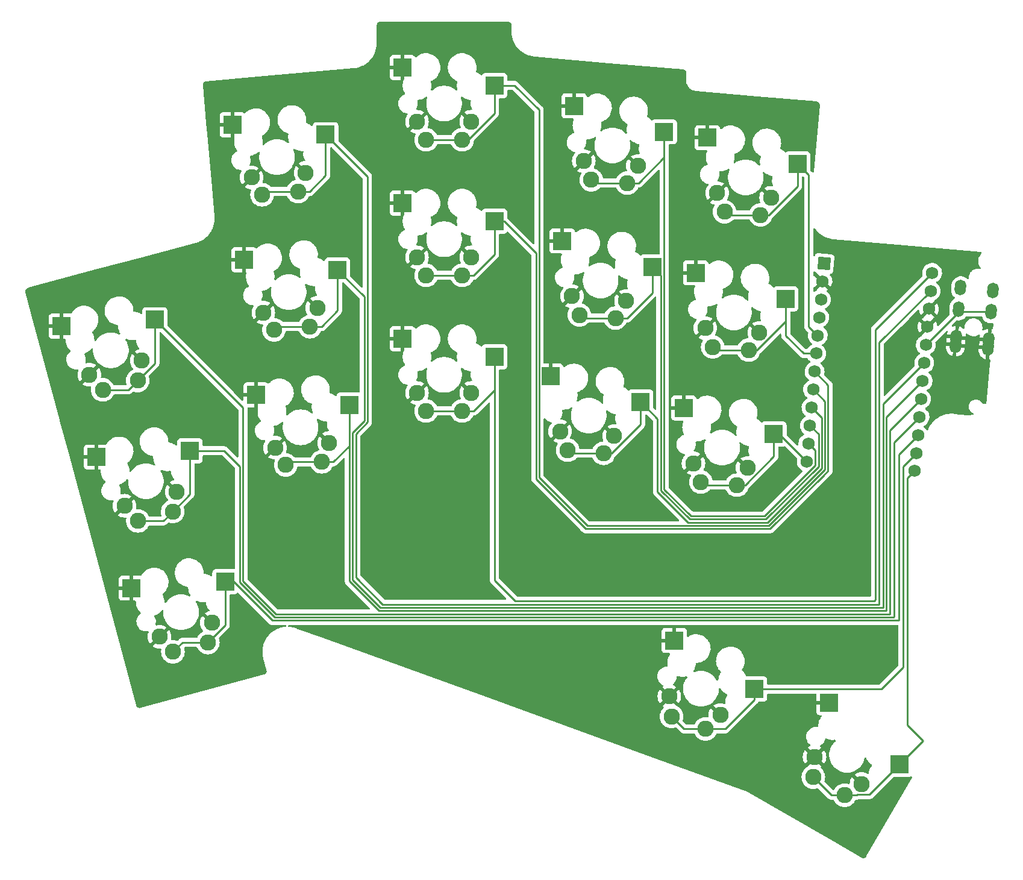
<source format=gbr>
%TF.GenerationSoftware,KiCad,Pcbnew,(6.0.2-0)*%
%TF.CreationDate,2022-05-20T19:03:11-07:00*%
%TF.ProjectId,adux_take_2,61647578-5f74-4616-9b65-5f322e6b6963,v1.0.0*%
%TF.SameCoordinates,Original*%
%TF.FileFunction,Copper,L1,Top*%
%TF.FilePolarity,Positive*%
%FSLAX46Y46*%
G04 Gerber Fmt 4.6, Leading zero omitted, Abs format (unit mm)*
G04 Created by KiCad (PCBNEW (6.0.2-0)) date 2022-05-20 19:03:11*
%MOMM*%
%LPD*%
G01*
G04 APERTURE LIST*
G04 Aperture macros list*
%AMHorizOval*
0 Thick line with rounded ends*
0 $1 width*
0 $2 $3 position (X,Y) of the first rounded end (center of the circle)*
0 $4 $5 position (X,Y) of the second rounded end (center of the circle)*
0 Add line between two ends*
20,1,$1,$2,$3,$4,$5,0*
0 Add two circle primitives to create the rounded ends*
1,1,$1,$2,$3*
1,1,$1,$4,$5*%
%AMRotRect*
0 Rectangle, with rotation*
0 The origin of the aperture is its center*
0 $1 length*
0 $2 width*
0 $3 Rotation angle, in degrees counterclockwise*
0 Add horizontal line*
21,1,$1,$2,0,0,$3*%
G04 Aperture macros list end*
%TA.AperFunction,SMDPad,CuDef*%
%ADD10R,2.550000X2.500000*%
%TD*%
%TA.AperFunction,ComponentPad*%
%ADD11C,2.286000*%
%TD*%
%TA.AperFunction,ComponentPad*%
%ADD12C,1.752600*%
%TD*%
%TA.AperFunction,ComponentPad*%
%ADD13RotRect,1.752600X1.752600X265.000000*%
%TD*%
%TA.AperFunction,ComponentPad*%
%ADD14HorizOval,1.600000X-0.026147X-0.298858X0.026147X0.298858X0*%
%TD*%
%TA.AperFunction,Conductor*%
%ADD15C,0.250000*%
%TD*%
G04 APERTURE END LIST*
D10*
%TO.P,S1,1*%
%TO.N,P7*%
X19786260Y3707924D03*
%TO.P,S1,2*%
%TO.N,GND*%
X6642337Y2815621D03*
%TD*%
D11*
%TO.P,S2,1*%
%TO.N,P7*%
X12461425Y-6143565D03*
%TO.P,S2,2*%
%TO.N,GND*%
X17937654Y-2046612D03*
%TO.P,S2,1*%
%TO.N,P7*%
X17368328Y-4828764D03*
%TO.P,S2,2*%
%TO.N,GND*%
X10577299Y-4018813D03*
%TD*%
D10*
%TO.P,S3,1*%
%TO.N,P6*%
X14855757Y22108811D03*
%TO.P,S3,2*%
%TO.N,GND*%
X1711834Y21216508D03*
%TD*%
D11*
%TO.P,S4,1*%
%TO.N,P6*%
X7530922Y12257322D03*
%TO.P,S4,2*%
%TO.N,GND*%
X13007151Y16354275D03*
%TO.P,S4,1*%
%TO.N,P6*%
X12437825Y13572123D03*
%TO.P,S4,2*%
%TO.N,GND*%
X5646796Y14382074D03*
%TD*%
D10*
%TO.P,S5,1*%
%TO.N,P5*%
X9925255Y40509698D03*
%TO.P,S5,2*%
%TO.N,GND*%
X-3218668Y39617395D03*
%TD*%
D11*
%TO.P,S6,1*%
%TO.N,P5*%
X2600420Y30658209D03*
%TO.P,S6,2*%
%TO.N,GND*%
X8076649Y34755162D03*
%TO.P,S6,1*%
%TO.N,P5*%
X7507323Y31973010D03*
%TO.P,S6,2*%
%TO.N,GND*%
X716294Y32782961D03*
%TD*%
D10*
%TO.P,S7,1*%
%TO.N,P4*%
X37238333Y28543966D03*
%TO.P,S7,2*%
%TO.N,GND*%
X24139148Y29947638D03*
%TD*%
D11*
%TO.P,S8,1*%
%TO.N,P4*%
X28314086Y20114088D03*
%TO.P,S8,2*%
%TO.N,GND*%
X34418546Y23197862D03*
%TO.P,S8,1*%
%TO.N,P4*%
X33374755Y20556840D03*
%TO.P,S8,2*%
%TO.N,GND*%
X26827543Y22533735D03*
%TD*%
D10*
%TO.P,S9,1*%
%TO.N,P3*%
X35578016Y47521475D03*
%TO.P,S9,2*%
%TO.N,GND*%
X22478831Y48925147D03*
%TD*%
D11*
%TO.P,S10,1*%
%TO.N,P3*%
X26653769Y39091597D03*
%TO.P,S10,2*%
%TO.N,GND*%
X32758229Y42175371D03*
%TO.P,S10,1*%
%TO.N,P3*%
X31714438Y39534349D03*
%TO.P,S10,2*%
%TO.N,GND*%
X25167226Y41511244D03*
%TD*%
D10*
%TO.P,S11,1*%
%TO.N,P0*%
X33917699Y66498984D03*
%TO.P,S11,2*%
%TO.N,GND*%
X20818514Y67902656D03*
%TD*%
D11*
%TO.P,S12,1*%
%TO.N,P0*%
X24993452Y58069106D03*
%TO.P,S12,2*%
%TO.N,GND*%
X31097912Y61152880D03*
%TO.P,S12,1*%
%TO.N,P0*%
X30054121Y58511858D03*
%TO.P,S12,2*%
%TO.N,GND*%
X23506909Y60488753D03*
%TD*%
D10*
%TO.P,S13,1*%
%TO.N,P1*%
X57651943Y35306243D03*
%TO.P,S13,2*%
%TO.N,GND*%
X44724943Y37846243D03*
%TD*%
D11*
%TO.P,S14,1*%
%TO.N,P1*%
X48026943Y27686243D03*
%TO.P,S14,2*%
%TO.N,GND*%
X54376943Y30226243D03*
%TO.P,S14,1*%
%TO.N,P1*%
X53106943Y27686243D03*
%TO.P,S14,2*%
%TO.N,GND*%
X46756943Y30226243D03*
%TD*%
D10*
%TO.P,S15,1*%
%TO.N,P19*%
X57651943Y54356243D03*
%TO.P,S15,2*%
%TO.N,GND*%
X44724943Y56896243D03*
%TD*%
D11*
%TO.P,S16,1*%
%TO.N,P19*%
X48026943Y46736243D03*
%TO.P,S16,2*%
%TO.N,GND*%
X54376943Y49276243D03*
%TO.P,S16,1*%
%TO.N,P19*%
X53106943Y46736243D03*
%TO.P,S16,2*%
%TO.N,GND*%
X46756943Y49276243D03*
%TD*%
D10*
%TO.P,S17,1*%
%TO.N,P18*%
X57651943Y73406243D03*
%TO.P,S17,2*%
%TO.N,GND*%
X44724943Y75946243D03*
%TD*%
D11*
%TO.P,S18,1*%
%TO.N,P18*%
X48026943Y65786243D03*
%TO.P,S18,2*%
%TO.N,GND*%
X54376943Y68326243D03*
%TO.P,S18,1*%
%TO.N,P18*%
X53106943Y65786243D03*
%TO.P,S18,2*%
%TO.N,GND*%
X46756943Y68326243D03*
%TD*%
D10*
%TO.P,S19,1*%
%TO.N,P15*%
X78178006Y28947723D03*
%TO.P,S19,2*%
%TO.N,GND*%
X65521573Y32604720D03*
%TD*%
D11*
%TO.P,S20,1*%
%TO.N,P15*%
X67925505Y22195594D03*
%TO.P,S20,2*%
%TO.N,GND*%
X74472717Y24172489D03*
%TO.P,S20,1*%
%TO.N,P15*%
X72986174Y21752842D03*
%TO.P,S20,2*%
%TO.N,GND*%
X66881714Y24836616D03*
%TD*%
D10*
%TO.P,S21,1*%
%TO.N,P14*%
X79838323Y47925232D03*
%TO.P,S21,2*%
%TO.N,GND*%
X67181890Y51582229D03*
%TD*%
D11*
%TO.P,S22,1*%
%TO.N,P14*%
X69585822Y41173103D03*
%TO.P,S22,2*%
%TO.N,GND*%
X76133034Y43149998D03*
%TO.P,S22,1*%
%TO.N,P14*%
X74646491Y40730351D03*
%TO.P,S22,2*%
%TO.N,GND*%
X68542031Y43814125D03*
%TD*%
D10*
%TO.P,S23,1*%
%TO.N,P16*%
X81498640Y66902741D03*
%TO.P,S23,2*%
%TO.N,GND*%
X68842207Y70559738D03*
%TD*%
D11*
%TO.P,S24,1*%
%TO.N,P16*%
X71246139Y60150612D03*
%TO.P,S24,2*%
%TO.N,GND*%
X77793351Y62127507D03*
%TO.P,S24,1*%
%TO.N,P16*%
X76306808Y59707860D03*
%TO.P,S24,2*%
%TO.N,GND*%
X70202348Y62791634D03*
%TD*%
D10*
%TO.P,S25,1*%
%TO.N,P10*%
X96908573Y24464854D03*
%TO.P,S25,2*%
%TO.N,GND*%
X84252140Y28121851D03*
%TD*%
D11*
%TO.P,S26,1*%
%TO.N,P10*%
X86656072Y17712725D03*
%TO.P,S26,2*%
%TO.N,GND*%
X93203284Y19689620D03*
%TO.P,S26,1*%
%TO.N,P10*%
X91716741Y17269973D03*
%TO.P,S26,2*%
%TO.N,GND*%
X85612281Y20353747D03*
%TD*%
D10*
%TO.P,S27,1*%
%TO.N,P20*%
X98568890Y43442363D03*
%TO.P,S27,2*%
%TO.N,GND*%
X85912457Y47099360D03*
%TD*%
D11*
%TO.P,S28,1*%
%TO.N,P20*%
X88316389Y36690234D03*
%TO.P,S28,2*%
%TO.N,GND*%
X94863601Y38667129D03*
%TO.P,S28,1*%
%TO.N,P20*%
X93377058Y36247482D03*
%TO.P,S28,2*%
%TO.N,GND*%
X87272598Y39331256D03*
%TD*%
D10*
%TO.P,S29,1*%
%TO.N,P21*%
X100229207Y62419872D03*
%TO.P,S29,2*%
%TO.N,GND*%
X87572774Y66076869D03*
%TD*%
D11*
%TO.P,S30,1*%
%TO.N,P21*%
X89976706Y55667743D03*
%TO.P,S30,2*%
%TO.N,GND*%
X96523918Y57644638D03*
%TO.P,S30,1*%
%TO.N,P21*%
X95037375Y55224991D03*
%TO.P,S30,2*%
%TO.N,GND*%
X88932915Y58308765D03*
%TD*%
D10*
%TO.P,S31,1*%
%TO.N,P8*%
X94192316Y-11354995D03*
%TO.P,S31,2*%
%TO.N,GND*%
X82913641Y-4546882D03*
%TD*%
D11*
%TO.P,S32,1*%
%TO.N,P8*%
X82541581Y-15223509D03*
%TO.P,S32,2*%
%TO.N,GND*%
X89377361Y-15008518D03*
%TO.P,S32,1*%
%TO.N,P8*%
X87315220Y-16960972D03*
%TO.P,S32,2*%
%TO.N,GND*%
X82216903Y-12402325D03*
%TD*%
D10*
%TO.P,S33,1*%
%TO.N,P9*%
X114600716Y-21950086D03*
%TO.P,S33,2*%
%TO.N,GND*%
X104675606Y-13286882D03*
%TD*%
D11*
%TO.P,S34,1*%
%TO.N,P9*%
X102455221Y-23736700D03*
%TO.P,S34,2*%
%TO.N,GND*%
X109224483Y-24711996D03*
%TO.P,S34,1*%
%TO.N,P9*%
X106854631Y-26276700D03*
%TO.P,S34,2*%
%TO.N,GND*%
X102625369Y-20901996D03*
%TD*%
D12*
%TO.P,MCU1,24*%
%TO.N,P9*%
X116712750Y19256141D03*
%TO.P,MCU1,23*%
%TO.N,P8*%
X116934125Y21786476D03*
%TO.P,MCU1,22*%
%TO.N,P7*%
X117155501Y24316810D03*
%TO.P,MCU1,21*%
%TO.N,P6*%
X117376877Y26847145D03*
%TO.P,MCU1,20*%
%TO.N,P5*%
X117598252Y29377479D03*
%TO.P,MCU1,19*%
%TO.N,P4*%
X117819628Y31907814D03*
%TO.P,MCU1,18*%
%TO.N,P3*%
X118041003Y34438149D03*
%TO.P,MCU1,17*%
%TO.N,P2*%
X118262379Y36968483D03*
%TO.P,MCU1,16*%
%TO.N,GND*%
X118483755Y39498818D03*
%TO.P,MCU1,15*%
X118705130Y42029152D03*
%TO.P,MCU1,14*%
%TO.N,P0*%
X118926506Y44559487D03*
%TO.P,MCU1,13*%
%TO.N,P1*%
X119147881Y47089821D03*
%TO.P,MCU1,12*%
%TO.N,P10*%
X101530743Y20584395D03*
%TO.P,MCU1,11*%
%TO.N,P16*%
X101752118Y23114729D03*
%TO.P,MCU1,10*%
%TO.N,P14*%
X101973494Y25645064D03*
%TO.P,MCU1,9*%
%TO.N,P15*%
X102194869Y28175398D03*
%TO.P,MCU1,8*%
%TO.N,P18*%
X102416245Y30705733D03*
%TO.P,MCU1,7*%
%TO.N,P19*%
X102637621Y33236067D03*
%TO.P,MCU1,6*%
%TO.N,P20*%
X102858996Y35766402D03*
%TO.P,MCU1,5*%
%TO.N,P21*%
X103080372Y38296737D03*
%TO.P,MCU1,4*%
%TO.N,VCC*%
X103301747Y40827071D03*
%TO.P,MCU1,3*%
%TO.N,RST*%
X103523123Y43357406D03*
%TO.P,MCU1,2*%
%TO.N,GND*%
X103744499Y45887740D03*
D13*
%TO.P,MCU1,1*%
%TO.N,RAW*%
X103965874Y48418075D03*
%TD*%
D14*
%TO.P,REF\u002A\u002A,1*%
%TO.N,GND*%
X127023680Y36544987D03*
%TO.P,REF\u002A\u002A,2*%
X122537056Y38041717D03*
%TO.P,REF\u002A\u002A,3*%
%TO.N,P2*%
X122885679Y42026496D03*
%TO.P,REF\u002A\u002A,4*%
%TO.N,VCC*%
X123147146Y45015080D03*
%TO.P,REF\u002A\u002A,1*%
%TO.N,GND*%
X122441184Y36945903D03*
%TO.P,REF\u002A\u002A,2*%
X127119551Y37640801D03*
%TO.P,REF\u002A\u002A,3*%
%TO.N,P2*%
X127468174Y41625580D03*
%TO.P,REF\u002A\u002A,4*%
%TO.N,VCC*%
X127729642Y44614164D03*
%TD*%
D15*
%TO.N,P2*%
X122885679Y42026496D02*
X122885679Y41591783D01*
X122885679Y41591783D02*
X118262379Y36968483D01*
X127468174Y41625580D02*
X123286595Y41625580D01*
X123286595Y41625580D02*
X122885679Y42026496D01*
%TO.N,P16*%
X76306808Y59707860D02*
X71688891Y59707860D01*
X71688891Y59707860D02*
X71246139Y60150612D01*
X81498640Y66902741D02*
X81498640Y63283246D01*
X77923254Y59707860D02*
X76306808Y59707860D01*
X81498640Y63283246D02*
X77923254Y59707860D01*
%TO.N,P14*%
X74646491Y40730351D02*
X70028574Y40730351D01*
X70028574Y40730351D02*
X69585822Y41173103D01*
X79838323Y47925232D02*
X79838323Y44305737D01*
X79838323Y44305737D02*
X76262937Y40730351D01*
X76262937Y40730351D02*
X74646491Y40730351D01*
%TO.N,P19*%
X53106943Y46736243D02*
X48026943Y46736243D01*
X57651943Y54356243D02*
X57651943Y49664797D01*
X57651943Y49664797D02*
X54723389Y46736243D01*
X54723389Y46736243D02*
X53106943Y46736243D01*
%TO.N,P18*%
X53106943Y65786243D02*
X48026943Y65786243D01*
X57651943Y73406243D02*
X57651943Y69525868D01*
X57651943Y69525868D02*
X53912318Y65786243D01*
X53912318Y65786243D02*
X53106943Y65786243D01*
%TO.N,P0*%
X30054121Y58511858D02*
X25436204Y58511858D01*
X25436204Y58511858D02*
X24993452Y58069106D01*
X33917699Y66498984D02*
X33917699Y60758990D01*
X31670567Y58511858D02*
X30054121Y58511858D01*
X33917699Y60758990D02*
X31670567Y58511858D01*
%TO.N,P3*%
X31714438Y39534349D02*
X27096521Y39534349D01*
X27096521Y39534349D02*
X26653769Y39091597D01*
X35578016Y47521475D02*
X35578016Y41781481D01*
X35578016Y41781481D02*
X33330884Y39534349D01*
X33330884Y39534349D02*
X31714438Y39534349D01*
%TO.N,P5*%
X7507323Y31973010D02*
X6192522Y30658209D01*
X6192522Y30658209D02*
X2600420Y30658209D01*
X9925255Y40509698D02*
X9925255Y34390942D01*
X9925255Y34390942D02*
X7507323Y31973010D01*
%TO.N,P7*%
X17368328Y-4828764D02*
X13776226Y-4828764D01*
X13776226Y-4828764D02*
X12461425Y-6143565D01*
X19786260Y3707924D02*
X19786260Y-2410832D01*
X19786260Y-2410832D02*
X17368328Y-4828764D01*
%TO.N,P6*%
X12437825Y13572123D02*
X11123024Y12257322D01*
X11123024Y12257322D02*
X7530922Y12257322D01*
X14855757Y22108811D02*
X14855757Y15990055D01*
X14855757Y15990055D02*
X12437825Y13572123D01*
%TO.N,P4*%
X33374755Y20556840D02*
X28756838Y20556840D01*
X28756838Y20556840D02*
X28314086Y20114088D01*
X37238333Y28543966D02*
X37238333Y22803972D01*
X37238333Y22803972D02*
X34991201Y20556840D01*
X34991201Y20556840D02*
X33374755Y20556840D01*
%TO.N,P1*%
X53106943Y27686243D02*
X48026943Y27686243D01*
X57651943Y35306243D02*
X57651943Y30614797D01*
X57651943Y30614797D02*
X54723389Y27686243D01*
X54723389Y27686243D02*
X53106943Y27686243D01*
%TO.N,P15*%
X72986174Y21752842D02*
X68368257Y21752842D01*
X68368257Y21752842D02*
X67925505Y22195594D01*
X78178006Y28947723D02*
X78178006Y25802403D01*
X78178006Y25802403D02*
X74128445Y21752842D01*
X74128445Y21752842D02*
X72986174Y21752842D01*
%TO.N,P10*%
X91716741Y17269973D02*
X87098824Y17269973D01*
X87098824Y17269973D02*
X86656072Y17712725D01*
X96908573Y24464854D02*
X96908573Y21319534D01*
X96908573Y21319534D02*
X92859012Y17269973D01*
X92859012Y17269973D02*
X91716741Y17269973D01*
%TO.N,P20*%
X93377058Y36247482D02*
X88759141Y36247482D01*
X88759141Y36247482D02*
X88316389Y36690234D01*
X98568890Y43442363D02*
X98568890Y40297043D01*
X94519329Y36247482D02*
X93377058Y36247482D01*
X98568890Y40297043D02*
X94519329Y36247482D01*
%TO.N,P21*%
X95037375Y55224991D02*
X90419458Y55224991D01*
X90419458Y55224991D02*
X89976706Y55667743D01*
X100229207Y62419872D02*
X100229207Y59274552D01*
X100229207Y59274552D02*
X96179646Y55224991D01*
X96179646Y55224991D02*
X95037375Y55224991D01*
X103080372Y38296737D02*
X101810000Y39567109D01*
X101810000Y39567109D02*
X101810000Y60839079D01*
X101810000Y60839079D02*
X100229207Y62419872D01*
%TO.N,P20*%
X102858996Y35766402D02*
X101063598Y35766402D01*
X101063598Y35766402D02*
X98568890Y38261110D01*
X98568890Y38261110D02*
X98568890Y43442363D01*
%TO.N,P19*%
X102637621Y33236067D02*
X104530000Y31343688D01*
X104530000Y31343688D02*
X104530000Y19298564D01*
X104530000Y19298564D02*
X103890717Y18659282D01*
X96373354Y11141920D02*
X70482362Y11141920D01*
X103890717Y18659282D02*
X96373354Y11141920D01*
X63472542Y18151741D02*
X63472542Y49867458D01*
X70482362Y11141920D02*
X70219040Y11405243D01*
X70219040Y11405243D02*
X63472542Y18151741D01*
X63472542Y49867458D02*
X58983757Y54356243D01*
X58983757Y54356243D02*
X57651943Y54356243D01*
%TO.N,P18*%
X102416245Y30705733D02*
X104080114Y29041864D01*
X104080114Y29041864D02*
X104080114Y19484396D01*
X104080114Y19484396D02*
X96187157Y11591440D01*
X96187157Y11591440D02*
X70668560Y11591440D01*
X70668560Y11591440D02*
X63922062Y18337938D01*
X63922062Y18337938D02*
X63922062Y69987938D01*
X63922062Y69987938D02*
X60503757Y73406243D01*
X60503757Y73406243D02*
X57651943Y73406243D01*
%TO.N,P15*%
X102194869Y28175398D02*
X103630594Y26739673D01*
X103630594Y26739673D02*
X103630594Y19670594D01*
X80560000Y16354282D02*
X80560000Y26610000D01*
X103630594Y19670594D02*
X96000960Y12040960D01*
X96000960Y12040960D02*
X84873322Y12040960D01*
X84873322Y12040960D02*
X80560000Y16354282D01*
X80560000Y26610000D02*
X78222277Y28947723D01*
X78222277Y28947723D02*
X78178006Y28947723D01*
%TO.N,P14*%
X101973494Y25645064D02*
X103181074Y24437484D01*
X103181074Y24437484D02*
X103181074Y19900805D01*
X103181074Y19900805D02*
X95770749Y12490480D01*
X95770749Y12490480D02*
X85059520Y12490480D01*
X81030000Y16520000D02*
X81030000Y46733555D01*
X85059520Y12490480D02*
X81030000Y16520000D01*
X81030000Y46733555D02*
X79838323Y47925232D01*
%TO.N,P16*%
X101752118Y23114729D02*
X102731554Y22135293D01*
X102731554Y22135293D02*
X102731554Y20087002D01*
X102731554Y20087002D02*
X95584552Y12940000D01*
X95584552Y12940000D02*
X85250000Y12940000D01*
X81498640Y16691360D02*
X81498640Y66902741D01*
X85250000Y12940000D02*
X81498640Y16691360D01*
%TO.N,P10*%
X101530743Y20584395D02*
X97650284Y24464854D01*
X97650284Y24464854D02*
X96908573Y24464854D01*
%TO.N,P1*%
X119147881Y47089821D02*
X111180000Y39121940D01*
X111180000Y39121940D02*
X111180000Y1150000D01*
X111180000Y1150000D02*
X111019040Y989040D01*
X111019040Y989040D02*
X60580960Y989040D01*
X60580960Y989040D02*
X57651943Y3918057D01*
X57651943Y3918057D02*
X57651943Y35306243D01*
%TO.N,P0*%
X118926506Y44559487D02*
X111720000Y37352981D01*
X111720000Y37352981D02*
X111720000Y540000D01*
X111720000Y540000D02*
X111719520Y539520D01*
X111719520Y539520D02*
X41950480Y539520D01*
X41950480Y539520D02*
X38170000Y4320000D01*
X39799520Y26123803D02*
X39799520Y60617163D01*
X38170000Y4320000D02*
X38170000Y24494282D01*
X38170000Y24494282D02*
X39799520Y26123803D01*
X39799520Y60617163D02*
X33917699Y66498984D01*
%TO.N,P3*%
X118041003Y34438149D02*
X112280960Y28678106D01*
X112280960Y28678106D02*
X112280960Y90000D01*
X112280960Y90000D02*
X41585718Y90000D01*
X41585718Y90000D02*
X37697859Y3977859D01*
X37697859Y3977859D02*
X37697859Y24657859D01*
X37697859Y24657859D02*
X39350000Y26310000D01*
X39350000Y26310000D02*
X39350000Y43749491D01*
X39350000Y43749491D02*
X35578016Y47521475D01*
%TO.N,P4*%
X117819628Y31907814D02*
X112730480Y26818666D01*
X41400000Y-360000D02*
X37238333Y3801667D01*
X112730480Y26818666D02*
X112730480Y-360000D01*
X112730480Y-360000D02*
X41400000Y-360000D01*
X37238333Y3801667D02*
X37238333Y28543966D01*
%TO.N,P5*%
X117598252Y29377479D02*
X113180000Y24959227D01*
X22289520Y3820480D02*
X22289520Y28145433D01*
X113180000Y24959227D02*
X113180000Y-830000D01*
X113180000Y-830000D02*
X26940000Y-830000D01*
X26940000Y-830000D02*
X22289520Y3820480D01*
X22289520Y28145433D02*
X9925255Y40509698D01*
%TO.N,P6*%
X117376877Y26847145D02*
X113770000Y23240268D01*
X113679520Y-1290480D02*
X26750480Y-1290480D01*
X26750480Y-1290480D02*
X21840000Y3620000D01*
X113770000Y23240268D02*
X113770000Y-1200000D01*
X113770000Y-1200000D02*
X113679520Y-1290480D01*
X21840000Y3620000D02*
X21840000Y19910000D01*
X21840000Y19910000D02*
X19641189Y22108811D01*
X19641189Y22108811D02*
X14855757Y22108811D01*
%TO.N,P7*%
X117155501Y24316810D02*
X114440000Y21601309D01*
X20972076Y3707924D02*
X19786260Y3707924D01*
X114440000Y21601309D02*
X114440000Y-1740000D01*
X114440000Y-1740000D02*
X26420000Y-1740000D01*
X26420000Y-1740000D02*
X20972076Y3707924D01*
%TO.N,P8*%
X87315220Y-16960972D02*
X84279044Y-16960972D01*
X84279044Y-16960972D02*
X82541581Y-15223509D01*
X94192316Y-11354995D02*
X94192316Y-12854995D01*
X94192316Y-12854995D02*
X90086339Y-16960972D01*
X90086339Y-16960972D02*
X87315220Y-16960972D01*
X116934125Y21786476D02*
X115060000Y19912351D01*
X115060000Y19912351D02*
X115060000Y-8330000D01*
X115060000Y-8330000D02*
X112035005Y-11354995D01*
X112035005Y-11354995D02*
X94192316Y-11354995D01*
%TO.N,P9*%
X106854631Y-26276700D02*
X104995221Y-26276700D01*
X104995221Y-26276700D02*
X102455221Y-23736700D01*
X114600716Y-21950086D02*
X110371295Y-26179507D01*
X110371295Y-26179507D02*
X108616619Y-26179507D01*
X108519426Y-26276700D02*
X106854631Y-26276700D01*
X108616619Y-26179507D02*
X108519426Y-26276700D01*
X115697291Y-16427291D02*
X117880000Y-18610000D01*
X115697291Y18240682D02*
X115697291Y-16427291D01*
X117880000Y-18670802D02*
X114600716Y-21950086D01*
X116712750Y19256141D02*
X115697291Y18240682D01*
X117880000Y-18610000D02*
X117880000Y-18670802D01*
%TD*%
%TA.AperFunction,Conductor*%
%TO.N,GND*%
G36*
X114368621Y-2393502D02*
G01*
X114415114Y-2447158D01*
X114426500Y-2499500D01*
X114426500Y-8015406D01*
X114406498Y-8083527D01*
X114389595Y-8104501D01*
X111809505Y-10684590D01*
X111747193Y-10718616D01*
X111720410Y-10721495D01*
X96101816Y-10721495D01*
X96033695Y-10701493D01*
X95987202Y-10647837D01*
X95975816Y-10595495D01*
X95975816Y-10056861D01*
X95969061Y-9994679D01*
X95917931Y-9858290D01*
X95830577Y-9741734D01*
X95714021Y-9654380D01*
X95577632Y-9603250D01*
X95515450Y-9596495D01*
X93110806Y-9596495D01*
X93042685Y-9576493D01*
X92996192Y-9522837D01*
X92990977Y-9509441D01*
X92981620Y-9480644D01*
X92975465Y-9468023D01*
X92920993Y-9356340D01*
X92858483Y-9228177D01*
X92856028Y-9224538D01*
X92856025Y-9224532D01*
X92761313Y-9084116D01*
X92701408Y-8995303D01*
X92694154Y-8987246D01*
X92576588Y-8856677D01*
X92513452Y-8786557D01*
X92457419Y-8739539D01*
X92418093Y-8680431D01*
X92416967Y-8609444D01*
X92439122Y-8565446D01*
X92456625Y-8543043D01*
X92459333Y-8539577D01*
X92599781Y-8296314D01*
X92705007Y-8035871D01*
X92738689Y-7900782D01*
X92771898Y-7767588D01*
X92771899Y-7767583D01*
X92772962Y-7763319D01*
X92777611Y-7719092D01*
X92801864Y-7488331D01*
X92801864Y-7488328D01*
X92802323Y-7483962D01*
X92798822Y-7383696D01*
X92792674Y-7207634D01*
X92792673Y-7207628D01*
X92792520Y-7203237D01*
X92778031Y-7121062D01*
X92744505Y-6930931D01*
X92743743Y-6926608D01*
X92656942Y-6659460D01*
X92655004Y-6655485D01*
X92592465Y-6527264D01*
X92533805Y-6406993D01*
X92531350Y-6403354D01*
X92531347Y-6403348D01*
X92422292Y-6241668D01*
X92376730Y-6174119D01*
X92188774Y-5965373D01*
X91973595Y-5784816D01*
X91735381Y-5635964D01*
X91478770Y-5521713D01*
X91208755Y-5444288D01*
X91204405Y-5443677D01*
X91204402Y-5443676D01*
X91101455Y-5429208D01*
X90930593Y-5405195D01*
X90719999Y-5405195D01*
X90717813Y-5405348D01*
X90717809Y-5405348D01*
X90514318Y-5419577D01*
X90514313Y-5419578D01*
X90509933Y-5419884D01*
X90235175Y-5478286D01*
X90231046Y-5479789D01*
X90231042Y-5479790D01*
X89975364Y-5572849D01*
X89975360Y-5572851D01*
X89971219Y-5574358D01*
X89723203Y-5706231D01*
X89719644Y-5708817D01*
X89719642Y-5708818D01*
X89527562Y-5848372D01*
X89495953Y-5871337D01*
X89492789Y-5874393D01*
X89492786Y-5874395D01*
X89415803Y-5948737D01*
X89293893Y-6066464D01*
X89120957Y-6287813D01*
X89118761Y-6291617D01*
X89118756Y-6291624D01*
X89028003Y-6448814D01*
X88980509Y-6531076D01*
X88875283Y-6791519D01*
X88874218Y-6795792D01*
X88874217Y-6795794D01*
X88814236Y-7036366D01*
X88807328Y-7064071D01*
X88806869Y-7068439D01*
X88806868Y-7068444D01*
X88784732Y-7279062D01*
X88777967Y-7343428D01*
X88778120Y-7347816D01*
X88778120Y-7347822D01*
X88787281Y-7610137D01*
X88787770Y-7624153D01*
X88788532Y-7628476D01*
X88788533Y-7628483D01*
X88812309Y-7763319D01*
X88836547Y-7900782D01*
X88923348Y-8167930D01*
X89046485Y-8420397D01*
X89048940Y-8424036D01*
X89048943Y-8424042D01*
X89114716Y-8521554D01*
X89203560Y-8653271D01*
X89206505Y-8656542D01*
X89206506Y-8656543D01*
X89221717Y-8673436D01*
X89391516Y-8862017D01*
X89447549Y-8909035D01*
X89486875Y-8968143D01*
X89488001Y-9039130D01*
X89465846Y-9083128D01*
X89445635Y-9108997D01*
X89305187Y-9352260D01*
X89199961Y-9612703D01*
X89198896Y-9616976D01*
X89198895Y-9616978D01*
X89134786Y-9874107D01*
X89132006Y-9885255D01*
X89131547Y-9889623D01*
X89131546Y-9889628D01*
X89110073Y-10093935D01*
X89083060Y-10159592D01*
X89024838Y-10200222D01*
X88953893Y-10202925D01*
X88892749Y-10166843D01*
X88874348Y-10141466D01*
X88856883Y-10109696D01*
X88782887Y-9975098D01*
X88597808Y-9720358D01*
X88382261Y-9490824D01*
X88139645Y-9290115D01*
X87873787Y-9121396D01*
X87870208Y-9119712D01*
X87870201Y-9119708D01*
X87592469Y-8989018D01*
X87592465Y-8989016D01*
X87588879Y-8987329D01*
X87289415Y-8890027D01*
X86980117Y-8831025D01*
X86886563Y-8825139D01*
X86746505Y-8816327D01*
X86746489Y-8816326D01*
X86744510Y-8816202D01*
X86587216Y-8816202D01*
X86585237Y-8816326D01*
X86585221Y-8816327D01*
X86445163Y-8825139D01*
X86351609Y-8831025D01*
X86042311Y-8890027D01*
X86038534Y-8891254D01*
X86038535Y-8891254D01*
X85746610Y-8986106D01*
X85746605Y-8986108D01*
X85742847Y-8987329D01*
X85739264Y-8989015D01*
X85737716Y-8989628D01*
X85667016Y-8996110D01*
X85604035Y-8963339D01*
X85568769Y-8901721D01*
X85572415Y-8830818D01*
X85592039Y-8794906D01*
X85620840Y-8758041D01*
X85620842Y-8758037D01*
X85623553Y-8754568D01*
X85625749Y-8750764D01*
X85625754Y-8750757D01*
X85760206Y-8517878D01*
X85764001Y-8511305D01*
X85869227Y-8250862D01*
X85870293Y-8246587D01*
X85936118Y-7982579D01*
X85936119Y-7982574D01*
X85937182Y-7978310D01*
X85945331Y-7900782D01*
X85956179Y-7797562D01*
X85983192Y-7731905D01*
X86041414Y-7691275D01*
X86081489Y-7684732D01*
X86086652Y-7684732D01*
X86088838Y-7684579D01*
X86088842Y-7684579D01*
X86292333Y-7670350D01*
X86292338Y-7670349D01*
X86296718Y-7670043D01*
X86571476Y-7611641D01*
X86575605Y-7610138D01*
X86575609Y-7610137D01*
X86831287Y-7517078D01*
X86831291Y-7517076D01*
X86835432Y-7515569D01*
X87083448Y-7383696D01*
X87132825Y-7347822D01*
X87307135Y-7221179D01*
X87307138Y-7221176D01*
X87310698Y-7218590D01*
X87322044Y-7207634D01*
X87455335Y-7078916D01*
X87512758Y-7023463D01*
X87654849Y-6841594D01*
X87682987Y-6805579D01*
X87682988Y-6805578D01*
X87685694Y-6802114D01*
X87687890Y-6798310D01*
X87687895Y-6798303D01*
X87823941Y-6562663D01*
X87826142Y-6558851D01*
X87931368Y-6298408D01*
X87932434Y-6294133D01*
X87998259Y-6030125D01*
X87998260Y-6030120D01*
X87999323Y-6025856D01*
X88002024Y-6000162D01*
X88028225Y-5750868D01*
X88028225Y-5750865D01*
X88028684Y-5746499D01*
X88028531Y-5742105D01*
X88019035Y-5470171D01*
X88019034Y-5470165D01*
X88018881Y-5465774D01*
X88015307Y-5445500D01*
X87970866Y-5193468D01*
X87970104Y-5189145D01*
X87883303Y-4921997D01*
X87863587Y-4881572D01*
X87762776Y-4674882D01*
X87760166Y-4669530D01*
X87757711Y-4665891D01*
X87757708Y-4665885D01*
X87677988Y-4547696D01*
X87603091Y-4436656D01*
X87571825Y-4401931D01*
X87468355Y-4287017D01*
X87415135Y-4227910D01*
X87388370Y-4205451D01*
X87303067Y-4133874D01*
X87199956Y-4047353D01*
X86961742Y-3898501D01*
X86781882Y-3818422D01*
X86709145Y-3786037D01*
X86709143Y-3786036D01*
X86705131Y-3784250D01*
X86435116Y-3706825D01*
X86430766Y-3706214D01*
X86430763Y-3706213D01*
X86327816Y-3691745D01*
X86156954Y-3667732D01*
X85946360Y-3667732D01*
X85944174Y-3667885D01*
X85944170Y-3667885D01*
X85740679Y-3682114D01*
X85740674Y-3682115D01*
X85736294Y-3682421D01*
X85461536Y-3740823D01*
X85457407Y-3742326D01*
X85457403Y-3742327D01*
X85201725Y-3835386D01*
X85201721Y-3835388D01*
X85197580Y-3836895D01*
X84949564Y-3968768D01*
X84946005Y-3971354D01*
X84946003Y-3971355D01*
X84896701Y-4007175D01*
X84829833Y-4031034D01*
X84760681Y-4014953D01*
X84711201Y-3964039D01*
X84696640Y-3905239D01*
X84696640Y-3252213D01*
X84696270Y-3245392D01*
X84690746Y-3194530D01*
X84687120Y-3179278D01*
X84641965Y-3058828D01*
X84633427Y-3043233D01*
X84556926Y-2941158D01*
X84544365Y-2928597D01*
X84442290Y-2852096D01*
X84426695Y-2843558D01*
X84306247Y-2798404D01*
X84290992Y-2794777D01*
X84240127Y-2789251D01*
X84233313Y-2788882D01*
X83185756Y-2788882D01*
X83170517Y-2793357D01*
X83169312Y-2794747D01*
X83167641Y-2802430D01*
X83167641Y-4674882D01*
X83147639Y-4743003D01*
X83093983Y-4789496D01*
X83041641Y-4800882D01*
X81148757Y-4800882D01*
X81133518Y-4805357D01*
X81132313Y-4806747D01*
X81130642Y-4814430D01*
X81130642Y-5841551D01*
X81131012Y-5848372D01*
X81136536Y-5899234D01*
X81140162Y-5914486D01*
X81185317Y-6034936D01*
X81193855Y-6050531D01*
X81270356Y-6152606D01*
X81282917Y-6165167D01*
X81384992Y-6241668D01*
X81400587Y-6250206D01*
X81521035Y-6295360D01*
X81536290Y-6298987D01*
X81587155Y-6304513D01*
X81593969Y-6304882D01*
X82182076Y-6304882D01*
X82250197Y-6324884D01*
X82296690Y-6378540D01*
X82306794Y-6448814D01*
X82286745Y-6500798D01*
X82285177Y-6502804D01*
X82282975Y-6506619D01*
X82282971Y-6506624D01*
X82194386Y-6660058D01*
X82144729Y-6746067D01*
X82039503Y-7006510D01*
X82038438Y-7010783D01*
X82038437Y-7010785D01*
X82023611Y-7070251D01*
X81971548Y-7279062D01*
X81971089Y-7283430D01*
X81971088Y-7283435D01*
X81946532Y-7517078D01*
X81942187Y-7558419D01*
X81942340Y-7562807D01*
X81942340Y-7562813D01*
X81950616Y-7799784D01*
X81951990Y-7839144D01*
X81985925Y-8031596D01*
X81993377Y-8073860D01*
X81985508Y-8144419D01*
X81940741Y-8199523D01*
X81869291Y-8221740D01*
X81834299Y-8221740D01*
X81767343Y-8227421D01*
X81667662Y-8235879D01*
X81667658Y-8235880D01*
X81662351Y-8236330D01*
X81657196Y-8237668D01*
X81657190Y-8237669D01*
X81444221Y-8292945D01*
X81444217Y-8292946D01*
X81439052Y-8294287D01*
X81434186Y-8296479D01*
X81434183Y-8296480D01*
X81233575Y-8386847D01*
X81228709Y-8389039D01*
X81224289Y-8392015D01*
X81224285Y-8392017D01*
X81138828Y-8449551D01*
X81037339Y-8517878D01*
X80870412Y-8677118D01*
X80867224Y-8681403D01*
X80736817Y-8856677D01*
X80732703Y-8862206D01*
X80628147Y-9067852D01*
X80610159Y-9125784D01*
X80561319Y-9283070D01*
X80561318Y-9283076D01*
X80559735Y-9288173D01*
X80550355Y-9358948D01*
X80532494Y-9493711D01*
X80529424Y-9516872D01*
X80529624Y-9522202D01*
X80529624Y-9522203D01*
X80532771Y-9606024D01*
X80538078Y-9747408D01*
X80585452Y-9973190D01*
X80587410Y-9978149D01*
X80587411Y-9978151D01*
X80591016Y-9987280D01*
X80670191Y-10187762D01*
X80789871Y-10384989D01*
X80793368Y-10389019D01*
X80924486Y-10540119D01*
X80941071Y-10559232D01*
X80945202Y-10562619D01*
X81115339Y-10702124D01*
X81115345Y-10702128D01*
X81119467Y-10705508D01*
X81238458Y-10773241D01*
X81300433Y-10808519D01*
X81349739Y-10859601D01*
X81363601Y-10929231D01*
X81337618Y-10995302D01*
X81303936Y-11025454D01*
X81250775Y-11058031D01*
X81244947Y-11066960D01*
X81250951Y-11077162D01*
X82204092Y-12030304D01*
X82218035Y-12037917D01*
X82219869Y-12037786D01*
X82226483Y-12033535D01*
X83181397Y-11078620D01*
X83188786Y-11065088D01*
X83184464Y-11058909D01*
X82972979Y-10929311D01*
X82964185Y-10924830D01*
X82786604Y-10851274D01*
X82731323Y-10806726D01*
X82708902Y-10739362D01*
X82726460Y-10670571D01*
X82747851Y-10643695D01*
X82910170Y-10488850D01*
X82914036Y-10485162D01*
X83024469Y-10336735D01*
X83048561Y-10304354D01*
X83048563Y-10304351D01*
X83051745Y-10300074D01*
X83106529Y-10192323D01*
X83153882Y-10099186D01*
X83153882Y-10099185D01*
X83156301Y-10094428D01*
X83219894Y-9889628D01*
X83223129Y-9879210D01*
X83223130Y-9879204D01*
X83224713Y-9874107D01*
X83242257Y-9741734D01*
X83252148Y-9667110D01*
X83280927Y-9602208D01*
X83340226Y-9563168D01*
X83411786Y-9562546D01*
X83460426Y-9576493D01*
X83535755Y-9598093D01*
X83540105Y-9598704D01*
X83540108Y-9598705D01*
X83639711Y-9612703D01*
X83813917Y-9637186D01*
X84024511Y-9637186D01*
X84026697Y-9637033D01*
X84026701Y-9637033D01*
X84230192Y-9622804D01*
X84230197Y-9622803D01*
X84234577Y-9622497D01*
X84509335Y-9564095D01*
X84581734Y-9537744D01*
X84652586Y-9533241D01*
X84714626Y-9567759D01*
X84748156Y-9630339D01*
X84742530Y-9701112D01*
X84726763Y-9730206D01*
X84551170Y-9971889D01*
X84551167Y-9971894D01*
X84548839Y-9975098D01*
X84546932Y-9978567D01*
X84546930Y-9978570D01*
X84425076Y-10200222D01*
X84397147Y-10251025D01*
X84281233Y-10543789D01*
X84202927Y-10848772D01*
X84163463Y-11161164D01*
X84163463Y-11476040D01*
X84202927Y-11788432D01*
X84281233Y-12093415D01*
X84397147Y-12386179D01*
X84399049Y-12389638D01*
X84399050Y-12389641D01*
X84545737Y-12656463D01*
X84548839Y-12662106D01*
X84630386Y-12774346D01*
X84728420Y-12909278D01*
X84733918Y-12916846D01*
X84949465Y-13146380D01*
X85192081Y-13347089D01*
X85457939Y-13515808D01*
X85461518Y-13517492D01*
X85461525Y-13517496D01*
X85739257Y-13648186D01*
X85739261Y-13648188D01*
X85742847Y-13649875D01*
X85746619Y-13651101D01*
X85746620Y-13651101D01*
X85790957Y-13665507D01*
X86042311Y-13747177D01*
X86351609Y-13806179D01*
X86444132Y-13812000D01*
X86585221Y-13820877D01*
X86585237Y-13820878D01*
X86587216Y-13821002D01*
X86744510Y-13821002D01*
X86746489Y-13820878D01*
X86746505Y-13820877D01*
X86887594Y-13812000D01*
X86980117Y-13806179D01*
X87289415Y-13747177D01*
X87540769Y-13665507D01*
X87585106Y-13651101D01*
X87585107Y-13651101D01*
X87588879Y-13649875D01*
X87592465Y-13648188D01*
X87592469Y-13648186D01*
X87870201Y-13517496D01*
X87870208Y-13517492D01*
X87873787Y-13515808D01*
X88139645Y-13347089D01*
X88382261Y-13146380D01*
X88597808Y-12916846D01*
X88603307Y-12909278D01*
X88701340Y-12774346D01*
X88782887Y-12662106D01*
X88785990Y-12656463D01*
X88932676Y-12389641D01*
X88932677Y-12389638D01*
X88934579Y-12386179D01*
X89050493Y-12093415D01*
X89128799Y-11788432D01*
X89168263Y-11476040D01*
X89168263Y-11352897D01*
X89188265Y-11284776D01*
X89241921Y-11238283D01*
X89312195Y-11228179D01*
X89376775Y-11257673D01*
X89398722Y-11282439D01*
X89528238Y-11474455D01*
X89716194Y-11683201D01*
X89931373Y-11863758D01*
X90169587Y-12012610D01*
X90290077Y-12066256D01*
X90344172Y-12112235D01*
X90364821Y-12180162D01*
X90345469Y-12248470D01*
X90339926Y-12256560D01*
X90279981Y-12337130D01*
X90277566Y-12341880D01*
X90229484Y-12436451D01*
X90175425Y-12542776D01*
X90143683Y-12645002D01*
X90108597Y-12757994D01*
X90108596Y-12758000D01*
X90107013Y-12763097D01*
X90105522Y-12774346D01*
X90079109Y-12973637D01*
X90076702Y-12991796D01*
X90076902Y-12997126D01*
X90076902Y-12997127D01*
X90080276Y-13087004D01*
X90085356Y-13222332D01*
X90100792Y-13295900D01*
X90103529Y-13308943D01*
X90097942Y-13379719D01*
X90054977Y-13436239D01*
X89988275Y-13460559D01*
X89931997Y-13451226D01*
X89893704Y-13435365D01*
X89884314Y-13432314D01*
X89641246Y-13373957D01*
X89631499Y-13372414D01*
X89382291Y-13352801D01*
X89372431Y-13352801D01*
X89123223Y-13372414D01*
X89113476Y-13373957D01*
X88870408Y-13432314D01*
X88861023Y-13435363D01*
X88630079Y-13531023D01*
X88621285Y-13535504D01*
X88411233Y-13664224D01*
X88405405Y-13673153D01*
X88411411Y-13683357D01*
X89647476Y-14919423D01*
X89681502Y-14981735D01*
X89676437Y-15052551D01*
X89647476Y-15097613D01*
X89466456Y-15278633D01*
X89404144Y-15312659D01*
X89333329Y-15307594D01*
X89288266Y-15278633D01*
X88053660Y-14044028D01*
X88040122Y-14036636D01*
X88033945Y-14040957D01*
X87904347Y-14252442D01*
X87899866Y-14261236D01*
X87804206Y-14492180D01*
X87801157Y-14501565D01*
X87742800Y-14744633D01*
X87741257Y-14754380D01*
X87721644Y-15003588D01*
X87721644Y-15013448D01*
X87735846Y-15193904D01*
X87721250Y-15263384D01*
X87671407Y-15313944D01*
X87602143Y-15329530D01*
X87580829Y-15326311D01*
X87579189Y-15325917D01*
X87579178Y-15325915D01*
X87574370Y-15324761D01*
X87315220Y-15304365D01*
X87056070Y-15324761D01*
X87051263Y-15325915D01*
X87051257Y-15325916D01*
X86889763Y-15364687D01*
X86803300Y-15385445D01*
X86798729Y-15387338D01*
X86798727Y-15387339D01*
X86567708Y-15483030D01*
X86567706Y-15483031D01*
X86563136Y-15484924D01*
X86341491Y-15620749D01*
X86337724Y-15623966D01*
X86337723Y-15623967D01*
X86318231Y-15640615D01*
X86143822Y-15789574D01*
X85974997Y-15987243D01*
X85839172Y-16208888D01*
X85822271Y-16249691D01*
X85777722Y-16304971D01*
X85705862Y-16327472D01*
X84593638Y-16327472D01*
X84525517Y-16307470D01*
X84504543Y-16290567D01*
X84127521Y-15913545D01*
X84093495Y-15851233D01*
X84100207Y-15776232D01*
X84115214Y-15740002D01*
X84115215Y-15740000D01*
X84117108Y-15735429D01*
X84144828Y-15619967D01*
X84176637Y-15487472D01*
X84176638Y-15487466D01*
X84177792Y-15482659D01*
X84198188Y-15223509D01*
X84177792Y-14964359D01*
X84174518Y-14950719D01*
X84121965Y-14731821D01*
X84117108Y-14711589D01*
X84087138Y-14639234D01*
X84019523Y-14475997D01*
X84019522Y-14475995D01*
X84017629Y-14471425D01*
X83881804Y-14249780D01*
X83712979Y-14052111D01*
X83515310Y-13883286D01*
X83293665Y-13747461D01*
X83289095Y-13745568D01*
X83289093Y-13745567D01*
X83161752Y-13692821D01*
X83120874Y-13665507D01*
X82229714Y-12774346D01*
X82215771Y-12766733D01*
X82213937Y-12766864D01*
X82207323Y-12771115D01*
X81252409Y-13726030D01*
X81245020Y-13739562D01*
X81249343Y-13745741D01*
X81380691Y-13826232D01*
X81428322Y-13878880D01*
X81439929Y-13948921D01*
X81411826Y-14014119D01*
X81396690Y-14029472D01*
X81370183Y-14052111D01*
X81201358Y-14249780D01*
X81065533Y-14471425D01*
X81063640Y-14475995D01*
X81063639Y-14475997D01*
X80996024Y-14639234D01*
X80966054Y-14711589D01*
X80961197Y-14731821D01*
X80908645Y-14950719D01*
X80905370Y-14964359D01*
X80884974Y-15223509D01*
X80905370Y-15482659D01*
X80906524Y-15487466D01*
X80906525Y-15487472D01*
X80938334Y-15619967D01*
X80966054Y-15735429D01*
X80967947Y-15740000D01*
X80967948Y-15740002D01*
X81050203Y-15938582D01*
X81065533Y-15975593D01*
X81201358Y-16197238D01*
X81204575Y-16201005D01*
X81204576Y-16201006D01*
X81295505Y-16307470D01*
X81370183Y-16394907D01*
X81373945Y-16398120D01*
X81464115Y-16475132D01*
X81567852Y-16563732D01*
X81789497Y-16699557D01*
X81794067Y-16701450D01*
X81794069Y-16701451D01*
X82025088Y-16797142D01*
X82029661Y-16799036D01*
X82073035Y-16809449D01*
X82277618Y-16858565D01*
X82277624Y-16858566D01*
X82282431Y-16859720D01*
X82541581Y-16880116D01*
X82800731Y-16859720D01*
X82805538Y-16858566D01*
X82805544Y-16858565D01*
X83010127Y-16809449D01*
X83053501Y-16799036D01*
X83094304Y-16782135D01*
X83164892Y-16774546D01*
X83231617Y-16809449D01*
X83775397Y-17353230D01*
X83782931Y-17361509D01*
X83787044Y-17367990D01*
X83808139Y-17387799D01*
X83836695Y-17414615D01*
X83839537Y-17417370D01*
X83859274Y-17437107D01*
X83862471Y-17439587D01*
X83871491Y-17447290D01*
X83903723Y-17477558D01*
X83910669Y-17481377D01*
X83910672Y-17481379D01*
X83921478Y-17487320D01*
X83937997Y-17498171D01*
X83954003Y-17510586D01*
X83961272Y-17513731D01*
X83961276Y-17513734D01*
X83994581Y-17528146D01*
X84005231Y-17533363D01*
X84043984Y-17554667D01*
X84051659Y-17556638D01*
X84051660Y-17556638D01*
X84063606Y-17559705D01*
X84082311Y-17566109D01*
X84100899Y-17574153D01*
X84108722Y-17575392D01*
X84108732Y-17575395D01*
X84144568Y-17581071D01*
X84156188Y-17583477D01*
X84188003Y-17591645D01*
X84199014Y-17594472D01*
X84219268Y-17594472D01*
X84238978Y-17596023D01*
X84258987Y-17599192D01*
X84266879Y-17598446D01*
X84285624Y-17596674D01*
X84303006Y-17595031D01*
X84314863Y-17594472D01*
X85705862Y-17594472D01*
X85773983Y-17614474D01*
X85822271Y-17672253D01*
X85839172Y-17713056D01*
X85974997Y-17934701D01*
X85978214Y-17938468D01*
X85978215Y-17938469D01*
X86065798Y-18041016D01*
X86143822Y-18132370D01*
X86147584Y-18135583D01*
X86289385Y-18256692D01*
X86341491Y-18301195D01*
X86563136Y-18437020D01*
X86567706Y-18438913D01*
X86567708Y-18438914D01*
X86741578Y-18510933D01*
X86803300Y-18536499D01*
X86877493Y-18554311D01*
X87051257Y-18596028D01*
X87051263Y-18596029D01*
X87056070Y-18597183D01*
X87315220Y-18617579D01*
X87574370Y-18597183D01*
X87579177Y-18596029D01*
X87579183Y-18596028D01*
X87752947Y-18554311D01*
X87827140Y-18536499D01*
X87888862Y-18510933D01*
X88062732Y-18438914D01*
X88062734Y-18438913D01*
X88067304Y-18437020D01*
X88288949Y-18301195D01*
X88341056Y-18256692D01*
X88482856Y-18135583D01*
X88486618Y-18132370D01*
X88564642Y-18041016D01*
X88652225Y-17938469D01*
X88652226Y-17938468D01*
X88655443Y-17934701D01*
X88791268Y-17713056D01*
X88808169Y-17672253D01*
X88852718Y-17616973D01*
X88924578Y-17594472D01*
X90007572Y-17594472D01*
X90018755Y-17594999D01*
X90026248Y-17596674D01*
X90034174Y-17596425D01*
X90034175Y-17596425D01*
X90094325Y-17594534D01*
X90098284Y-17594472D01*
X90126195Y-17594472D01*
X90130130Y-17593975D01*
X90130195Y-17593967D01*
X90142032Y-17593034D01*
X90174290Y-17592020D01*
X90178309Y-17591894D01*
X90186228Y-17591645D01*
X90205682Y-17585993D01*
X90225039Y-17581985D01*
X90237269Y-17580440D01*
X90237270Y-17580440D01*
X90245136Y-17579446D01*
X90252507Y-17576527D01*
X90252509Y-17576527D01*
X90286251Y-17563168D01*
X90297481Y-17559323D01*
X90332322Y-17549201D01*
X90332323Y-17549201D01*
X90339932Y-17546990D01*
X90346751Y-17542957D01*
X90346756Y-17542955D01*
X90357367Y-17536679D01*
X90375115Y-17527984D01*
X90393956Y-17520524D01*
X90429726Y-17494536D01*
X90439646Y-17488020D01*
X90470874Y-17469552D01*
X90470877Y-17469550D01*
X90477701Y-17465514D01*
X90492022Y-17451193D01*
X90507056Y-17438352D01*
X90517033Y-17431103D01*
X90523446Y-17426444D01*
X90551637Y-17392367D01*
X90559627Y-17383588D01*
X94584563Y-13358652D01*
X94592853Y-13351108D01*
X94599334Y-13346995D01*
X94645975Y-13297327D01*
X94648729Y-13294486D01*
X94668450Y-13274765D01*
X94670928Y-13271570D01*
X94678634Y-13262548D01*
X94703474Y-13236096D01*
X94708902Y-13230316D01*
X94718662Y-13212563D01*
X94729515Y-13196040D01*
X94729951Y-13195478D01*
X94741929Y-13180036D01*
X94744233Y-13174712D01*
X94795436Y-13126903D01*
X94851996Y-13113495D01*
X95515450Y-13113495D01*
X95577632Y-13106740D01*
X95714021Y-13055610D01*
X95830577Y-12968256D01*
X95917931Y-12851700D01*
X95969061Y-12715311D01*
X95975816Y-12653129D01*
X95975816Y-12114495D01*
X95995818Y-12046374D01*
X96049474Y-11999881D01*
X96101816Y-11988495D01*
X102766606Y-11988495D01*
X102834727Y-12008497D01*
X102881220Y-12062153D01*
X102892606Y-12114495D01*
X102892606Y-13014767D01*
X102897081Y-13030006D01*
X102898471Y-13031211D01*
X102906154Y-13032882D01*
X104803606Y-13032882D01*
X104871727Y-13052884D01*
X104918220Y-13106540D01*
X104929606Y-13158882D01*
X104929606Y-13414882D01*
X104909604Y-13483003D01*
X104855948Y-13529496D01*
X104803606Y-13540882D01*
X102910722Y-13540882D01*
X102895483Y-13545357D01*
X102894278Y-13546747D01*
X102892607Y-13554430D01*
X102892607Y-14581551D01*
X102892977Y-14588372D01*
X102898501Y-14639234D01*
X102902127Y-14654486D01*
X102947282Y-14774936D01*
X102955820Y-14790531D01*
X103032321Y-14892606D01*
X103044882Y-14905167D01*
X103146957Y-14981668D01*
X103162552Y-14990206D01*
X103283000Y-15035360D01*
X103298255Y-15038987D01*
X103349120Y-15044513D01*
X103355934Y-15044882D01*
X103497090Y-15044882D01*
X103565211Y-15064884D01*
X103611704Y-15118540D01*
X103621808Y-15188814D01*
X103596379Y-15248455D01*
X103498895Y-15373229D01*
X103498889Y-15373238D01*
X103496181Y-15376704D01*
X103493985Y-15380508D01*
X103493980Y-15380515D01*
X103433700Y-15484924D01*
X103355733Y-15619967D01*
X103250507Y-15880410D01*
X103249442Y-15884683D01*
X103249441Y-15884685D01*
X103185059Y-16142909D01*
X103182552Y-16152962D01*
X103182093Y-16157330D01*
X103182092Y-16157335D01*
X103160035Y-16367200D01*
X103153191Y-16432319D01*
X103153344Y-16436707D01*
X103153344Y-16436713D01*
X103158918Y-16596316D01*
X103141306Y-16665093D01*
X103089305Y-16713430D01*
X103019427Y-16725980D01*
X103010575Y-16724702D01*
X102927997Y-16709770D01*
X102927996Y-16709770D01*
X102923910Y-16709031D01*
X102906173Y-16708195D01*
X102901225Y-16707961D01*
X102901218Y-16707961D01*
X102899737Y-16707891D01*
X102737592Y-16707891D01*
X102676862Y-16713044D01*
X102570955Y-16722030D01*
X102570951Y-16722031D01*
X102565644Y-16722481D01*
X102560489Y-16723819D01*
X102560483Y-16723820D01*
X102347514Y-16779096D01*
X102347510Y-16779097D01*
X102342345Y-16780438D01*
X102337479Y-16782630D01*
X102337476Y-16782631D01*
X102144747Y-16869449D01*
X102132002Y-16875190D01*
X102127582Y-16878166D01*
X102127578Y-16878168D01*
X102080725Y-16909712D01*
X101940632Y-17004029D01*
X101773705Y-17163269D01*
X101635996Y-17348357D01*
X101633581Y-17353107D01*
X101542815Y-17531631D01*
X101531440Y-17554003D01*
X101512663Y-17614474D01*
X101464612Y-17769221D01*
X101464611Y-17769227D01*
X101463028Y-17774324D01*
X101452617Y-17852874D01*
X101436822Y-17972053D01*
X101432717Y-18003023D01*
X101441371Y-18233559D01*
X101488745Y-18459341D01*
X101490703Y-18464300D01*
X101490704Y-18464302D01*
X101493983Y-18472605D01*
X101573484Y-18673913D01*
X101644234Y-18790505D01*
X101684112Y-18856222D01*
X101693164Y-18871140D01*
X101696661Y-18875170D01*
X101815614Y-19012251D01*
X101844364Y-19045383D01*
X101882510Y-19076661D01*
X102000229Y-19173185D01*
X102040224Y-19231845D01*
X102042155Y-19302815D01*
X102005411Y-19363563D01*
X101968556Y-19387028D01*
X101878087Y-19424501D01*
X101869293Y-19428982D01*
X101659241Y-19557702D01*
X101653413Y-19566631D01*
X101659417Y-19576833D01*
X102612558Y-20529975D01*
X102626501Y-20537588D01*
X102628335Y-20537457D01*
X102634949Y-20533206D01*
X103589863Y-19578291D01*
X103597252Y-19564759D01*
X103592930Y-19558580D01*
X103456758Y-19475134D01*
X103409127Y-19422486D01*
X103397520Y-19352445D01*
X103425623Y-19287247D01*
X103459079Y-19259462D01*
X103459032Y-19259392D01*
X103459723Y-19258927D01*
X103459724Y-19258926D01*
X103650402Y-19130553D01*
X103817329Y-18971313D01*
X103871737Y-18898186D01*
X103951854Y-18790505D01*
X103951856Y-18790502D01*
X103955038Y-18786225D01*
X104009822Y-18678474D01*
X104057175Y-18585337D01*
X104057175Y-18585336D01*
X104059594Y-18580579D01*
X104118955Y-18389405D01*
X104158258Y-18330280D01*
X104223287Y-18301790D01*
X104290536Y-18311663D01*
X104408790Y-18364313D01*
X104476744Y-18394568D01*
X104746759Y-18471993D01*
X104751109Y-18472604D01*
X104751112Y-18472605D01*
X104836349Y-18484584D01*
X105024921Y-18511086D01*
X105235515Y-18511086D01*
X105237701Y-18510933D01*
X105237705Y-18510933D01*
X105441196Y-18496704D01*
X105441201Y-18496703D01*
X105445581Y-18496397D01*
X105449875Y-18495484D01*
X105454246Y-18494870D01*
X105454428Y-18496168D01*
X105519503Y-18501132D01*
X105576136Y-18543948D01*
X105600631Y-18610585D01*
X105585211Y-18679887D01*
X105555226Y-18716063D01*
X105478528Y-18779513D01*
X105262981Y-19009047D01*
X105260654Y-19012249D01*
X105260653Y-19012251D01*
X105236581Y-19045383D01*
X105077902Y-19263787D01*
X105075995Y-19267256D01*
X105075993Y-19267259D01*
X104988345Y-19426691D01*
X104926210Y-19539714D01*
X104810296Y-19832478D01*
X104731990Y-20137461D01*
X104692526Y-20449853D01*
X104692526Y-20764729D01*
X104731990Y-21077121D01*
X104810296Y-21382104D01*
X104926210Y-21674868D01*
X104928112Y-21678327D01*
X104928113Y-21678330D01*
X105032357Y-21867948D01*
X105077902Y-21950795D01*
X105262981Y-22205535D01*
X105478528Y-22435069D01*
X105721144Y-22635778D01*
X105987002Y-22804497D01*
X105990581Y-22806181D01*
X105990588Y-22806185D01*
X106268320Y-22936875D01*
X106268324Y-22936877D01*
X106271910Y-22938564D01*
X106571374Y-23035866D01*
X106880672Y-23094868D01*
X106974226Y-23100754D01*
X107114284Y-23109566D01*
X107114300Y-23109567D01*
X107116279Y-23109691D01*
X107273573Y-23109691D01*
X107275552Y-23109567D01*
X107275568Y-23109566D01*
X107415626Y-23100754D01*
X107509180Y-23094868D01*
X107818478Y-23035866D01*
X108117942Y-22938564D01*
X108121528Y-22936877D01*
X108121532Y-22936875D01*
X108399264Y-22806185D01*
X108399271Y-22806181D01*
X108402850Y-22804497D01*
X108668708Y-22635778D01*
X108911324Y-22435069D01*
X109126871Y-22205535D01*
X109311950Y-21950795D01*
X109357496Y-21867948D01*
X109461739Y-21678330D01*
X109461740Y-21678327D01*
X109463642Y-21674868D01*
X109579556Y-21382104D01*
X109580537Y-21378283D01*
X109580542Y-21378269D01*
X109657490Y-21078575D01*
X109693804Y-21017569D01*
X109757336Y-20985880D01*
X109827915Y-20993570D01*
X109883133Y-21038197D01*
X109896342Y-21062684D01*
X109897686Y-21066821D01*
X109899612Y-21070769D01*
X109899614Y-21070775D01*
X109941247Y-21156134D01*
X110020823Y-21319288D01*
X110023278Y-21322927D01*
X110023281Y-21322933D01*
X110063193Y-21382104D01*
X110177898Y-21552162D01*
X110365854Y-21760908D01*
X110581033Y-21941465D01*
X110584765Y-21943797D01*
X110629417Y-21971699D01*
X110676587Y-22024761D01*
X110687582Y-22094901D01*
X110658911Y-22159851D01*
X110649619Y-22169723D01*
X110572523Y-22243269D01*
X110434814Y-22428357D01*
X110432399Y-22433107D01*
X110377712Y-22540669D01*
X110330258Y-22634003D01*
X110296052Y-22744164D01*
X110263430Y-22849221D01*
X110263429Y-22849227D01*
X110261846Y-22854324D01*
X110261145Y-22859616D01*
X110232276Y-23077435D01*
X110231535Y-23083023D01*
X110231735Y-23088353D01*
X110231735Y-23088355D01*
X110234612Y-23165005D01*
X110217179Y-23233828D01*
X110165305Y-23282301D01*
X110095460Y-23295033D01*
X110042866Y-23277164D01*
X109980559Y-23238982D01*
X109971765Y-23234501D01*
X109740821Y-23138841D01*
X109731436Y-23135792D01*
X109488368Y-23077435D01*
X109478621Y-23075892D01*
X109229413Y-23056279D01*
X109219553Y-23056279D01*
X108970345Y-23075892D01*
X108960598Y-23077435D01*
X108717530Y-23135792D01*
X108708145Y-23138841D01*
X108477201Y-23234501D01*
X108468407Y-23238982D01*
X108258355Y-23367702D01*
X108252527Y-23376631D01*
X108258533Y-23386835D01*
X109494598Y-24622901D01*
X109528624Y-24685213D01*
X109523559Y-24756029D01*
X109494598Y-24801091D01*
X109313578Y-24982111D01*
X109251266Y-25016137D01*
X109180451Y-25011072D01*
X109135388Y-24982111D01*
X107900782Y-23747506D01*
X107887244Y-23740114D01*
X107881067Y-23744435D01*
X107751469Y-23955920D01*
X107746988Y-23964714D01*
X107651328Y-24195658D01*
X107648279Y-24205043D01*
X107589922Y-24448111D01*
X107588379Y-24457859D01*
X107576438Y-24609584D01*
X107551153Y-24675926D01*
X107494015Y-24718066D01*
X107423165Y-24722625D01*
X107402609Y-24716108D01*
X107371129Y-24703069D01*
X107371126Y-24703068D01*
X107366551Y-24701173D01*
X107280088Y-24680415D01*
X107118594Y-24641644D01*
X107118588Y-24641643D01*
X107113781Y-24640489D01*
X106854631Y-24620093D01*
X106595481Y-24640489D01*
X106590674Y-24641643D01*
X106590668Y-24641644D01*
X106429174Y-24680415D01*
X106342711Y-24701173D01*
X106338140Y-24703066D01*
X106338138Y-24703067D01*
X106107119Y-24798758D01*
X106107117Y-24798759D01*
X106102547Y-24800652D01*
X105880902Y-24936477D01*
X105683233Y-25105302D01*
X105514408Y-25302971D01*
X105378583Y-25524616D01*
X105376728Y-25529094D01*
X105327999Y-25580686D01*
X105259084Y-25597751D01*
X105191883Y-25574849D01*
X105175388Y-25560962D01*
X104041161Y-24426735D01*
X104007135Y-24364423D01*
X104013847Y-24289423D01*
X104030748Y-24248620D01*
X104091432Y-23995850D01*
X104111828Y-23736700D01*
X104091432Y-23477550D01*
X104030748Y-23224780D01*
X104022445Y-23204735D01*
X103933163Y-22989188D01*
X103933162Y-22989186D01*
X103931269Y-22984616D01*
X103795444Y-22762971D01*
X103689654Y-22639106D01*
X103629832Y-22569064D01*
X103626619Y-22565302D01*
X103526341Y-22479656D01*
X103487534Y-22420209D01*
X103487026Y-22349214D01*
X103524982Y-22289215D01*
X103542338Y-22276416D01*
X103591495Y-22246292D01*
X103597325Y-22237361D01*
X103591321Y-22227159D01*
X102638180Y-21274017D01*
X102624237Y-21266404D01*
X102622403Y-21266535D01*
X102615789Y-21270786D01*
X101660875Y-22225701D01*
X101640297Y-22263387D01*
X101636243Y-22282022D01*
X101591493Y-22329068D01*
X101481492Y-22396477D01*
X101283823Y-22565302D01*
X101280610Y-22569064D01*
X101220789Y-22639106D01*
X101114998Y-22762971D01*
X100979173Y-22984616D01*
X100977280Y-22989186D01*
X100977279Y-22989188D01*
X100887997Y-23204735D01*
X100879694Y-23224780D01*
X100819010Y-23477550D01*
X100798614Y-23736700D01*
X100819010Y-23995850D01*
X100879694Y-24248620D01*
X100881586Y-24253188D01*
X100881588Y-24253193D01*
X100953472Y-24426735D01*
X100979173Y-24488784D01*
X101114998Y-24710429D01*
X101118215Y-24714196D01*
X101118216Y-24714197D01*
X101194266Y-24803240D01*
X101283823Y-24908098D01*
X101481492Y-25076923D01*
X101703137Y-25212748D01*
X101707707Y-25214641D01*
X101707709Y-25214642D01*
X101902498Y-25295326D01*
X101943301Y-25312227D01*
X101986675Y-25322640D01*
X102191258Y-25371756D01*
X102191264Y-25371757D01*
X102196071Y-25372911D01*
X102455221Y-25393307D01*
X102714371Y-25372911D01*
X102719178Y-25371757D01*
X102719184Y-25371756D01*
X102923767Y-25322640D01*
X102967141Y-25312227D01*
X103007944Y-25295326D01*
X103078534Y-25287737D01*
X103145257Y-25322640D01*
X104491564Y-26668947D01*
X104499108Y-26677237D01*
X104503221Y-26683718D01*
X104508998Y-26689143D01*
X104552888Y-26730358D01*
X104555730Y-26733113D01*
X104575451Y-26752834D01*
X104578646Y-26755312D01*
X104587668Y-26763018D01*
X104619900Y-26793286D01*
X104626849Y-26797106D01*
X104637653Y-26803046D01*
X104654177Y-26813899D01*
X104670180Y-26826313D01*
X104710764Y-26843876D01*
X104721394Y-26849083D01*
X104760161Y-26870395D01*
X104767838Y-26872366D01*
X104767843Y-26872368D01*
X104779779Y-26875432D01*
X104798487Y-26881837D01*
X104817076Y-26889881D01*
X104824901Y-26891120D01*
X104824903Y-26891121D01*
X104860740Y-26896797D01*
X104872361Y-26899204D01*
X104904180Y-26907373D01*
X104915191Y-26910200D01*
X104935452Y-26910200D01*
X104955161Y-26911751D01*
X104975164Y-26914919D01*
X104983056Y-26914173D01*
X104988283Y-26913679D01*
X105019175Y-26910759D01*
X105031032Y-26910200D01*
X105245273Y-26910200D01*
X105313394Y-26930202D01*
X105361682Y-26987981D01*
X105378583Y-27028784D01*
X105514408Y-27250429D01*
X105683233Y-27448098D01*
X105880902Y-27616923D01*
X106102547Y-27752748D01*
X106107117Y-27754641D01*
X106107119Y-27754642D01*
X106338138Y-27850333D01*
X106342711Y-27852227D01*
X106429174Y-27872985D01*
X106590668Y-27911756D01*
X106590674Y-27911757D01*
X106595481Y-27912911D01*
X106854631Y-27933307D01*
X107113781Y-27912911D01*
X107118588Y-27911757D01*
X107118594Y-27911756D01*
X107280088Y-27872985D01*
X107366551Y-27852227D01*
X107371124Y-27850333D01*
X107602143Y-27754642D01*
X107602145Y-27754641D01*
X107606715Y-27752748D01*
X107828360Y-27616923D01*
X108026029Y-27448098D01*
X108194854Y-27250429D01*
X108330679Y-27028784D01*
X108332954Y-27023292D01*
X108346702Y-26990103D01*
X108391251Y-26934823D01*
X108458615Y-26912403D01*
X108459336Y-26912423D01*
X108459335Y-26912402D01*
X108480044Y-26911751D01*
X108527412Y-26910262D01*
X108531371Y-26910200D01*
X108559282Y-26910200D01*
X108563217Y-26909703D01*
X108563282Y-26909695D01*
X108575119Y-26908762D01*
X108607377Y-26907748D01*
X108611396Y-26907622D01*
X108619315Y-26907373D01*
X108638769Y-26901721D01*
X108658126Y-26897713D01*
X108670356Y-26896168D01*
X108670357Y-26896168D01*
X108678223Y-26895174D01*
X108685594Y-26892255D01*
X108685596Y-26892255D01*
X108719338Y-26878896D01*
X108730568Y-26875051D01*
X108765409Y-26864929D01*
X108765410Y-26864929D01*
X108773019Y-26862718D01*
X108779838Y-26858685D01*
X108779843Y-26858683D01*
X108790454Y-26852407D01*
X108808202Y-26843712D01*
X108827043Y-26836252D01*
X108833459Y-26831591D01*
X108838915Y-26828591D01*
X108899614Y-26813007D01*
X110292528Y-26813007D01*
X110303711Y-26813534D01*
X110311204Y-26815209D01*
X110319130Y-26814960D01*
X110319131Y-26814960D01*
X110379281Y-26813069D01*
X110383240Y-26813007D01*
X110411151Y-26813007D01*
X110415086Y-26812510D01*
X110415151Y-26812502D01*
X110426988Y-26811569D01*
X110459246Y-26810555D01*
X110463265Y-26810429D01*
X110471184Y-26810180D01*
X110490638Y-26804528D01*
X110509995Y-26800520D01*
X110522225Y-26798975D01*
X110522226Y-26798975D01*
X110530092Y-26797981D01*
X110537463Y-26795062D01*
X110537465Y-26795062D01*
X110571207Y-26781703D01*
X110582437Y-26777858D01*
X110617278Y-26767736D01*
X110617279Y-26767736D01*
X110624888Y-26765525D01*
X110631707Y-26761492D01*
X110631712Y-26761490D01*
X110642323Y-26755214D01*
X110660071Y-26746519D01*
X110678912Y-26739059D01*
X110689043Y-26731699D01*
X110714682Y-26713071D01*
X110724602Y-26706555D01*
X110755830Y-26688087D01*
X110755833Y-26688085D01*
X110762657Y-26684049D01*
X110776978Y-26669728D01*
X110792012Y-26656887D01*
X110801989Y-26649638D01*
X110808402Y-26644979D01*
X110836593Y-26610902D01*
X110844583Y-26602123D01*
X113701215Y-23745491D01*
X113763527Y-23711465D01*
X113790310Y-23708586D01*
X115923850Y-23708586D01*
X115986032Y-23701831D01*
X116122421Y-23650701D01*
X116129607Y-23645315D01*
X116132415Y-23643778D01*
X116201772Y-23628608D01*
X116268320Y-23653343D01*
X116310932Y-23710130D01*
X116316077Y-23780940D01*
X116302045Y-23817297D01*
X109939906Y-34836845D01*
X109928917Y-34852880D01*
X109919515Y-34864554D01*
X109913883Y-34871547D01*
X109910441Y-34879836D01*
X109910437Y-34879843D01*
X109910399Y-34879935D01*
X109895414Y-34906431D01*
X109858248Y-34956789D01*
X109839058Y-34977472D01*
X109777067Y-35030820D01*
X109753754Y-35046714D01*
X109681456Y-35084925D01*
X109655192Y-35095234D01*
X109576194Y-35116401D01*
X109548295Y-35120606D01*
X109524939Y-35121480D01*
X109466570Y-35123663D01*
X109438441Y-35121555D01*
X109358078Y-35106350D01*
X109331128Y-35098037D01*
X109279810Y-35075648D01*
X109265872Y-35068504D01*
X109258166Y-35063929D01*
X109251177Y-35058299D01*
X109242889Y-35054857D01*
X109242883Y-35054854D01*
X109221811Y-35046104D01*
X109207131Y-35038857D01*
X105298272Y-32782076D01*
X93258220Y-25830748D01*
X93254032Y-25827982D01*
X93250718Y-25824664D01*
X93191394Y-25792132D01*
X93188978Y-25790772D01*
X93182804Y-25787208D01*
X93165053Y-25776959D01*
X93161141Y-25775391D01*
X93157249Y-25773379D01*
X93156950Y-25773244D01*
X93152685Y-25770905D01*
X93148106Y-25769248D01*
X93148103Y-25769247D01*
X93126767Y-25761527D01*
X93122780Y-25760008D01*
X93064194Y-25736516D01*
X93057110Y-25735827D01*
X93048776Y-25733311D01*
X79708485Y-20906926D01*
X100969652Y-20906926D01*
X100989265Y-21156134D01*
X100990808Y-21165881D01*
X101049165Y-21408949D01*
X101052214Y-21418334D01*
X101147874Y-21649278D01*
X101152355Y-21658072D01*
X101281075Y-21868124D01*
X101290004Y-21873952D01*
X101300206Y-21867948D01*
X102253348Y-20914807D01*
X102259725Y-20903128D01*
X102989777Y-20903128D01*
X102989908Y-20904962D01*
X102994159Y-20911576D01*
X103949074Y-21866490D01*
X103962606Y-21873879D01*
X103968785Y-21869557D01*
X104098383Y-21658072D01*
X104102864Y-21649278D01*
X104198524Y-21418334D01*
X104201573Y-21408949D01*
X104259930Y-21165881D01*
X104261473Y-21156134D01*
X104281086Y-20906926D01*
X104281086Y-20897066D01*
X104261473Y-20647858D01*
X104259930Y-20638111D01*
X104201573Y-20395043D01*
X104198524Y-20385658D01*
X104102864Y-20154714D01*
X104098383Y-20145920D01*
X103969663Y-19935868D01*
X103960734Y-19930040D01*
X103950532Y-19936044D01*
X102997390Y-20889185D01*
X102989777Y-20903128D01*
X102259725Y-20903128D01*
X102260961Y-20900864D01*
X102260830Y-20899030D01*
X102256579Y-20892416D01*
X101301664Y-19937502D01*
X101288132Y-19930113D01*
X101281953Y-19934435D01*
X101152355Y-20145920D01*
X101147874Y-20154714D01*
X101052214Y-20385658D01*
X101049165Y-20395043D01*
X100990808Y-20638111D01*
X100989265Y-20647858D01*
X100969652Y-20897066D01*
X100969652Y-20906926D01*
X79708485Y-20906926D01*
X56215107Y-12407255D01*
X80561186Y-12407255D01*
X80580799Y-12656463D01*
X80582342Y-12666210D01*
X80640699Y-12909278D01*
X80643748Y-12918663D01*
X80739408Y-13149607D01*
X80743889Y-13158401D01*
X80872609Y-13368453D01*
X80881538Y-13374281D01*
X80891740Y-13368277D01*
X81844882Y-12415136D01*
X81851259Y-12403457D01*
X82581311Y-12403457D01*
X82581442Y-12405291D01*
X82585693Y-12411905D01*
X83540608Y-13366819D01*
X83554140Y-13374208D01*
X83560319Y-13369886D01*
X83689917Y-13158401D01*
X83694398Y-13149607D01*
X83790058Y-12918663D01*
X83793107Y-12909278D01*
X83851464Y-12666210D01*
X83853007Y-12656463D01*
X83872620Y-12407255D01*
X83872620Y-12397395D01*
X83853007Y-12148187D01*
X83851464Y-12138440D01*
X83793107Y-11895372D01*
X83790058Y-11885987D01*
X83694398Y-11655043D01*
X83689917Y-11646249D01*
X83561197Y-11436197D01*
X83552268Y-11430369D01*
X83542066Y-11436373D01*
X82588924Y-12389514D01*
X82581311Y-12403457D01*
X81851259Y-12403457D01*
X81852495Y-12401193D01*
X81852364Y-12399359D01*
X81848113Y-12392745D01*
X80893198Y-11437831D01*
X80879666Y-11430442D01*
X80873487Y-11434764D01*
X80743889Y-11646249D01*
X80739408Y-11655043D01*
X80643748Y-11885987D01*
X80640699Y-11895372D01*
X80582342Y-12138440D01*
X80580799Y-12148187D01*
X80561186Y-12397395D01*
X80561186Y-12407255D01*
X56215107Y-12407255D01*
X33736636Y-4274767D01*
X81130641Y-4274767D01*
X81135116Y-4290006D01*
X81136506Y-4291211D01*
X81144189Y-4292882D01*
X82641526Y-4292882D01*
X82656765Y-4288407D01*
X82657970Y-4287017D01*
X82659641Y-4279334D01*
X82659641Y-2806998D01*
X82655166Y-2791759D01*
X82653776Y-2790554D01*
X82646093Y-2788883D01*
X81593972Y-2788883D01*
X81587151Y-2789253D01*
X81536289Y-2794777D01*
X81521037Y-2798403D01*
X81400587Y-2843558D01*
X81384992Y-2852096D01*
X81282917Y-2928597D01*
X81270356Y-2941158D01*
X81193855Y-3043233D01*
X81185317Y-3058828D01*
X81140163Y-3179276D01*
X81136536Y-3194531D01*
X81131010Y-3245396D01*
X81130641Y-3252210D01*
X81130641Y-4274767D01*
X33736636Y-4274767D01*
X29794698Y-2848613D01*
X29775422Y-2839739D01*
X29762762Y-2832561D01*
X29762755Y-2832558D01*
X29758524Y-2830159D01*
X29746793Y-2825726D01*
X29743551Y-2825046D01*
X29742476Y-2824357D01*
X29742343Y-2824792D01*
X29397859Y-2719317D01*
X29225069Y-2685506D01*
X29043081Y-2649895D01*
X29043075Y-2649894D01*
X29039870Y-2649267D01*
X28768944Y-2624997D01*
X28702879Y-2598997D01*
X28661359Y-2541407D01*
X28657566Y-2470512D01*
X28692703Y-2408820D01*
X28755616Y-2375919D01*
X28780186Y-2373500D01*
X114300500Y-2373500D01*
X114368621Y-2393502D01*
G37*
%TD.AperFunction*%
%TA.AperFunction,Conductor*%
G36*
X59537000Y82356743D02*
G01*
X59551801Y82354438D01*
X59551805Y82354438D01*
X59560674Y82353057D01*
X59569576Y82354221D01*
X59569580Y82354221D01*
X59569676Y82354234D01*
X59600113Y82354505D01*
X59662318Y82347497D01*
X59689825Y82341219D01*
X59767014Y82314209D01*
X59792434Y82301967D01*
X59861681Y82258456D01*
X59883740Y82240864D01*
X59941564Y82183040D01*
X59959156Y82160981D01*
X60002667Y82091734D01*
X60014909Y82066313D01*
X60041918Y81989126D01*
X60048197Y81961619D01*
X60054465Y81905992D01*
X60055248Y81890346D01*
X60055139Y81881388D01*
X60053757Y81872514D01*
X60055397Y81859974D01*
X60057879Y81840993D01*
X60058943Y81824655D01*
X60058943Y81032363D01*
X60057197Y81011459D01*
X60053872Y80991695D01*
X60053719Y80979156D01*
X60054408Y80974347D01*
X60054408Y80974343D01*
X60054409Y80974339D01*
X60055527Y80962708D01*
X60071877Y80632356D01*
X60123200Y80288944D01*
X60208181Y79952279D01*
X60209235Y79949356D01*
X60209238Y79949347D01*
X60233989Y79880725D01*
X60325989Y79625650D01*
X60475473Y79312250D01*
X60477081Y79309591D01*
X60477085Y79309584D01*
X60477865Y79308295D01*
X60655172Y79015142D01*
X60863330Y78737229D01*
X60865435Y78734932D01*
X60865439Y78734927D01*
X61086952Y78493189D01*
X61097912Y78481228D01*
X61100229Y78479154D01*
X61100234Y78479149D01*
X61265614Y78331109D01*
X61356625Y78249640D01*
X61636941Y78044730D01*
X61936120Y77868500D01*
X61938955Y77867188D01*
X61938957Y77867187D01*
X62119776Y77783510D01*
X62251239Y77722673D01*
X62254200Y77721644D01*
X62254202Y77721643D01*
X62449654Y77653707D01*
X62579216Y77608673D01*
X62916847Y77527615D01*
X63004143Y77515605D01*
X63228858Y77484689D01*
X63243325Y77481828D01*
X63243549Y77481770D01*
X63243556Y77481769D01*
X63248268Y77480546D01*
X63253115Y77480062D01*
X63253117Y77480062D01*
X63255008Y77479874D01*
X63260746Y77479301D01*
X63265603Y77479568D01*
X63265617Y77479568D01*
X63288570Y77480832D01*
X63306473Y77480544D01*
X73780972Y76564144D01*
X84137439Y75658070D01*
X84156613Y75654887D01*
X84179873Y75649153D01*
X84188887Y75649539D01*
X84188941Y75649541D01*
X84219294Y75647158D01*
X84280643Y75634756D01*
X84307499Y75626104D01*
X84382045Y75592468D01*
X84406296Y75578061D01*
X84471491Y75528677D01*
X84491930Y75509232D01*
X84544498Y75446584D01*
X84560100Y75423076D01*
X84597410Y75350301D01*
X84607388Y75323913D01*
X84627568Y75244661D01*
X84631425Y75216712D01*
X84632731Y75164374D01*
X84632821Y75160747D01*
X84632237Y75145088D01*
X84631348Y75136184D01*
X84629198Y75127463D01*
X84629582Y75118492D01*
X84630557Y75095703D01*
X84630193Y75079334D01*
X84617963Y74939541D01*
X84568784Y74377418D01*
X84565825Y74343602D01*
X84562264Y74322938D01*
X84557229Y74303536D01*
X84555984Y74291058D01*
X84556802Y74276194D01*
X84556976Y74267289D01*
X84556068Y74210037D01*
X84553929Y74075257D01*
X84581235Y73861284D01*
X84582432Y73856953D01*
X84582433Y73856950D01*
X84633395Y73672619D01*
X84638716Y73653374D01*
X84725200Y73455762D01*
X84838927Y73272469D01*
X84841819Y73269022D01*
X84841823Y73269017D01*
X84974687Y73110676D01*
X84977582Y73107226D01*
X84980935Y73104226D01*
X84980940Y73104221D01*
X85038918Y73052350D01*
X85138342Y72963398D01*
X85317934Y72843913D01*
X85512704Y72751202D01*
X85516998Y72749867D01*
X85517000Y72749866D01*
X85714390Y72688489D01*
X85714392Y72688488D01*
X85718684Y72687154D01*
X85875618Y72662043D01*
X85891678Y72659473D01*
X85903409Y72657019D01*
X85919086Y72652950D01*
X85931564Y72651705D01*
X85936421Y72651972D01*
X85936435Y72651972D01*
X85959388Y72653236D01*
X85977291Y72652948D01*
X94606378Y71898001D01*
X102867994Y71175203D01*
X102887168Y71172020D01*
X102910440Y71166283D01*
X102919454Y71166669D01*
X102919508Y71166671D01*
X102949861Y71164288D01*
X103011210Y71151886D01*
X103038066Y71143234D01*
X103112612Y71109598D01*
X103136863Y71095191D01*
X103202058Y71045807D01*
X103222497Y71026362D01*
X103275065Y70963714D01*
X103290667Y70940206D01*
X103327977Y70867431D01*
X103337955Y70841043D01*
X103358135Y70761791D01*
X103361992Y70733842D01*
X103362617Y70708805D01*
X103363388Y70677878D01*
X103362804Y70662219D01*
X103361915Y70653315D01*
X103359765Y70644594D01*
X103360149Y70635623D01*
X103361124Y70612835D01*
X103360760Y70596466D01*
X102546246Y61286525D01*
X102520382Y61220407D01*
X102462879Y61178768D01*
X102391992Y61174827D01*
X102330227Y61209836D01*
X102321167Y61220279D01*
X102318578Y61223617D01*
X102314542Y61230441D01*
X102300221Y61244762D01*
X102287380Y61259796D01*
X102275472Y61276186D01*
X102241395Y61304377D01*
X102232616Y61312367D01*
X102049612Y61495371D01*
X102015586Y61557683D01*
X102012707Y61584466D01*
X102012707Y63718006D01*
X102005952Y63780188D01*
X101954822Y63916577D01*
X101867468Y64033133D01*
X101750912Y64120487D01*
X101614523Y64171617D01*
X101552341Y64178372D01*
X98906073Y64178372D01*
X98843891Y64171617D01*
X98707502Y64120487D01*
X98700317Y64115102D01*
X98700315Y64115101D01*
X98613144Y64049770D01*
X98546637Y64024922D01*
X98477255Y64039975D01*
X98443943Y64066285D01*
X98437667Y64073256D01*
X98365298Y64153629D01*
X98357321Y64160323D01*
X98258158Y64243530D01*
X98150119Y64334186D01*
X97983749Y64438145D01*
X97915629Y64480711D01*
X97911905Y64483038D01*
X97907898Y64484822D01*
X97907883Y64484830D01*
X97877640Y64498295D01*
X97823544Y64544275D01*
X97802895Y64612202D01*
X97812064Y64660601D01*
X97836089Y64720065D01*
X97836092Y64720074D01*
X97837740Y64724153D01*
X97856709Y64800234D01*
X97904631Y64992436D01*
X97904632Y64992441D01*
X97905695Y64996705D01*
X97907959Y65018241D01*
X97934597Y65271693D01*
X97934597Y65271696D01*
X97935056Y65276062D01*
X97934903Y65280456D01*
X97925407Y65552390D01*
X97925406Y65552396D01*
X97925253Y65556787D01*
X97918764Y65593593D01*
X97890218Y65755483D01*
X97876476Y65833416D01*
X97789675Y66100564D01*
X97771073Y66138705D01*
X97704027Y66276168D01*
X97666538Y66353031D01*
X97664083Y66356670D01*
X97664080Y66356676D01*
X97580280Y66480914D01*
X97509463Y66585905D01*
X97474481Y66624757D01*
X97361676Y66750039D01*
X97321507Y66794651D01*
X97106328Y66975208D01*
X96868114Y67124060D01*
X96639053Y67226045D01*
X96615517Y67236524D01*
X96615515Y67236525D01*
X96611503Y67238311D01*
X96369077Y67307825D01*
X96345715Y67314524D01*
X96345714Y67314524D01*
X96341488Y67315736D01*
X96337138Y67316347D01*
X96337135Y67316348D01*
X96211333Y67334028D01*
X96063326Y67354829D01*
X95852732Y67354829D01*
X95850546Y67354676D01*
X95850542Y67354676D01*
X95647051Y67340447D01*
X95647046Y67340446D01*
X95642666Y67340140D01*
X95367908Y67281738D01*
X95363779Y67280235D01*
X95363775Y67280234D01*
X95108097Y67187175D01*
X95108093Y67187173D01*
X95103952Y67185666D01*
X94855936Y67053793D01*
X94852377Y67051207D01*
X94852375Y67051206D01*
X94718416Y66953879D01*
X94628686Y66888687D01*
X94625522Y66885631D01*
X94625519Y66885629D01*
X94592435Y66853680D01*
X94426626Y66693560D01*
X94253690Y66472211D01*
X94251494Y66468407D01*
X94251489Y66468400D01*
X94145240Y66284371D01*
X94113242Y66228948D01*
X94008016Y65968505D01*
X94006951Y65964232D01*
X94006950Y65964230D01*
X93944672Y65714445D01*
X93940061Y65695953D01*
X93939602Y65691585D01*
X93939601Y65691580D01*
X93918582Y65491593D01*
X93910700Y65416596D01*
X93910853Y65412208D01*
X93910853Y65412202D01*
X93920330Y65140827D01*
X93920503Y65135871D01*
X93921265Y65131548D01*
X93921266Y65131541D01*
X93945042Y64996705D01*
X93969280Y64859242D01*
X94056081Y64592094D01*
X94058009Y64588141D01*
X94058011Y64588136D01*
X94101830Y64498295D01*
X94179218Y64339627D01*
X94181673Y64335988D01*
X94181676Y64335982D01*
X94243623Y64244142D01*
X94336293Y64106753D01*
X94339238Y64103482D01*
X94339239Y64103481D01*
X94427530Y64005424D01*
X94524249Y63898007D01*
X94739428Y63717450D01*
X94743160Y63715118D01*
X94904963Y63614013D01*
X94977642Y63568598D01*
X94981649Y63566814D01*
X94981664Y63566806D01*
X95011907Y63553341D01*
X95066003Y63507361D01*
X95086652Y63439434D01*
X95077483Y63391035D01*
X95053458Y63331571D01*
X95053455Y63331562D01*
X95051807Y63327483D01*
X95050742Y63323210D01*
X95050741Y63323208D01*
X94986226Y63064452D01*
X94983852Y63054931D01*
X94983393Y63050563D01*
X94983392Y63050558D01*
X94956697Y62796564D01*
X94954491Y62775574D01*
X94954644Y62771186D01*
X94954644Y62771180D01*
X94964120Y62499845D01*
X94964294Y62494849D01*
X94965057Y62490524D01*
X94965057Y62490520D01*
X94972362Y62449092D01*
X94993022Y62331927D01*
X94994557Y62323221D01*
X94986688Y62252662D01*
X94941921Y62197558D01*
X94874469Y62175404D01*
X94805748Y62193235D01*
X94778621Y62215088D01*
X94668901Y62331927D01*
X94666190Y62334814D01*
X94423574Y62535523D01*
X94157716Y62704242D01*
X94154137Y62705926D01*
X94154130Y62705930D01*
X93876398Y62836620D01*
X93876394Y62836622D01*
X93872808Y62838309D01*
X93804004Y62860665D01*
X93728317Y62885257D01*
X93573344Y62935611D01*
X93264046Y62994613D01*
X93170492Y63000499D01*
X93030434Y63009311D01*
X93030418Y63009312D01*
X93028439Y63009436D01*
X92871145Y63009436D01*
X92869166Y63009312D01*
X92869150Y63009311D01*
X92729092Y63000499D01*
X92635538Y62994613D01*
X92326240Y62935611D01*
X92171267Y62885257D01*
X92095581Y62860665D01*
X92026776Y62838309D01*
X92023190Y62836622D01*
X92023186Y62836620D01*
X91745454Y62705930D01*
X91745447Y62705926D01*
X91741868Y62704242D01*
X91476010Y62535523D01*
X91472962Y62533001D01*
X91472960Y62533000D01*
X91452588Y62516147D01*
X91387350Y62488137D01*
X91317325Y62499845D01*
X91264746Y62547552D01*
X91246306Y62616112D01*
X91255448Y62660433D01*
X91288879Y62743176D01*
X91288880Y62743179D01*
X91290528Y62747258D01*
X91291594Y62751533D01*
X91357419Y63015541D01*
X91357420Y63015546D01*
X91358483Y63019810D01*
X91362175Y63054931D01*
X91387385Y63294798D01*
X91387385Y63294801D01*
X91387844Y63299167D01*
X91387626Y63305416D01*
X91378195Y63575495D01*
X91378194Y63575501D01*
X91378041Y63579892D01*
X91374877Y63597841D01*
X91353397Y63719655D01*
X91361266Y63790214D01*
X91406033Y63845318D01*
X91434389Y63859936D01*
X91444058Y63863455D01*
X91547951Y63901269D01*
X91676990Y63948235D01*
X91676994Y63948237D01*
X91681135Y63949744D01*
X91929151Y64081617D01*
X91958160Y64102693D01*
X92152838Y64244134D01*
X92152841Y64244137D01*
X92156401Y64246723D01*
X92161921Y64252053D01*
X92281819Y64367838D01*
X92358461Y64441850D01*
X92531397Y64663199D01*
X92533593Y64667003D01*
X92533598Y64667010D01*
X92669644Y64902650D01*
X92671845Y64906462D01*
X92777071Y65166905D01*
X92780698Y65181453D01*
X92843962Y65435188D01*
X92843963Y65435193D01*
X92845026Y65439457D01*
X92847158Y65459735D01*
X92873928Y65714445D01*
X92873928Y65714448D01*
X92874387Y65718814D01*
X92874234Y65723208D01*
X92864738Y65995142D01*
X92864737Y65995148D01*
X92864584Y65999539D01*
X92863183Y66007488D01*
X92823461Y66232760D01*
X92815807Y66276168D01*
X92729006Y66543316D01*
X92721459Y66558791D01*
X92652770Y66699622D01*
X92605869Y66795783D01*
X92603414Y66799422D01*
X92603411Y66799428D01*
X92499232Y66953879D01*
X92448794Y67028657D01*
X92426162Y67053793D01*
X92306121Y67187111D01*
X92260838Y67237403D01*
X92045659Y67417960D01*
X91807445Y67566812D01*
X91550834Y67681063D01*
X91280819Y67758488D01*
X91276469Y67759099D01*
X91276466Y67759100D01*
X91173519Y67773568D01*
X91002657Y67797581D01*
X90792063Y67797581D01*
X90789877Y67797428D01*
X90789873Y67797428D01*
X90586382Y67783199D01*
X90586377Y67783198D01*
X90581997Y67782892D01*
X90307239Y67724490D01*
X90303110Y67722987D01*
X90303106Y67722986D01*
X90047428Y67629927D01*
X90047424Y67629925D01*
X90043283Y67628418D01*
X89795267Y67496545D01*
X89791708Y67493959D01*
X89791706Y67493958D01*
X89579993Y67340140D01*
X89568017Y67331439D01*
X89564851Y67328382D01*
X89561480Y67325553D01*
X89560765Y67326405D01*
X89502322Y67295803D01*
X89431605Y67302102D01*
X89375520Y67345634D01*
X89352427Y67405765D01*
X89349879Y67429222D01*
X89346253Y67444473D01*
X89301098Y67564923D01*
X89292560Y67580518D01*
X89216059Y67682593D01*
X89203498Y67695154D01*
X89101423Y67771655D01*
X89085828Y67780193D01*
X88965380Y67825347D01*
X88950125Y67828974D01*
X88899260Y67834500D01*
X88892446Y67834869D01*
X87844889Y67834869D01*
X87829650Y67830394D01*
X87828445Y67829004D01*
X87826774Y67821321D01*
X87826774Y65948869D01*
X87806772Y65880748D01*
X87753116Y65834255D01*
X87700774Y65822869D01*
X85807890Y65822869D01*
X85792651Y65818394D01*
X85791446Y65817004D01*
X85789775Y65809321D01*
X85789775Y64782200D01*
X85790145Y64775379D01*
X85795669Y64724517D01*
X85799295Y64709265D01*
X85844450Y64588815D01*
X85852988Y64573220D01*
X85929489Y64471145D01*
X85942050Y64458584D01*
X86044125Y64382083D01*
X86059720Y64373545D01*
X86180168Y64328391D01*
X86195423Y64324764D01*
X86246288Y64319238D01*
X86253102Y64318869D01*
X87406223Y64318870D01*
X87474344Y64298868D01*
X87520837Y64245212D01*
X87530941Y64174938D01*
X87523048Y64145669D01*
X87460804Y63991610D01*
X87459739Y63987337D01*
X87459738Y63987335D01*
X87402455Y63757584D01*
X87392849Y63719058D01*
X87392390Y63714690D01*
X87392389Y63714685D01*
X87367820Y63480918D01*
X87363488Y63439701D01*
X87363641Y63435313D01*
X87363641Y63435307D01*
X87372462Y63182719D01*
X87373291Y63158976D01*
X87374053Y63154653D01*
X87374054Y63154646D01*
X87402404Y62993869D01*
X87422068Y62882347D01*
X87508869Y62615199D01*
X87510797Y62611246D01*
X87510799Y62611241D01*
X87597021Y62434462D01*
X87608906Y62364467D01*
X87581061Y62299159D01*
X87515427Y62257268D01*
X87441120Y62237982D01*
X87441116Y62237981D01*
X87435951Y62236640D01*
X87431085Y62234448D01*
X87431082Y62234447D01*
X87240106Y62148419D01*
X87225608Y62141888D01*
X87221188Y62138912D01*
X87221184Y62138910D01*
X87164164Y62100521D01*
X87034238Y62013049D01*
X86867311Y61853809D01*
X86846253Y61825506D01*
X86742122Y61685548D01*
X86729602Y61668721D01*
X86625046Y61463075D01*
X86590840Y61352914D01*
X86558218Y61247857D01*
X86558217Y61247851D01*
X86556634Y61242754D01*
X86549086Y61185802D01*
X86527095Y61019878D01*
X86526323Y61014055D01*
X86526523Y61008725D01*
X86526523Y61008724D01*
X86529142Y60938968D01*
X86534977Y60783519D01*
X86582351Y60557737D01*
X86584309Y60552778D01*
X86584310Y60552776D01*
X86622397Y60456335D01*
X86667090Y60343165D01*
X86786770Y60145938D01*
X86790267Y60141908D01*
X86932173Y59978376D01*
X86937970Y59971695D01*
X86970687Y59944869D01*
X87112238Y59828803D01*
X87112244Y59828799D01*
X87116366Y59825419D01*
X87316858Y59711293D01*
X87321874Y59709472D01*
X87321879Y59709470D01*
X87528698Y59634398D01*
X87528702Y59634397D01*
X87533713Y59632578D01*
X87538962Y59631629D01*
X87538965Y59631628D01*
X87628530Y59615432D01*
X87692005Y59583627D01*
X87728208Y59522555D01*
X87725645Y59451604D01*
X87701920Y59409612D01*
X87596309Y59285957D01*
X87590514Y59277982D01*
X87459901Y59064841D01*
X87455420Y59056047D01*
X87359760Y58825103D01*
X87356711Y58815718D01*
X87298354Y58572650D01*
X87296811Y58562903D01*
X87277198Y58313695D01*
X87277198Y58303835D01*
X87296811Y58054627D01*
X87298354Y58044880D01*
X87356711Y57801812D01*
X87359760Y57792427D01*
X87455420Y57561483D01*
X87459901Y57552689D01*
X87588621Y57342637D01*
X87597550Y57336809D01*
X87607754Y57342815D01*
X88932915Y58667975D01*
X89897407Y59632468D01*
X89904798Y59646003D01*
X89900475Y59652182D01*
X89688991Y59781779D01*
X89680197Y59786260D01*
X89449253Y59881920D01*
X89439868Y59884969D01*
X89196800Y59943326D01*
X89187053Y59944869D01*
X89082603Y59953090D01*
X89016261Y59978376D01*
X88974122Y60035514D01*
X88969563Y60106364D01*
X88991398Y60153911D01*
X89048644Y60230853D01*
X89105365Y60342414D01*
X89150781Y60431741D01*
X89150781Y60431742D01*
X89153200Y60436499D01*
X89200453Y60588678D01*
X89220028Y60651717D01*
X89220029Y60651723D01*
X89221612Y60656820D01*
X89242355Y60813325D01*
X89251223Y60880234D01*
X89251223Y60880239D01*
X89251923Y60885519D01*
X89243269Y61116055D01*
X89233037Y61164820D01*
X89223755Y61209060D01*
X89229343Y61279837D01*
X89272308Y61336357D01*
X89339009Y61360676D01*
X89347070Y61360934D01*
X89445812Y61360934D01*
X89447998Y61361087D01*
X89448002Y61361087D01*
X89651493Y61375316D01*
X89651498Y61375317D01*
X89655878Y61375623D01*
X89930636Y61434025D01*
X89934765Y61435528D01*
X89934769Y61435529D01*
X90190447Y61528588D01*
X90190451Y61528590D01*
X90194592Y61530097D01*
X90442608Y61661970D01*
X90475061Y61685548D01*
X90541928Y61709407D01*
X90611079Y61693328D01*
X90660560Y61642414D01*
X90674660Y61572832D01*
X90666274Y61537229D01*
X90567013Y61286525D01*
X90565162Y61281849D01*
X90486856Y60976866D01*
X90447392Y60664474D01*
X90447392Y60349598D01*
X90486856Y60037206D01*
X90565162Y59732223D01*
X90566615Y59728554D01*
X90566615Y59728553D01*
X90572402Y59713936D01*
X90681076Y59439459D01*
X90682978Y59436000D01*
X90682979Y59435997D01*
X90827500Y59173115D01*
X90832768Y59163532D01*
X90899155Y59072158D01*
X90966683Y58979214D01*
X91017847Y58908792D01*
X91233394Y58679258D01*
X91476010Y58478549D01*
X91598658Y58400714D01*
X91687135Y58344565D01*
X91741868Y58309830D01*
X91745447Y58308146D01*
X91745454Y58308142D01*
X92023186Y58177452D01*
X92023190Y58177450D01*
X92026776Y58175763D01*
X92030548Y58174537D01*
X92030549Y58174537D01*
X92149711Y58135819D01*
X92326240Y58078461D01*
X92635538Y58019459D01*
X92729092Y58013573D01*
X92869150Y58004761D01*
X92869166Y58004760D01*
X92871145Y58004636D01*
X93028439Y58004636D01*
X93030418Y58004760D01*
X93030434Y58004761D01*
X93170492Y58013573D01*
X93264046Y58019459D01*
X93573344Y58078461D01*
X93749873Y58135819D01*
X93869035Y58174537D01*
X93869036Y58174537D01*
X93872808Y58175763D01*
X93876394Y58177450D01*
X93876398Y58177452D01*
X94154130Y58308142D01*
X94154137Y58308146D01*
X94157716Y58309830D01*
X94212450Y58344565D01*
X94300926Y58400714D01*
X94423574Y58478549D01*
X94666190Y58679258D01*
X94881737Y58908792D01*
X94932902Y58979214D01*
X95000429Y59072158D01*
X95066816Y59163532D01*
X95072085Y59173115D01*
X95216605Y59435997D01*
X95216606Y59436000D01*
X95218508Y59439459D01*
X95327182Y59713936D01*
X95332969Y59728553D01*
X95332969Y59728554D01*
X95334422Y59732223D01*
X95412728Y60037206D01*
X95452192Y60349598D01*
X95452192Y60664474D01*
X95412728Y60976866D01*
X95376003Y61119901D01*
X95378436Y61190856D01*
X95418844Y61249232D01*
X95484397Y61276495D01*
X95554284Y61263989D01*
X95579036Y61247758D01*
X95617564Y61215429D01*
X95783219Y61076428D01*
X96021433Y60927576D01*
X96163512Y60864318D01*
X96257226Y60822594D01*
X96278044Y60813325D01*
X96397792Y60778988D01*
X96537482Y60738933D01*
X96548059Y60735900D01*
X96552409Y60735289D01*
X96552412Y60735288D01*
X96603582Y60728097D01*
X96638460Y60723195D01*
X96703134Y60693907D01*
X96741707Y60634303D01*
X96741256Y60561058D01*
X96677972Y60357252D01*
X96669356Y60292245D01*
X96650248Y60148069D01*
X96647661Y60128553D01*
X96656315Y59898017D01*
X96703689Y59672235D01*
X96705649Y59667271D01*
X96705650Y59667269D01*
X96786733Y59461953D01*
X96793151Y59391248D01*
X96760324Y59328296D01*
X96698673Y59293086D01*
X96659655Y59290060D01*
X96528848Y59300355D01*
X96518988Y59300355D01*
X96269780Y59280742D01*
X96260033Y59279199D01*
X96016965Y59220842D01*
X96007580Y59217793D01*
X95776636Y59122133D01*
X95767842Y59117652D01*
X95557790Y58988932D01*
X95551962Y58980003D01*
X95557968Y58969799D01*
X96794033Y57733733D01*
X96828059Y57671421D01*
X96822994Y57600605D01*
X96794033Y57555543D01*
X96613013Y57374523D01*
X96550701Y57340497D01*
X96479886Y57345562D01*
X96434823Y57374523D01*
X95200217Y58609128D01*
X95186679Y58616520D01*
X95180502Y58612199D01*
X95050904Y58400714D01*
X95046423Y58391920D01*
X94950763Y58160976D01*
X94947714Y58151591D01*
X94889357Y57908523D01*
X94887814Y57898776D01*
X94868201Y57649568D01*
X94868201Y57639708D01*
X94887814Y57390500D01*
X94889357Y57380753D01*
X94947714Y57137685D01*
X94950763Y57128300D01*
X94986092Y57043008D01*
X94993681Y56972418D01*
X94961901Y56908931D01*
X94900843Y56872704D01*
X94879570Y56869178D01*
X94778225Y56861202D01*
X94773418Y56860048D01*
X94773412Y56860047D01*
X94649799Y56830370D01*
X94525455Y56800518D01*
X94520884Y56798625D01*
X94520882Y56798624D01*
X94289863Y56702933D01*
X94289861Y56702932D01*
X94285291Y56701039D01*
X94063646Y56565214D01*
X94059879Y56561997D01*
X94059878Y56561996D01*
X94021186Y56528950D01*
X93865977Y56396389D01*
X93862764Y56392627D01*
X93765156Y56278342D01*
X93697152Y56198720D01*
X93561327Y55977075D01*
X93559435Y55972507D01*
X93544426Y55936272D01*
X93499877Y55880992D01*
X93428017Y55858491D01*
X91728670Y55858491D01*
X91660549Y55878493D01*
X91614056Y55932149D01*
X91606151Y55955077D01*
X91553388Y56174851D01*
X91552233Y56179663D01*
X91550339Y56184236D01*
X91454648Y56415255D01*
X91454647Y56415257D01*
X91452754Y56419827D01*
X91316929Y56641472D01*
X91268265Y56698451D01*
X91151317Y56835379D01*
X91148104Y56839141D01*
X90998974Y56966510D01*
X90954203Y57004748D01*
X90954202Y57004749D01*
X90950435Y57007966D01*
X90728790Y57143791D01*
X90724220Y57145684D01*
X90724218Y57145685D01*
X90493199Y57241376D01*
X90493197Y57241377D01*
X90488626Y57243270D01*
X90454916Y57251363D01*
X90419874Y57259776D01*
X90358305Y57295128D01*
X90325622Y57358155D01*
X90332203Y57428846D01*
X90341855Y57448130D01*
X90405929Y57552689D01*
X90410410Y57561483D01*
X90506070Y57792427D01*
X90509119Y57801812D01*
X90567476Y58044880D01*
X90569019Y58054627D01*
X90588632Y58303835D01*
X90588632Y58313695D01*
X90569019Y58562903D01*
X90567476Y58572650D01*
X90509119Y58815718D01*
X90506070Y58825103D01*
X90410410Y59056047D01*
X90405929Y59064841D01*
X90277209Y59274893D01*
X90268280Y59280721D01*
X90258076Y59274715D01*
X88932915Y57949555D01*
X87968423Y56985062D01*
X87961032Y56971527D01*
X87965355Y56965348D01*
X88176839Y56835751D01*
X88185633Y56831270D01*
X88416578Y56735610D01*
X88425965Y56732560D01*
X88489512Y56717303D01*
X88551081Y56681951D01*
X88583763Y56618924D01*
X88577182Y56548233D01*
X88567534Y56528959D01*
X88500658Y56419827D01*
X88498765Y56415257D01*
X88498764Y56415255D01*
X88403073Y56184236D01*
X88401179Y56179663D01*
X88400024Y56174851D01*
X88341757Y55932149D01*
X88340495Y55926893D01*
X88320099Y55667743D01*
X88340495Y55408593D01*
X88341649Y55403786D01*
X88341650Y55403780D01*
X88375108Y55264417D01*
X88401179Y55155823D01*
X88403072Y55151252D01*
X88403073Y55151250D01*
X88468079Y54994313D01*
X88500658Y54915659D01*
X88636483Y54694014D01*
X88639700Y54690247D01*
X88639701Y54690246D01*
X88661202Y54665072D01*
X88805308Y54496345D01*
X89002977Y54327520D01*
X89224622Y54191695D01*
X89229192Y54189802D01*
X89229194Y54189801D01*
X89460213Y54094110D01*
X89464786Y54092216D01*
X89551249Y54071458D01*
X89712743Y54032687D01*
X89712749Y54032686D01*
X89717556Y54031532D01*
X89976706Y54011136D01*
X90235856Y54031532D01*
X90240663Y54032686D01*
X90240669Y54032687D01*
X90402163Y54071458D01*
X90488626Y54092216D01*
X90493199Y54094110D01*
X90724218Y54189801D01*
X90724220Y54189802D01*
X90728790Y54191695D01*
X90950435Y54327520D01*
X91148104Y54496345D01*
X91191643Y54547323D01*
X91251091Y54586130D01*
X91287452Y54591491D01*
X93428017Y54591491D01*
X93496138Y54571489D01*
X93544426Y54513710D01*
X93561327Y54472907D01*
X93697152Y54251262D01*
X93700369Y54247495D01*
X93700370Y54247494D01*
X93783482Y54150182D01*
X93865977Y54053593D01*
X94063646Y53884768D01*
X94285291Y53748943D01*
X94289861Y53747050D01*
X94289863Y53747049D01*
X94520882Y53651358D01*
X94525455Y53649464D01*
X94598136Y53632015D01*
X94773412Y53589935D01*
X94773418Y53589934D01*
X94778225Y53588780D01*
X95037375Y53568384D01*
X95296525Y53588780D01*
X95301332Y53589934D01*
X95301338Y53589935D01*
X95476614Y53632015D01*
X95549295Y53649464D01*
X95553868Y53651358D01*
X95784887Y53747049D01*
X95784889Y53747050D01*
X95789459Y53748943D01*
X96011104Y53884768D01*
X96208773Y54053593D01*
X96291268Y54150182D01*
X96374380Y54247494D01*
X96374381Y54247495D01*
X96377598Y54251262D01*
X96513423Y54472907D01*
X96521801Y54493132D01*
X96611008Y54708498D01*
X96611009Y54708500D01*
X96612902Y54713071D01*
X96620173Y54743357D01*
X96653597Y54803038D01*
X100621460Y58770900D01*
X100629746Y58778440D01*
X100636225Y58782552D01*
X100662366Y58810389D01*
X100682850Y58832203D01*
X100685605Y58835045D01*
X100705342Y58854782D01*
X100707822Y58857979D01*
X100715527Y58867001D01*
X100737175Y58890054D01*
X100745793Y58899231D01*
X100749612Y58906177D01*
X100749614Y58906180D01*
X100755555Y58916986D01*
X100766406Y58933505D01*
X100773965Y58943251D01*
X100778821Y58949511D01*
X100781966Y58956780D01*
X100781969Y58956784D01*
X100796381Y58990089D01*
X100801598Y59000739D01*
X100822902Y59039492D01*
X100827940Y59059115D01*
X100834344Y59077818D01*
X100839240Y59089132D01*
X100839240Y59089133D01*
X100842388Y59096407D01*
X100843627Y59104230D01*
X100843630Y59104240D01*
X100849306Y59140076D01*
X100851712Y59151696D01*
X100860735Y59186841D01*
X100860735Y59186842D01*
X100862707Y59194522D01*
X100862707Y59214776D01*
X100864258Y59234487D01*
X100864772Y59237729D01*
X100867427Y59254495D01*
X100866334Y59266064D01*
X100863266Y59298513D01*
X100862707Y59310371D01*
X100862707Y60535372D01*
X100882709Y60603493D01*
X100936365Y60649986D01*
X100988707Y60661372D01*
X101039612Y60661372D01*
X101107733Y60641370D01*
X101128707Y60624467D01*
X101139595Y60613579D01*
X101173621Y60551267D01*
X101176500Y60524484D01*
X101176500Y39645876D01*
X101175973Y39634693D01*
X101174298Y39627200D01*
X101174547Y39619274D01*
X101174547Y39619273D01*
X101176438Y39559123D01*
X101176500Y39555164D01*
X101176500Y39527253D01*
X101176997Y39523319D01*
X101176997Y39523318D01*
X101177005Y39523253D01*
X101177938Y39511416D01*
X101179327Y39467220D01*
X101184978Y39447770D01*
X101188987Y39428409D01*
X101190193Y39418867D01*
X101191526Y39408312D01*
X101194445Y39400941D01*
X101194445Y39400939D01*
X101207804Y39367197D01*
X101211649Y39355967D01*
X101221771Y39321126D01*
X101223982Y39313516D01*
X101228015Y39306697D01*
X101228017Y39306692D01*
X101234293Y39296081D01*
X101242988Y39278333D01*
X101250448Y39259492D01*
X101255110Y39253076D01*
X101255110Y39253075D01*
X101276436Y39223722D01*
X101282952Y39213802D01*
X101299517Y39185793D01*
X101305458Y39175747D01*
X101319779Y39161426D01*
X101332619Y39146393D01*
X101344528Y39130002D01*
X101371702Y39107522D01*
X101378605Y39101811D01*
X101387384Y39093821D01*
X101708782Y38772423D01*
X101742808Y38710111D01*
X101741104Y38649656D01*
X101715439Y38557112D01*
X101691241Y38330687D01*
X101691538Y38325535D01*
X101691538Y38325531D01*
X101695026Y38265043D01*
X101704349Y38103350D01*
X101725788Y38008217D01*
X101747005Y37914071D01*
X101754411Y37881206D01*
X101756355Y37876420D01*
X101756356Y37876415D01*
X101831221Y37692046D01*
X101840083Y37670222D01*
X101959064Y37476063D01*
X102108158Y37303944D01*
X102234031Y37199442D01*
X102273666Y37140541D01*
X102275164Y37069560D01*
X102238050Y37009037D01*
X102211728Y36990737D01*
X102118540Y36942226D01*
X102114407Y36939123D01*
X102114404Y36939121D01*
X101958063Y36821737D01*
X101936440Y36805502D01*
X101885223Y36751907D01*
X101784358Y36646357D01*
X101779116Y36640872D01*
X101776202Y36636600D01*
X101776201Y36636599D01*
X101652253Y36454898D01*
X101597342Y36409895D01*
X101548165Y36399902D01*
X101378192Y36399902D01*
X101310071Y36419904D01*
X101289097Y36436807D01*
X99239295Y38486610D01*
X99205269Y38548922D01*
X99202390Y38575705D01*
X99202390Y40237267D01*
X99203941Y40256978D01*
X99204455Y40260220D01*
X99207110Y40276986D01*
X99206257Y40286018D01*
X99202949Y40321004D01*
X99202390Y40332862D01*
X99202390Y41557863D01*
X99222392Y41625984D01*
X99276048Y41672477D01*
X99328390Y41683863D01*
X99892024Y41683863D01*
X99954206Y41690618D01*
X100090595Y41741748D01*
X100207151Y41829102D01*
X100294505Y41945658D01*
X100345635Y42082047D01*
X100352390Y42144229D01*
X100352390Y44740497D01*
X100345635Y44802679D01*
X100294505Y44939068D01*
X100207151Y45055624D01*
X100090595Y45142978D01*
X99954206Y45194108D01*
X99892024Y45200863D01*
X97245756Y45200863D01*
X97183574Y45194108D01*
X97047185Y45142978D01*
X97040000Y45137593D01*
X97039998Y45137592D01*
X96952827Y45072261D01*
X96886320Y45047413D01*
X96816938Y45062466D01*
X96783626Y45088776D01*
X96777350Y45095747D01*
X96704981Y45176120D01*
X96697004Y45182814D01*
X96607042Y45258301D01*
X96489802Y45356677D01*
X96323432Y45460636D01*
X96255312Y45503202D01*
X96251588Y45505529D01*
X96247581Y45507313D01*
X96247566Y45507321D01*
X96217323Y45520786D01*
X96163227Y45566766D01*
X96142578Y45634693D01*
X96151747Y45683092D01*
X96175772Y45742556D01*
X96175775Y45742565D01*
X96177423Y45746644D01*
X96179101Y45753375D01*
X96244314Y46014927D01*
X96244315Y46014932D01*
X96245378Y46019196D01*
X96245921Y46024356D01*
X96274280Y46294184D01*
X96274280Y46294187D01*
X96274739Y46298553D01*
X96274586Y46302947D01*
X96265090Y46574881D01*
X96265089Y46574887D01*
X96264936Y46579278D01*
X96263484Y46587518D01*
X96223977Y46811567D01*
X96216159Y46855907D01*
X96129358Y47123055D01*
X96127266Y47127346D01*
X96050962Y47283790D01*
X96006221Y47375522D01*
X96003766Y47379161D01*
X96003763Y47379167D01*
X95919963Y47503405D01*
X95849146Y47608396D01*
X95842651Y47615610D01*
X95664127Y47813880D01*
X95661190Y47817142D01*
X95446011Y47997699D01*
X95207797Y48146551D01*
X94976115Y48249703D01*
X94955200Y48259015D01*
X94955198Y48259016D01*
X94951186Y48260802D01*
X94750686Y48318294D01*
X94685398Y48337015D01*
X94685397Y48337015D01*
X94681171Y48338227D01*
X94676821Y48338838D01*
X94676818Y48338839D01*
X94533498Y48358981D01*
X94403009Y48377320D01*
X94192415Y48377320D01*
X94190229Y48377167D01*
X94190225Y48377167D01*
X93986734Y48362938D01*
X93986729Y48362937D01*
X93982349Y48362631D01*
X93707591Y48304229D01*
X93703462Y48302726D01*
X93703458Y48302725D01*
X93447780Y48209666D01*
X93447776Y48209664D01*
X93443635Y48208157D01*
X93195619Y48076284D01*
X93192060Y48073698D01*
X93192058Y48073697D01*
X92972735Y47914350D01*
X92968369Y47911178D01*
X92965205Y47908122D01*
X92965202Y47908120D01*
X92932118Y47876171D01*
X92766309Y47716051D01*
X92593373Y47494702D01*
X92591177Y47490898D01*
X92591172Y47490891D01*
X92485568Y47307978D01*
X92452925Y47251439D01*
X92347699Y46990996D01*
X92346634Y46986723D01*
X92346633Y46986721D01*
X92282344Y46728871D01*
X92279744Y46718444D01*
X92279285Y46714076D01*
X92279284Y46714071D01*
X92251541Y46450108D01*
X92250383Y46439087D01*
X92250536Y46434699D01*
X92250536Y46434693D01*
X92260013Y46163318D01*
X92260186Y46158362D01*
X92260948Y46154039D01*
X92260949Y46154032D01*
X92284725Y46019196D01*
X92308963Y45881733D01*
X92395764Y45614585D01*
X92397692Y45610632D01*
X92397694Y45610627D01*
X92442966Y45517807D01*
X92518901Y45362118D01*
X92521356Y45358479D01*
X92521359Y45358473D01*
X92591774Y45254079D01*
X92675976Y45129244D01*
X92678921Y45125973D01*
X92678922Y45125972D01*
X92767213Y45027915D01*
X92863932Y44920498D01*
X93079111Y44739941D01*
X93082843Y44737609D01*
X93244646Y44636504D01*
X93317325Y44591089D01*
X93321332Y44589305D01*
X93321347Y44589297D01*
X93351590Y44575832D01*
X93405686Y44529852D01*
X93426335Y44461925D01*
X93417166Y44413526D01*
X93393141Y44354062D01*
X93393138Y44354053D01*
X93391490Y44349974D01*
X93390425Y44345701D01*
X93390424Y44345699D01*
X93324931Y44083020D01*
X93323535Y44077422D01*
X93323076Y44073054D01*
X93323075Y44073049D01*
X93295037Y43806274D01*
X93294174Y43798065D01*
X93294327Y43793677D01*
X93294327Y43793671D01*
X93303803Y43522336D01*
X93303977Y43517340D01*
X93304740Y43513015D01*
X93304740Y43513011D01*
X93314417Y43458133D01*
X93332705Y43354418D01*
X93334240Y43345712D01*
X93326371Y43275153D01*
X93281604Y43220049D01*
X93214152Y43197895D01*
X93145431Y43215726D01*
X93118304Y43237579D01*
X93008584Y43354418D01*
X93005873Y43357305D01*
X92763257Y43558014D01*
X92497399Y43726733D01*
X92493820Y43728417D01*
X92493813Y43728421D01*
X92216081Y43859111D01*
X92216077Y43859113D01*
X92212491Y43860800D01*
X92143687Y43883156D01*
X92068000Y43907748D01*
X91913027Y43958102D01*
X91603729Y44017104D01*
X91510175Y44022990D01*
X91370117Y44031802D01*
X91370101Y44031803D01*
X91368122Y44031927D01*
X91210828Y44031927D01*
X91208849Y44031803D01*
X91208833Y44031802D01*
X91068775Y44022990D01*
X90975221Y44017104D01*
X90665923Y43958102D01*
X90510950Y43907748D01*
X90435264Y43883156D01*
X90366459Y43860800D01*
X90362873Y43859113D01*
X90362869Y43859111D01*
X90085137Y43728421D01*
X90085130Y43728417D01*
X90081551Y43726733D01*
X89815693Y43558014D01*
X89812645Y43555492D01*
X89812643Y43555491D01*
X89792271Y43538638D01*
X89727033Y43510628D01*
X89657008Y43522336D01*
X89604429Y43570043D01*
X89585989Y43638603D01*
X89595131Y43682924D01*
X89628562Y43765667D01*
X89628563Y43765670D01*
X89630211Y43769749D01*
X89632696Y43779715D01*
X89697102Y44038032D01*
X89697103Y44038037D01*
X89698166Y44042301D01*
X89699282Y44052912D01*
X89727068Y44317289D01*
X89727068Y44317292D01*
X89727527Y44321658D01*
X89727220Y44330463D01*
X89717878Y44597986D01*
X89717877Y44597992D01*
X89717724Y44602383D01*
X89716867Y44607248D01*
X89693080Y44742146D01*
X89700949Y44812705D01*
X89745716Y44867809D01*
X89774072Y44882427D01*
X89783741Y44885946D01*
X89887634Y44923760D01*
X90016673Y44970726D01*
X90016677Y44970728D01*
X90020818Y44972235D01*
X90268834Y45104108D01*
X90290727Y45120014D01*
X90492521Y45266625D01*
X90492524Y45266628D01*
X90496084Y45269214D01*
X90501604Y45274544D01*
X90621502Y45390329D01*
X90698144Y45464341D01*
X90846239Y45653895D01*
X90868373Y45682225D01*
X90868374Y45682226D01*
X90871080Y45685690D01*
X90873276Y45689494D01*
X90873281Y45689501D01*
X90988387Y45888872D01*
X91011528Y45928953D01*
X91116754Y46189396D01*
X91120066Y46202679D01*
X91183645Y46457679D01*
X91183646Y46457684D01*
X91184709Y46461948D01*
X91186820Y46482027D01*
X91213611Y46736936D01*
X91213611Y46736939D01*
X91214070Y46741305D01*
X91213917Y46745699D01*
X91204421Y47017633D01*
X91204420Y47017639D01*
X91204267Y47022030D01*
X91202866Y47029979D01*
X91166461Y47236441D01*
X91155490Y47298659D01*
X91068689Y47565807D01*
X91061142Y47581282D01*
X90996537Y47713740D01*
X90945552Y47818274D01*
X90943097Y47821913D01*
X90943094Y47821919D01*
X90849945Y47960018D01*
X90788477Y48051148D01*
X90765845Y48076284D01*
X90645804Y48209602D01*
X90600521Y48259894D01*
X90385342Y48440451D01*
X90147128Y48589303D01*
X89890517Y48703554D01*
X89620502Y48780979D01*
X89616152Y48781590D01*
X89616149Y48781591D01*
X89513202Y48796059D01*
X89342340Y48820072D01*
X89131746Y48820072D01*
X89129560Y48819919D01*
X89129556Y48819919D01*
X88926065Y48805690D01*
X88926060Y48805689D01*
X88921680Y48805383D01*
X88646922Y48746981D01*
X88642793Y48745478D01*
X88642789Y48745477D01*
X88387111Y48652418D01*
X88387107Y48652416D01*
X88382966Y48650909D01*
X88134950Y48519036D01*
X88131391Y48516450D01*
X88131389Y48516449D01*
X87919676Y48362631D01*
X87907700Y48353930D01*
X87904534Y48350873D01*
X87901163Y48348044D01*
X87900448Y48348896D01*
X87842005Y48318294D01*
X87771288Y48324593D01*
X87715203Y48368125D01*
X87692110Y48428256D01*
X87689562Y48451713D01*
X87685936Y48466964D01*
X87640781Y48587414D01*
X87632243Y48603009D01*
X87555742Y48705084D01*
X87543181Y48717645D01*
X87441106Y48794146D01*
X87425511Y48802684D01*
X87305063Y48847838D01*
X87289808Y48851465D01*
X87238943Y48856991D01*
X87232129Y48857360D01*
X86184572Y48857360D01*
X86169333Y48852885D01*
X86168128Y48851495D01*
X86166457Y48843812D01*
X86166457Y46971360D01*
X86146455Y46903239D01*
X86092799Y46856746D01*
X86040457Y46845360D01*
X84147573Y46845360D01*
X84132334Y46840885D01*
X84131129Y46839495D01*
X84129458Y46831812D01*
X84129458Y45804691D01*
X84129828Y45797870D01*
X84135352Y45747008D01*
X84138978Y45731756D01*
X84184133Y45611306D01*
X84192671Y45595711D01*
X84269172Y45493636D01*
X84281733Y45481075D01*
X84383808Y45404574D01*
X84399403Y45396036D01*
X84519851Y45350882D01*
X84535106Y45347255D01*
X84585971Y45341729D01*
X84592785Y45341360D01*
X85745906Y45341361D01*
X85814027Y45321359D01*
X85860520Y45267703D01*
X85870624Y45197429D01*
X85862731Y45168160D01*
X85800487Y45014101D01*
X85799422Y45009828D01*
X85799421Y45009826D01*
X85733607Y44745859D01*
X85732532Y44741549D01*
X85732073Y44737181D01*
X85732072Y44737176D01*
X85703630Y44466561D01*
X85703171Y44462192D01*
X85703324Y44457804D01*
X85703324Y44457798D01*
X85712298Y44200828D01*
X85712974Y44181467D01*
X85713736Y44177144D01*
X85713737Y44177137D01*
X85742087Y44016360D01*
X85761751Y43904838D01*
X85848552Y43637690D01*
X85850480Y43633737D01*
X85850482Y43633732D01*
X85903240Y43525563D01*
X85927792Y43475226D01*
X85936704Y43456953D01*
X85948589Y43386958D01*
X85920744Y43321650D01*
X85855110Y43279759D01*
X85780803Y43260473D01*
X85780799Y43260472D01*
X85775634Y43259131D01*
X85770768Y43256939D01*
X85770765Y43256938D01*
X85580813Y43171371D01*
X85565291Y43164379D01*
X85560871Y43161403D01*
X85560867Y43161401D01*
X85503847Y43123012D01*
X85373921Y43035540D01*
X85206994Y42876300D01*
X85185936Y42847997D01*
X85081805Y42708039D01*
X85069285Y42691212D01*
X85056139Y42665356D01*
X84970191Y42496308D01*
X84964729Y42485566D01*
X84930523Y42375405D01*
X84897901Y42270348D01*
X84897900Y42270342D01*
X84896317Y42265245D01*
X84888769Y42208293D01*
X84866778Y42042369D01*
X84866006Y42036546D01*
X84866206Y42031216D01*
X84866206Y42031215D01*
X84867258Y42003192D01*
X84874660Y41806010D01*
X84922034Y41580228D01*
X84923992Y41575269D01*
X84923993Y41575267D01*
X84960683Y41482363D01*
X85006773Y41365656D01*
X85077518Y41249072D01*
X85114552Y41188042D01*
X85126453Y41168429D01*
X85129950Y41164399D01*
X85271856Y41000867D01*
X85277653Y40994186D01*
X85301973Y40974245D01*
X85451921Y40851294D01*
X85451927Y40851290D01*
X85456049Y40847910D01*
X85656541Y40733784D01*
X85661557Y40731963D01*
X85661562Y40731961D01*
X85868381Y40656889D01*
X85868385Y40656888D01*
X85873396Y40655069D01*
X85878645Y40654120D01*
X85878648Y40654119D01*
X85968213Y40637923D01*
X86031688Y40606118D01*
X86067891Y40545046D01*
X86065328Y40474095D01*
X86041603Y40432103D01*
X85935992Y40308448D01*
X85930197Y40300473D01*
X85799584Y40087332D01*
X85795103Y40078538D01*
X85699443Y39847594D01*
X85696394Y39838209D01*
X85638037Y39595141D01*
X85636494Y39585394D01*
X85616881Y39336186D01*
X85616881Y39326326D01*
X85636494Y39077118D01*
X85638037Y39067371D01*
X85696394Y38824303D01*
X85699443Y38814918D01*
X85795103Y38583974D01*
X85799584Y38575180D01*
X85928304Y38365128D01*
X85937233Y38359300D01*
X85947437Y38365306D01*
X87272598Y39690466D01*
X88237090Y40654959D01*
X88244481Y40668494D01*
X88240158Y40674673D01*
X88028674Y40804270D01*
X88019880Y40808751D01*
X87788936Y40904411D01*
X87779551Y40907460D01*
X87536483Y40965817D01*
X87526736Y40967360D01*
X87422286Y40975581D01*
X87355944Y41000867D01*
X87313805Y41058005D01*
X87309246Y41128855D01*
X87331081Y41176402D01*
X87388327Y41253344D01*
X87445048Y41364905D01*
X87490464Y41454232D01*
X87490464Y41454233D01*
X87492883Y41458990D01*
X87535445Y41596061D01*
X87559711Y41674208D01*
X87559712Y41674214D01*
X87561295Y41679311D01*
X87582038Y41835816D01*
X87590906Y41902725D01*
X87590906Y41902730D01*
X87591606Y41908010D01*
X87590463Y41938472D01*
X87584527Y42096587D01*
X87582952Y42138546D01*
X87578121Y42161571D01*
X87563438Y42231551D01*
X87569026Y42302328D01*
X87611991Y42358848D01*
X87678692Y42383167D01*
X87686753Y42383425D01*
X87785495Y42383425D01*
X87787681Y42383578D01*
X87787685Y42383578D01*
X87991176Y42397807D01*
X87991181Y42397808D01*
X87995561Y42398114D01*
X88270319Y42456516D01*
X88274448Y42458019D01*
X88274452Y42458020D01*
X88530130Y42551079D01*
X88530134Y42551081D01*
X88534275Y42552588D01*
X88782291Y42684461D01*
X88814744Y42708039D01*
X88881611Y42731898D01*
X88950762Y42715819D01*
X89000243Y42664905D01*
X89014343Y42595323D01*
X89005957Y42559720D01*
X88916089Y42332738D01*
X88904845Y42304340D01*
X88826539Y41999357D01*
X88787075Y41686965D01*
X88787075Y41372089D01*
X88826539Y41059697D01*
X88904845Y40754714D01*
X88906298Y40751045D01*
X88906298Y40751044D01*
X88909969Y40741772D01*
X89020759Y40461950D01*
X89022661Y40458491D01*
X89022662Y40458488D01*
X89167183Y40195606D01*
X89172451Y40186023D01*
X89266173Y40057026D01*
X89306366Y40001705D01*
X89357530Y39931283D01*
X89573077Y39701749D01*
X89815693Y39501040D01*
X89893587Y39451607D01*
X90053935Y39349847D01*
X90081551Y39332321D01*
X90085130Y39330637D01*
X90085137Y39330633D01*
X90362869Y39199943D01*
X90362873Y39199941D01*
X90366459Y39198254D01*
X90370231Y39197028D01*
X90370232Y39197028D01*
X90452997Y39170136D01*
X90665923Y39100952D01*
X90975221Y39041950D01*
X91068775Y39036064D01*
X91208833Y39027252D01*
X91208849Y39027251D01*
X91210828Y39027127D01*
X91368122Y39027127D01*
X91370101Y39027251D01*
X91370117Y39027252D01*
X91510175Y39036064D01*
X91603729Y39041950D01*
X91913027Y39100952D01*
X92125953Y39170136D01*
X92208718Y39197028D01*
X92208719Y39197028D01*
X92212491Y39198254D01*
X92216077Y39199941D01*
X92216081Y39199943D01*
X92493813Y39330633D01*
X92493820Y39330637D01*
X92497399Y39332321D01*
X92525016Y39349847D01*
X92685363Y39451607D01*
X92763257Y39501040D01*
X93005873Y39701749D01*
X93221420Y39931283D01*
X93272585Y40001705D01*
X93312777Y40057026D01*
X93406499Y40186023D01*
X93411768Y40195606D01*
X93556288Y40458488D01*
X93556289Y40458491D01*
X93558191Y40461950D01*
X93668981Y40741772D01*
X93672652Y40751044D01*
X93672652Y40751045D01*
X93674105Y40754714D01*
X93752411Y41059697D01*
X93791875Y41372089D01*
X93791875Y41686965D01*
X93752411Y41999357D01*
X93715686Y42142392D01*
X93718119Y42213347D01*
X93758527Y42271723D01*
X93824080Y42298986D01*
X93893967Y42286480D01*
X93918719Y42270249D01*
X93957247Y42237920D01*
X94122902Y42098919D01*
X94361116Y41950067D01*
X94469640Y41901749D01*
X94600871Y41843321D01*
X94617727Y41835816D01*
X94727236Y41804415D01*
X94877165Y41761424D01*
X94887742Y41758391D01*
X94892092Y41757780D01*
X94892095Y41757779D01*
X94943265Y41750588D01*
X94978143Y41745686D01*
X95042817Y41716398D01*
X95081390Y41656794D01*
X95080939Y41583549D01*
X95017655Y41379743D01*
X95009832Y41320719D01*
X94989931Y41170560D01*
X94987344Y41151044D01*
X94987544Y41145714D01*
X94987544Y41145713D01*
X94991634Y41036771D01*
X94995998Y40920508D01*
X95043372Y40694726D01*
X95045332Y40689762D01*
X95045333Y40689760D01*
X95126416Y40484444D01*
X95132834Y40413739D01*
X95100007Y40350787D01*
X95038356Y40315577D01*
X94999338Y40312551D01*
X94868531Y40322846D01*
X94858671Y40322846D01*
X94609463Y40303233D01*
X94599716Y40301690D01*
X94356648Y40243333D01*
X94347263Y40240284D01*
X94116319Y40144624D01*
X94107525Y40140143D01*
X93897473Y40011423D01*
X93891645Y40002494D01*
X93897651Y39992290D01*
X95133716Y38756224D01*
X95167742Y38693912D01*
X95162677Y38623096D01*
X95133716Y38578034D01*
X94952696Y38397014D01*
X94890384Y38362988D01*
X94819569Y38368053D01*
X94774506Y38397014D01*
X93539900Y39631619D01*
X93526362Y39639011D01*
X93520185Y39634690D01*
X93390587Y39423205D01*
X93386106Y39414411D01*
X93290446Y39183467D01*
X93287397Y39174082D01*
X93229040Y38931014D01*
X93227497Y38921267D01*
X93207884Y38672059D01*
X93207884Y38662199D01*
X93227497Y38412991D01*
X93229040Y38403244D01*
X93287397Y38160176D01*
X93290446Y38150791D01*
X93325775Y38065499D01*
X93333364Y37994909D01*
X93301584Y37931422D01*
X93240526Y37895195D01*
X93219253Y37891669D01*
X93117908Y37883693D01*
X93113101Y37882539D01*
X93113095Y37882538D01*
X92951601Y37843767D01*
X92865138Y37823009D01*
X92860567Y37821116D01*
X92860565Y37821115D01*
X92629546Y37725424D01*
X92629544Y37725423D01*
X92624974Y37723530D01*
X92403329Y37587705D01*
X92399562Y37584488D01*
X92399561Y37584487D01*
X92373870Y37562545D01*
X92205660Y37418880D01*
X92202447Y37415118D01*
X92042065Y37227334D01*
X92036835Y37221211D01*
X91901010Y36999566D01*
X91884109Y36958763D01*
X91839560Y36903483D01*
X91767700Y36880982D01*
X90068353Y36880982D01*
X90000232Y36900984D01*
X89953739Y36954640D01*
X89945834Y36977568D01*
X89898353Y37175342D01*
X89891916Y37202154D01*
X89887774Y37212154D01*
X89794331Y37437746D01*
X89794330Y37437748D01*
X89792437Y37442318D01*
X89656612Y37663963D01*
X89653210Y37667947D01*
X89491000Y37857870D01*
X89487787Y37861632D01*
X89332783Y37994018D01*
X89293886Y38027239D01*
X89293885Y38027240D01*
X89290118Y38030457D01*
X89068473Y38166282D01*
X89063903Y38168175D01*
X89063901Y38168176D01*
X88832882Y38263867D01*
X88832880Y38263868D01*
X88828309Y38265761D01*
X88789455Y38275089D01*
X88759557Y38282267D01*
X88697988Y38317619D01*
X88665305Y38380646D01*
X88671886Y38451337D01*
X88681538Y38470621D01*
X88745612Y38575180D01*
X88750093Y38583974D01*
X88845753Y38814918D01*
X88848802Y38824303D01*
X88907159Y39067371D01*
X88908702Y39077118D01*
X88928315Y39326326D01*
X88928315Y39336186D01*
X88908702Y39585394D01*
X88907159Y39595141D01*
X88848802Y39838209D01*
X88845753Y39847594D01*
X88750093Y40078538D01*
X88745612Y40087332D01*
X88616892Y40297384D01*
X88607963Y40303212D01*
X88597759Y40297206D01*
X87272598Y38972046D01*
X86308106Y38007553D01*
X86300715Y37994018D01*
X86305038Y37987839D01*
X86516522Y37858242D01*
X86525316Y37853761D01*
X86756261Y37758101D01*
X86765648Y37755051D01*
X86829195Y37739794D01*
X86890764Y37704442D01*
X86923446Y37641415D01*
X86916865Y37570724D01*
X86907217Y37551450D01*
X86840341Y37442318D01*
X86838448Y37437748D01*
X86838447Y37437746D01*
X86745004Y37212154D01*
X86740862Y37202154D01*
X86734425Y37175342D01*
X86681440Y36954640D01*
X86680178Y36949384D01*
X86659782Y36690234D01*
X86680178Y36431084D01*
X86681332Y36426277D01*
X86681333Y36426271D01*
X86718895Y36269816D01*
X86740862Y36178314D01*
X86742755Y36173743D01*
X86742756Y36173741D01*
X86833668Y35954261D01*
X86840341Y35938150D01*
X86976166Y35716505D01*
X86979383Y35712738D01*
X86979384Y35712737D01*
X87049257Y35630926D01*
X87144991Y35518836D01*
X87148753Y35515623D01*
X87331686Y35359384D01*
X87342660Y35350011D01*
X87564305Y35214186D01*
X87568875Y35212293D01*
X87568877Y35212292D01*
X87799896Y35116601D01*
X87804469Y35114707D01*
X87864971Y35100182D01*
X88052426Y35055178D01*
X88052432Y35055177D01*
X88057239Y35054023D01*
X88316389Y35033627D01*
X88575539Y35054023D01*
X88580346Y35055177D01*
X88580352Y35055178D01*
X88767807Y35100182D01*
X88828309Y35114707D01*
X88832882Y35116601D01*
X89063901Y35212292D01*
X89063903Y35212293D01*
X89068473Y35214186D01*
X89290118Y35350011D01*
X89301093Y35359384D01*
X89484025Y35515623D01*
X89487787Y35518836D01*
X89531326Y35569814D01*
X89590774Y35608621D01*
X89627135Y35613982D01*
X91767700Y35613982D01*
X91835821Y35593980D01*
X91884109Y35536201D01*
X91901010Y35495398D01*
X92036835Y35273753D01*
X92040052Y35269986D01*
X92040053Y35269985D01*
X92094888Y35205782D01*
X92205660Y35076084D01*
X92209422Y35072871D01*
X92396638Y34912974D01*
X92403329Y34907259D01*
X92624974Y34771434D01*
X92629544Y34769541D01*
X92629546Y34769540D01*
X92811045Y34694361D01*
X92865138Y34671955D01*
X92915156Y34659947D01*
X93113095Y34612426D01*
X93113101Y34612425D01*
X93117908Y34611271D01*
X93377058Y34590875D01*
X93636208Y34611271D01*
X93641015Y34612425D01*
X93641021Y34612426D01*
X93838960Y34659947D01*
X93888978Y34671955D01*
X93943071Y34694361D01*
X94124570Y34769540D01*
X94124572Y34769541D01*
X94129142Y34771434D01*
X94350787Y34907259D01*
X94357479Y34912974D01*
X94544694Y35072871D01*
X94548456Y35076084D01*
X94659228Y35205782D01*
X94714063Y35269985D01*
X94714064Y35269986D01*
X94717281Y35273753D01*
X94853106Y35495398D01*
X94861484Y35515623D01*
X94950691Y35730989D01*
X94950692Y35730991D01*
X94952585Y35735562D01*
X94959856Y35765848D01*
X94993280Y35825529D01*
X97720295Y38552543D01*
X97782607Y38586569D01*
X97853423Y38581504D01*
X97910258Y38538957D01*
X97935069Y38472437D01*
X97935390Y38463448D01*
X97935390Y38339877D01*
X97934863Y38328694D01*
X97933188Y38321201D01*
X97933437Y38313275D01*
X97933437Y38313274D01*
X97935328Y38253124D01*
X97935390Y38249165D01*
X97935390Y38221254D01*
X97935887Y38217320D01*
X97935887Y38217319D01*
X97935895Y38217254D01*
X97936828Y38205417D01*
X97938217Y38161221D01*
X97942437Y38146696D01*
X97943868Y38141771D01*
X97947877Y38122410D01*
X97949034Y38113256D01*
X97950416Y38102313D01*
X97953335Y38094942D01*
X97953335Y38094940D01*
X97966694Y38061198D01*
X97970539Y38049968D01*
X97982872Y38007517D01*
X97986905Y38000698D01*
X97986907Y38000693D01*
X97993183Y37990082D01*
X98001878Y37972334D01*
X98009338Y37953493D01*
X98014000Y37947077D01*
X98014000Y37947076D01*
X98035326Y37917723D01*
X98041842Y37907803D01*
X98059757Y37877511D01*
X98064348Y37869748D01*
X98078669Y37855427D01*
X98091509Y37840394D01*
X98103418Y37824003D01*
X98117925Y37812002D01*
X98137495Y37795812D01*
X98146274Y37787822D01*
X100559946Y35374149D01*
X100567486Y35365863D01*
X100571598Y35359384D01*
X100577375Y35353959D01*
X100621249Y35312759D01*
X100624091Y35310004D01*
X100643828Y35290267D01*
X100647025Y35287787D01*
X100656045Y35280084D01*
X100688277Y35249816D01*
X100695223Y35245997D01*
X100695226Y35245995D01*
X100706032Y35240054D01*
X100722551Y35229203D01*
X100738557Y35216788D01*
X100745826Y35213643D01*
X100745830Y35213640D01*
X100779135Y35199228D01*
X100789785Y35194011D01*
X100828538Y35172707D01*
X100836213Y35170736D01*
X100836214Y35170736D01*
X100848160Y35167669D01*
X100866865Y35161265D01*
X100885453Y35153221D01*
X100893276Y35151982D01*
X100893286Y35151979D01*
X100929122Y35146303D01*
X100940742Y35143897D01*
X100975887Y35134874D01*
X100983568Y35132902D01*
X101003822Y35132902D01*
X101023532Y35131351D01*
X101043541Y35128182D01*
X101051433Y35128928D01*
X101087559Y35132343D01*
X101099417Y35132902D01*
X101552423Y35132902D01*
X101620544Y35112900D01*
X101659855Y35072737D01*
X101734985Y34950138D01*
X101734988Y34950134D01*
X101737688Y34945728D01*
X101886782Y34773609D01*
X101890757Y34770309D01*
X101890760Y34770306D01*
X102012655Y34669107D01*
X102052290Y34610204D01*
X102053788Y34539224D01*
X102016673Y34478701D01*
X101990351Y34460401D01*
X101897165Y34411891D01*
X101893032Y34408788D01*
X101893029Y34408786D01*
X101719200Y34278272D01*
X101715065Y34275167D01*
X101648646Y34205663D01*
X101602886Y34157778D01*
X101557741Y34110537D01*
X101554827Y34106265D01*
X101554826Y34106264D01*
X101516375Y34049897D01*
X101429418Y33922422D01*
X101333542Y33715875D01*
X101272688Y33496442D01*
X101248490Y33270017D01*
X101248787Y33264865D01*
X101248787Y33264861D01*
X101251492Y33217944D01*
X101261598Y33042680D01*
X101262733Y33037643D01*
X101262734Y33037637D01*
X101298951Y32876930D01*
X101311660Y32820536D01*
X101313604Y32815750D01*
X101313605Y32815745D01*
X101391373Y32624226D01*
X101397332Y32609552D01*
X101516313Y32415393D01*
X101665407Y32243274D01*
X101751047Y32172175D01*
X101791279Y32138773D01*
X101830914Y32079870D01*
X101832412Y32008890D01*
X101795297Y31948367D01*
X101768975Y31930067D01*
X101675789Y31881557D01*
X101671656Y31878454D01*
X101671653Y31878452D01*
X101499733Y31749371D01*
X101493689Y31744833D01*
X101336365Y31580203D01*
X101333451Y31575931D01*
X101333450Y31575930D01*
X101277983Y31494618D01*
X101208042Y31392088D01*
X101112166Y31185541D01*
X101051312Y30966108D01*
X101027114Y30739683D01*
X101027411Y30734531D01*
X101027411Y30734527D01*
X101029433Y30699468D01*
X101040222Y30512346D01*
X101041357Y30507309D01*
X101041358Y30507303D01*
X101089146Y30295251D01*
X101090284Y30290202D01*
X101092228Y30285416D01*
X101092229Y30285411D01*
X101168959Y30096449D01*
X101175956Y30079218D01*
X101294937Y29885059D01*
X101444031Y29712940D01*
X101569904Y29608438D01*
X101609539Y29549537D01*
X101611037Y29478556D01*
X101573923Y29418033D01*
X101547601Y29399733D01*
X101454413Y29351222D01*
X101450280Y29348119D01*
X101450277Y29348117D01*
X101289009Y29227034D01*
X101272313Y29214498D01*
X101268741Y29210760D01*
X101125485Y29060851D01*
X101114989Y29049868D01*
X101112075Y29045596D01*
X101112074Y29045595D01*
X101096830Y29023248D01*
X100986666Y28861753D01*
X100890790Y28655206D01*
X100829936Y28435773D01*
X100805738Y28209348D01*
X100806035Y28204196D01*
X100806035Y28204192D01*
X100809417Y28145546D01*
X100818846Y27982011D01*
X100819981Y27976974D01*
X100819982Y27976968D01*
X100867397Y27766573D01*
X100868908Y27759867D01*
X100870852Y27755081D01*
X100870853Y27755076D01*
X100943738Y27575583D01*
X100954580Y27548883D01*
X101073561Y27354724D01*
X101222655Y27182605D01*
X101301879Y27116832D01*
X101348527Y27078104D01*
X101388162Y27019201D01*
X101389660Y26948221D01*
X101352545Y26887698D01*
X101326224Y26869398D01*
X101233038Y26820888D01*
X101228905Y26817785D01*
X101228902Y26817783D01*
X101074195Y26701626D01*
X101050938Y26684164D01*
X101035964Y26668495D01*
X100913457Y26540298D01*
X100893614Y26519534D01*
X100890700Y26515262D01*
X100890699Y26515261D01*
X100833639Y26431614D01*
X100765291Y26331419D01*
X100669415Y26124872D01*
X100668033Y26119890D01*
X100668033Y26119889D01*
X100652541Y26064027D01*
X100608561Y25905439D01*
X100584363Y25679014D01*
X100584660Y25673862D01*
X100584660Y25673858D01*
X100587085Y25631803D01*
X100597471Y25451677D01*
X100598606Y25446640D01*
X100598607Y25446634D01*
X100631934Y25298751D01*
X100647533Y25229533D01*
X100649477Y25224747D01*
X100649478Y25224742D01*
X100726893Y25034093D01*
X100733205Y25018549D01*
X100759997Y24974829D01*
X100848142Y24830990D01*
X100852186Y24824390D01*
X101001280Y24652271D01*
X101127153Y24547769D01*
X101166788Y24488868D01*
X101168286Y24417887D01*
X101131172Y24357364D01*
X101104850Y24339064D01*
X101011662Y24290553D01*
X101007529Y24287450D01*
X101007526Y24287448D01*
X100833697Y24156934D01*
X100829562Y24153829D01*
X100820287Y24144123D01*
X100688808Y24006538D01*
X100672238Y23989199D01*
X100669324Y23984927D01*
X100669323Y23984926D01*
X100618530Y23910466D01*
X100543915Y23801084D01*
X100448039Y23594537D01*
X100446657Y23589555D01*
X100446657Y23589554D01*
X100430862Y23532599D01*
X100387185Y23375104D01*
X100362987Y23148679D01*
X100363284Y23143527D01*
X100363284Y23143523D01*
X100374575Y22947701D01*
X100358527Y22878542D01*
X100307637Y22829037D01*
X100238061Y22814905D01*
X100171890Y22840632D01*
X100159689Y22851353D01*
X99598154Y23412889D01*
X98728978Y24282065D01*
X98694952Y24344377D01*
X98692073Y24371160D01*
X98692073Y25762988D01*
X98685318Y25825170D01*
X98634188Y25961559D01*
X98546834Y26078115D01*
X98430278Y26165469D01*
X98293889Y26216599D01*
X98231707Y26223354D01*
X95585439Y26223354D01*
X95523257Y26216599D01*
X95386868Y26165469D01*
X95379683Y26160084D01*
X95379681Y26160083D01*
X95292510Y26094752D01*
X95226003Y26069904D01*
X95156621Y26084957D01*
X95123309Y26111267D01*
X95117033Y26118238D01*
X95044664Y26198611D01*
X95036687Y26205305D01*
X94937524Y26288512D01*
X94829485Y26379168D01*
X94663115Y26483127D01*
X94594995Y26525693D01*
X94591271Y26528020D01*
X94587264Y26529804D01*
X94587249Y26529812D01*
X94557006Y26543277D01*
X94502910Y26589257D01*
X94482261Y26657184D01*
X94491430Y26705583D01*
X94515455Y26765047D01*
X94515458Y26765056D01*
X94517106Y26769135D01*
X94527347Y26810209D01*
X94583997Y27037418D01*
X94583998Y27037423D01*
X94585061Y27041687D01*
X94586217Y27052681D01*
X94613963Y27316675D01*
X94613963Y27316678D01*
X94614422Y27321044D01*
X94614269Y27325438D01*
X94604773Y27597372D01*
X94604772Y27597378D01*
X94604619Y27601769D01*
X94598130Y27638575D01*
X94564228Y27830839D01*
X94555842Y27878398D01*
X94469041Y28145546D01*
X94464240Y28155391D01*
X94384079Y28319743D01*
X94345904Y28398013D01*
X94343449Y28401652D01*
X94343446Y28401658D01*
X94259646Y28525896D01*
X94188829Y28630887D01*
X94171585Y28650039D01*
X94003810Y28836371D01*
X94000873Y28839633D01*
X93974512Y28861753D01*
X93792277Y29014666D01*
X93785694Y29020190D01*
X93547480Y29169042D01*
X93343464Y29259876D01*
X93294883Y29281506D01*
X93294878Y29281508D01*
X93290869Y29283293D01*
X93064799Y29348117D01*
X93025081Y29359506D01*
X93025080Y29359506D01*
X93020854Y29360718D01*
X93016504Y29361329D01*
X93016501Y29361330D01*
X92890699Y29379010D01*
X92742692Y29399811D01*
X92532098Y29399811D01*
X92529912Y29399658D01*
X92529908Y29399658D01*
X92326417Y29385429D01*
X92326412Y29385428D01*
X92322032Y29385122D01*
X92047274Y29326720D01*
X92043145Y29325217D01*
X92043141Y29325216D01*
X91787463Y29232157D01*
X91787459Y29232155D01*
X91783318Y29230648D01*
X91535302Y29098775D01*
X91531743Y29096189D01*
X91531741Y29096188D01*
X91346975Y28961948D01*
X91308052Y28933669D01*
X91304888Y28930613D01*
X91304885Y28930611D01*
X91243057Y28870904D01*
X91105992Y28738542D01*
X90933056Y28517193D01*
X90930860Y28513389D01*
X90930855Y28513382D01*
X90824286Y28328798D01*
X90792608Y28273930D01*
X90687382Y28013487D01*
X90686317Y28009214D01*
X90686316Y28009212D01*
X90622953Y27755076D01*
X90619427Y27740935D01*
X90618968Y27736567D01*
X90618967Y27736562D01*
X90603914Y27593339D01*
X90590066Y27461578D01*
X90590219Y27457190D01*
X90590219Y27457184D01*
X90599696Y27185809D01*
X90599869Y27180853D01*
X90600631Y27176530D01*
X90600632Y27176523D01*
X90628416Y27018955D01*
X90648646Y26904224D01*
X90735447Y26637076D01*
X90737375Y26633123D01*
X90737377Y26633118D01*
X90773710Y26558625D01*
X90858584Y26384609D01*
X90861039Y26380970D01*
X90861042Y26380964D01*
X90922989Y26289124D01*
X91015659Y26151735D01*
X91018604Y26148464D01*
X91018605Y26148463D01*
X91105729Y26051702D01*
X91203615Y25942989D01*
X91418794Y25762432D01*
X91422526Y25760100D01*
X91584329Y25658995D01*
X91657008Y25613580D01*
X91661015Y25611796D01*
X91661030Y25611788D01*
X91691273Y25598323D01*
X91745369Y25552343D01*
X91766018Y25484416D01*
X91756849Y25436017D01*
X91732824Y25376553D01*
X91732821Y25376544D01*
X91731173Y25372465D01*
X91730108Y25368192D01*
X91730107Y25368190D01*
X91664791Y25106221D01*
X91663218Y25099913D01*
X91662759Y25095545D01*
X91662758Y25095540D01*
X91634720Y24828765D01*
X91633857Y24820556D01*
X91634010Y24816168D01*
X91634010Y24816162D01*
X91643486Y24544827D01*
X91643660Y24539831D01*
X91644423Y24535506D01*
X91644423Y24535502D01*
X91651728Y24494074D01*
X91673402Y24371160D01*
X91673923Y24368203D01*
X91666054Y24297644D01*
X91621287Y24242540D01*
X91553835Y24220386D01*
X91485114Y24238217D01*
X91457987Y24260070D01*
X91348267Y24376909D01*
X91345556Y24379796D01*
X91102940Y24580505D01*
X90837082Y24749224D01*
X90833503Y24750908D01*
X90833496Y24750912D01*
X90555764Y24881602D01*
X90555760Y24881604D01*
X90552174Y24883291D01*
X90483370Y24905647D01*
X90405720Y24930877D01*
X90252710Y24980593D01*
X89943412Y25039595D01*
X89849858Y25045481D01*
X89709800Y25054293D01*
X89709784Y25054294D01*
X89707805Y25054418D01*
X89550511Y25054418D01*
X89548532Y25054294D01*
X89548516Y25054293D01*
X89408458Y25045481D01*
X89314904Y25039595D01*
X89005606Y24980593D01*
X88852596Y24930877D01*
X88774947Y24905647D01*
X88706142Y24883291D01*
X88702556Y24881604D01*
X88702552Y24881602D01*
X88424820Y24750912D01*
X88424813Y24750908D01*
X88421234Y24749224D01*
X88155376Y24580505D01*
X88152328Y24577983D01*
X88152326Y24577982D01*
X88131954Y24561129D01*
X88066716Y24533119D01*
X87996691Y24544827D01*
X87944112Y24592534D01*
X87925672Y24661094D01*
X87934814Y24705415D01*
X87937780Y24712754D01*
X87969894Y24792240D01*
X87970960Y24796515D01*
X88036785Y25060523D01*
X88036786Y25060528D01*
X88037849Y25064792D01*
X88040584Y25090807D01*
X88066751Y25339780D01*
X88066751Y25339783D01*
X88067210Y25344149D01*
X88066862Y25354125D01*
X88057561Y25620477D01*
X88057560Y25620483D01*
X88057407Y25624874D01*
X88056186Y25631803D01*
X88032763Y25764637D01*
X88040632Y25835196D01*
X88085399Y25890300D01*
X88113755Y25904918D01*
X88115187Y25905439D01*
X88242744Y25951866D01*
X88356356Y25993217D01*
X88356360Y25993219D01*
X88360501Y25994726D01*
X88608517Y26126599D01*
X88612078Y26129186D01*
X88832204Y26289116D01*
X88832207Y26289119D01*
X88835767Y26291705D01*
X88839600Y26295406D01*
X88961185Y26412820D01*
X89037827Y26486832D01*
X89210763Y26708181D01*
X89212959Y26711985D01*
X89212964Y26711992D01*
X89349010Y26947632D01*
X89351211Y26951444D01*
X89456437Y27211887D01*
X89460064Y27226435D01*
X89523328Y27480170D01*
X89523329Y27480175D01*
X89524392Y27484439D01*
X89525927Y27499039D01*
X89553294Y27759427D01*
X89553294Y27759430D01*
X89553753Y27763796D01*
X89553486Y27771444D01*
X89544104Y28040124D01*
X89544103Y28040130D01*
X89543950Y28044521D01*
X89542549Y28052470D01*
X89503499Y28273930D01*
X89495173Y28321150D01*
X89408372Y28588298D01*
X89400825Y28603773D01*
X89332948Y28742939D01*
X89285235Y28840765D01*
X89282780Y28844404D01*
X89282777Y28844410D01*
X89176749Y29001602D01*
X89128160Y29073639D01*
X89105528Y29098775D01*
X89005016Y29210404D01*
X88940204Y29282385D01*
X88923203Y29296651D01*
X88858167Y29351222D01*
X88725025Y29462942D01*
X88486811Y29611794D01*
X88273306Y29706853D01*
X88234214Y29724258D01*
X88234212Y29724259D01*
X88230200Y29726045D01*
X87960185Y29803470D01*
X87955835Y29804081D01*
X87955832Y29804082D01*
X87840639Y29820271D01*
X87682023Y29842563D01*
X87471429Y29842563D01*
X87469243Y29842410D01*
X87469239Y29842410D01*
X87265748Y29828181D01*
X87265743Y29828180D01*
X87261363Y29827874D01*
X86986605Y29769472D01*
X86982476Y29767969D01*
X86982472Y29767968D01*
X86726794Y29674909D01*
X86726790Y29674907D01*
X86722649Y29673400D01*
X86474633Y29541527D01*
X86471074Y29538941D01*
X86471072Y29538940D01*
X86253709Y29381017D01*
X86247383Y29376421D01*
X86244217Y29373364D01*
X86240846Y29370535D01*
X86240131Y29371387D01*
X86181688Y29340785D01*
X86110971Y29347084D01*
X86054886Y29390616D01*
X86031793Y29450747D01*
X86029245Y29474204D01*
X86025619Y29489455D01*
X85980464Y29609905D01*
X85971926Y29625500D01*
X85895425Y29727575D01*
X85882864Y29740136D01*
X85780789Y29816637D01*
X85765194Y29825175D01*
X85644746Y29870329D01*
X85629491Y29873956D01*
X85578626Y29879482D01*
X85571812Y29879851D01*
X84524255Y29879851D01*
X84509016Y29875376D01*
X84507811Y29873986D01*
X84506140Y29866303D01*
X84506140Y27993851D01*
X84486138Y27925730D01*
X84432482Y27879237D01*
X84380140Y27867851D01*
X82487256Y27867851D01*
X82472017Y27863376D01*
X82470812Y27861986D01*
X82469141Y27854303D01*
X82469141Y26827182D01*
X82469511Y26820361D01*
X82475035Y26769499D01*
X82478661Y26754247D01*
X82523816Y26633797D01*
X82532354Y26618202D01*
X82608855Y26516127D01*
X82621416Y26503566D01*
X82723491Y26427065D01*
X82739086Y26418527D01*
X82859534Y26373373D01*
X82874789Y26369746D01*
X82925654Y26364220D01*
X82932468Y26363851D01*
X84085589Y26363852D01*
X84153710Y26343850D01*
X84200203Y26290194D01*
X84210307Y26219920D01*
X84202414Y26190651D01*
X84140170Y26036592D01*
X84139105Y26032319D01*
X84139104Y26032317D01*
X84074928Y25774920D01*
X84072215Y25764040D01*
X84071756Y25759672D01*
X84071755Y25759667D01*
X84047470Y25528601D01*
X84042854Y25484683D01*
X84043007Y25480295D01*
X84043007Y25480289D01*
X84051913Y25225267D01*
X84052657Y25203958D01*
X84053419Y25199635D01*
X84053420Y25199628D01*
X84081770Y25038851D01*
X84101434Y24927329D01*
X84188235Y24660181D01*
X84190163Y24656228D01*
X84190165Y24656223D01*
X84241638Y24550690D01*
X84274232Y24483863D01*
X84276387Y24479444D01*
X84288272Y24409449D01*
X84260427Y24344141D01*
X84194793Y24302250D01*
X84120486Y24282964D01*
X84120482Y24282963D01*
X84115317Y24281622D01*
X84110451Y24279430D01*
X84110448Y24279429D01*
X83919472Y24193401D01*
X83904974Y24186870D01*
X83900554Y24183894D01*
X83900550Y24183892D01*
X83843530Y24145503D01*
X83713604Y24058031D01*
X83546677Y23898791D01*
X83525619Y23870488D01*
X83415195Y23722072D01*
X83408968Y23713703D01*
X83406553Y23708953D01*
X83308547Y23516189D01*
X83304412Y23508057D01*
X83270206Y23397897D01*
X83237584Y23292839D01*
X83237583Y23292833D01*
X83236000Y23287736D01*
X83228265Y23229373D01*
X83206461Y23064860D01*
X83205689Y23059037D01*
X83205889Y23053707D01*
X83205889Y23053706D01*
X83209371Y22960960D01*
X83214343Y22828501D01*
X83261717Y22602719D01*
X83263675Y22597760D01*
X83263676Y22597758D01*
X83301763Y22501317D01*
X83346456Y22388147D01*
X83466136Y22190920D01*
X83469633Y22186890D01*
X83611539Y22023358D01*
X83617336Y22016677D01*
X83641952Y21996493D01*
X83791604Y21873785D01*
X83791610Y21873781D01*
X83795732Y21870401D01*
X83996224Y21756275D01*
X84001240Y21754454D01*
X84001245Y21754452D01*
X84208064Y21679380D01*
X84208068Y21679379D01*
X84213079Y21677560D01*
X84218328Y21676611D01*
X84218331Y21676610D01*
X84307896Y21660414D01*
X84371371Y21628609D01*
X84407574Y21567537D01*
X84405011Y21496586D01*
X84381286Y21454594D01*
X84275675Y21330939D01*
X84269880Y21322964D01*
X84139267Y21109823D01*
X84134786Y21101029D01*
X84039126Y20870085D01*
X84036077Y20860700D01*
X83977720Y20617632D01*
X83976177Y20607885D01*
X83956564Y20358677D01*
X83956564Y20348817D01*
X83976177Y20099609D01*
X83977720Y20089862D01*
X84036077Y19846794D01*
X84039126Y19837409D01*
X84134786Y19606465D01*
X84139267Y19597671D01*
X84267987Y19387619D01*
X84276916Y19381791D01*
X84287120Y19387797D01*
X85612281Y20712957D01*
X86576773Y21677450D01*
X86584164Y21690985D01*
X86579841Y21697164D01*
X86368357Y21826761D01*
X86359563Y21831242D01*
X86128619Y21926902D01*
X86119234Y21929951D01*
X85876166Y21988308D01*
X85866419Y21989851D01*
X85761969Y21998072D01*
X85695627Y22023358D01*
X85653488Y22080496D01*
X85648929Y22151346D01*
X85670764Y22198893D01*
X85728010Y22275835D01*
X85784195Y22386342D01*
X85830147Y22476723D01*
X85830147Y22476724D01*
X85832566Y22481481D01*
X85876371Y22622555D01*
X85899394Y22696699D01*
X85899395Y22696705D01*
X85900978Y22701802D01*
X85917079Y22823283D01*
X85930589Y22925216D01*
X85930589Y22925221D01*
X85931289Y22930501D01*
X85929995Y22964987D01*
X85924139Y23120972D01*
X85922635Y23161037D01*
X85915943Y23192932D01*
X85903121Y23254042D01*
X85908709Y23324819D01*
X85951674Y23381339D01*
X86018375Y23405658D01*
X86026436Y23405916D01*
X86125178Y23405916D01*
X86127364Y23406069D01*
X86127368Y23406069D01*
X86330859Y23420298D01*
X86330864Y23420299D01*
X86335244Y23420605D01*
X86610002Y23479007D01*
X86614131Y23480510D01*
X86614135Y23480511D01*
X86869813Y23573570D01*
X86869817Y23573572D01*
X86873958Y23575079D01*
X87121974Y23706952D01*
X87154427Y23730530D01*
X87221294Y23754389D01*
X87290445Y23738310D01*
X87339926Y23687396D01*
X87354026Y23617814D01*
X87345640Y23582211D01*
X87251872Y23345380D01*
X87244528Y23326831D01*
X87166222Y23021848D01*
X87126758Y22709456D01*
X87126758Y22394580D01*
X87166222Y22082188D01*
X87244528Y21777205D01*
X87245981Y21773536D01*
X87245981Y21773535D01*
X87251388Y21759879D01*
X87360442Y21484441D01*
X87362344Y21480982D01*
X87362345Y21480979D01*
X87506866Y21218097D01*
X87512134Y21208514D01*
X87533242Y21179461D01*
X87685150Y20970378D01*
X87697213Y20953774D01*
X87912760Y20724240D01*
X88155376Y20523531D01*
X88421234Y20354812D01*
X88424813Y20353128D01*
X88424820Y20353124D01*
X88702552Y20222434D01*
X88702556Y20222432D01*
X88706142Y20220745D01*
X88709914Y20219519D01*
X88709915Y20219519D01*
X88807154Y20187924D01*
X89005606Y20123443D01*
X89314904Y20064441D01*
X89408458Y20058555D01*
X89548516Y20049743D01*
X89548532Y20049742D01*
X89550511Y20049618D01*
X89707805Y20049618D01*
X89709784Y20049742D01*
X89709800Y20049743D01*
X89849858Y20058555D01*
X89943412Y20064441D01*
X90252710Y20123443D01*
X90451162Y20187924D01*
X90548401Y20219519D01*
X90548402Y20219519D01*
X90552174Y20220745D01*
X90555760Y20222432D01*
X90555764Y20222434D01*
X90833496Y20353124D01*
X90833503Y20353128D01*
X90837082Y20354812D01*
X91102940Y20523531D01*
X91345556Y20724240D01*
X91561103Y20953774D01*
X91573167Y20970378D01*
X91725074Y21179461D01*
X91746182Y21208514D01*
X91751451Y21218097D01*
X91895971Y21480979D01*
X91895972Y21480982D01*
X91897874Y21484441D01*
X92006928Y21759879D01*
X92012335Y21773535D01*
X92012335Y21773536D01*
X92013788Y21777205D01*
X92092094Y22082188D01*
X92131558Y22394580D01*
X92131558Y22709456D01*
X92092094Y23021848D01*
X92055369Y23164883D01*
X92057802Y23235838D01*
X92098210Y23294214D01*
X92163763Y23321477D01*
X92233650Y23308971D01*
X92258402Y23292740D01*
X92333920Y23229373D01*
X92462585Y23121410D01*
X92700799Y22972558D01*
X92866365Y22898843D01*
X92934941Y22868311D01*
X92957410Y22858307D01*
X93039414Y22834793D01*
X93190877Y22791362D01*
X93227425Y22780882D01*
X93231775Y22780271D01*
X93231778Y22780270D01*
X93270508Y22774827D01*
X93317826Y22768177D01*
X93382500Y22738889D01*
X93421073Y22679285D01*
X93420622Y22606040D01*
X93357338Y22402234D01*
X93354813Y22383180D01*
X93329614Y22193051D01*
X93327027Y22173535D01*
X93335681Y21942999D01*
X93383055Y21717217D01*
X93385015Y21712253D01*
X93385016Y21712251D01*
X93466099Y21506935D01*
X93472517Y21436230D01*
X93439690Y21373278D01*
X93378039Y21338068D01*
X93339021Y21335042D01*
X93208214Y21345337D01*
X93198354Y21345337D01*
X92949146Y21325724D01*
X92939399Y21324181D01*
X92696331Y21265824D01*
X92686946Y21262775D01*
X92456002Y21167115D01*
X92447208Y21162634D01*
X92237156Y21033914D01*
X92231328Y21024985D01*
X92237334Y21014781D01*
X93473399Y19778715D01*
X93507425Y19716403D01*
X93502360Y19645587D01*
X93473399Y19600525D01*
X93292379Y19419505D01*
X93230067Y19385479D01*
X93159252Y19390544D01*
X93114189Y19419505D01*
X91879583Y20654110D01*
X91866045Y20661502D01*
X91859868Y20657181D01*
X91730270Y20445696D01*
X91725789Y20436902D01*
X91630129Y20205958D01*
X91627080Y20196573D01*
X91568723Y19953505D01*
X91567180Y19943758D01*
X91547567Y19694550D01*
X91547567Y19684690D01*
X91567180Y19435482D01*
X91568723Y19425735D01*
X91627080Y19182667D01*
X91630129Y19173282D01*
X91665458Y19087990D01*
X91673047Y19017400D01*
X91641267Y18953913D01*
X91580209Y18917686D01*
X91558936Y18914160D01*
X91457591Y18906184D01*
X91452784Y18905030D01*
X91452778Y18905029D01*
X91291284Y18866258D01*
X91204821Y18845500D01*
X91200250Y18843607D01*
X91200248Y18843606D01*
X90969229Y18747915D01*
X90969227Y18747914D01*
X90964657Y18746021D01*
X90743012Y18610196D01*
X90739245Y18606979D01*
X90739244Y18606978D01*
X90650032Y18530784D01*
X90545343Y18441371D01*
X90376518Y18243702D01*
X90240693Y18022057D01*
X90236552Y18012059D01*
X90223792Y17981254D01*
X90179243Y17925974D01*
X90107383Y17903473D01*
X88408036Y17903473D01*
X88339915Y17923475D01*
X88293422Y17977131D01*
X88285517Y18000059D01*
X88253913Y18131700D01*
X88231599Y18224645D01*
X88229705Y18229218D01*
X88134014Y18460237D01*
X88134013Y18460239D01*
X88132120Y18464809D01*
X87996295Y18686454D01*
X87947631Y18743433D01*
X87851291Y18856232D01*
X87827470Y18884123D01*
X87754492Y18946452D01*
X87633569Y19049730D01*
X87633568Y19049731D01*
X87629801Y19052948D01*
X87408156Y19188773D01*
X87403586Y19190666D01*
X87403584Y19190667D01*
X87172565Y19286358D01*
X87172563Y19286359D01*
X87167992Y19288252D01*
X87134282Y19296345D01*
X87099240Y19304758D01*
X87037671Y19340110D01*
X87004988Y19403137D01*
X87011569Y19473828D01*
X87021221Y19493112D01*
X87085295Y19597671D01*
X87089776Y19606465D01*
X87185436Y19837409D01*
X87188485Y19846794D01*
X87246842Y20089862D01*
X87248385Y20099609D01*
X87267998Y20348817D01*
X87267998Y20358677D01*
X87248385Y20607885D01*
X87246842Y20617632D01*
X87188485Y20860700D01*
X87185436Y20870085D01*
X87089776Y21101029D01*
X87085295Y21109823D01*
X86956575Y21319875D01*
X86947646Y21325703D01*
X86937442Y21319697D01*
X85612281Y19994537D01*
X84647789Y19030044D01*
X84640398Y19016509D01*
X84644721Y19010330D01*
X84856205Y18880733D01*
X84864999Y18876252D01*
X85095944Y18780592D01*
X85105331Y18777542D01*
X85168878Y18762285D01*
X85230447Y18726933D01*
X85263129Y18663906D01*
X85256548Y18593215D01*
X85246900Y18573941D01*
X85180024Y18464809D01*
X85178131Y18460239D01*
X85178130Y18460237D01*
X85082439Y18229218D01*
X85080545Y18224645D01*
X85077553Y18212183D01*
X85021123Y17977131D01*
X85019861Y17971875D01*
X84999465Y17712725D01*
X85019861Y17453575D01*
X85021015Y17448768D01*
X85021016Y17448762D01*
X85045216Y17347961D01*
X85080545Y17200805D01*
X85082438Y17196234D01*
X85082439Y17196232D01*
X85157504Y17015010D01*
X85180024Y16960641D01*
X85315849Y16738996D01*
X85319066Y16735229D01*
X85319067Y16735228D01*
X85420495Y16616471D01*
X85484674Y16541327D01*
X85488436Y16538114D01*
X85642600Y16406446D01*
X85682343Y16372502D01*
X85903988Y16236677D01*
X85908558Y16234784D01*
X85908560Y16234783D01*
X86139579Y16139092D01*
X86144152Y16137198D01*
X86215813Y16119994D01*
X86392109Y16077669D01*
X86392115Y16077668D01*
X86396922Y16076514D01*
X86656072Y16056118D01*
X86915222Y16076514D01*
X86920029Y16077668D01*
X86920035Y16077669D01*
X87096331Y16119994D01*
X87167992Y16137198D01*
X87172565Y16139092D01*
X87403584Y16234783D01*
X87403586Y16234784D01*
X87408156Y16236677D01*
X87629801Y16372502D01*
X87669545Y16406446D01*
X87823708Y16538114D01*
X87827470Y16541327D01*
X87871009Y16592305D01*
X87930457Y16631112D01*
X87966818Y16636473D01*
X90107383Y16636473D01*
X90175504Y16616471D01*
X90223792Y16558692D01*
X90240693Y16517889D01*
X90376518Y16296244D01*
X90379735Y16292477D01*
X90379736Y16292476D01*
X90436011Y16226586D01*
X90545343Y16098575D01*
X90549105Y16095362D01*
X90720943Y15948599D01*
X90743012Y15929750D01*
X90964657Y15793925D01*
X90969227Y15792032D01*
X90969229Y15792031D01*
X91193957Y15698946D01*
X91204821Y15694446D01*
X91291284Y15673688D01*
X91452778Y15634917D01*
X91452784Y15634916D01*
X91457591Y15633762D01*
X91716741Y15613366D01*
X91975891Y15633762D01*
X91980698Y15634916D01*
X91980704Y15634917D01*
X92142198Y15673688D01*
X92228661Y15694446D01*
X92239525Y15698946D01*
X92464253Y15792031D01*
X92464255Y15792032D01*
X92468825Y15793925D01*
X92690470Y15929750D01*
X92712540Y15948599D01*
X92884377Y16095362D01*
X92888139Y16098575D01*
X92997471Y16226586D01*
X93053746Y16292476D01*
X93053747Y16292477D01*
X93056964Y16296244D01*
X93192789Y16517889D01*
X93201167Y16538114D01*
X93290374Y16753480D01*
X93290375Y16753482D01*
X93292268Y16758053D01*
X93299539Y16788339D01*
X93332963Y16848020D01*
X97300826Y20815882D01*
X97309112Y20823422D01*
X97315591Y20827534D01*
X97341732Y20855371D01*
X97362216Y20877185D01*
X97364971Y20880027D01*
X97384708Y20899764D01*
X97387188Y20902961D01*
X97394893Y20911983D01*
X97419732Y20938434D01*
X97425159Y20944213D01*
X97428978Y20951159D01*
X97428980Y20951162D01*
X97434921Y20961968D01*
X97445772Y20978487D01*
X97453331Y20988233D01*
X97458187Y20994493D01*
X97461332Y21001762D01*
X97461335Y21001766D01*
X97475747Y21035071D01*
X97480964Y21045721D01*
X97502268Y21084474D01*
X97507306Y21104097D01*
X97513710Y21122800D01*
X97518606Y21134114D01*
X97518606Y21134115D01*
X97521754Y21141389D01*
X97522993Y21149212D01*
X97522996Y21149222D01*
X97528672Y21185058D01*
X97531078Y21196678D01*
X97540101Y21231823D01*
X97540101Y21231824D01*
X97542073Y21239504D01*
X97542073Y21259758D01*
X97543624Y21279469D01*
X97545553Y21291648D01*
X97546793Y21299477D01*
X97545798Y21310009D01*
X97542632Y21343495D01*
X97542073Y21355353D01*
X97542073Y22580354D01*
X97562075Y22648475D01*
X97615731Y22694968D01*
X97668073Y22706354D01*
X98231707Y22706354D01*
X98293889Y22713109D01*
X98372295Y22742502D01*
X98443100Y22747685D01*
X98505618Y22713615D01*
X100159152Y21060081D01*
X100193178Y20997769D01*
X100191474Y20937314D01*
X100167191Y20849754D01*
X100167188Y20849740D01*
X100165810Y20844770D01*
X100141612Y20618345D01*
X100141909Y20613193D01*
X100141909Y20613189D01*
X100146076Y20540918D01*
X100154720Y20391008D01*
X100155855Y20385971D01*
X100155856Y20385965D01*
X100202877Y20177315D01*
X100204782Y20168864D01*
X100206726Y20164078D01*
X100206727Y20164073D01*
X100288510Y19962667D01*
X100290454Y19957880D01*
X100409435Y19763721D01*
X100558529Y19591602D01*
X100733732Y19446146D01*
X100738187Y19443543D01*
X100738198Y19443535D01*
X100883732Y19358491D01*
X100932455Y19306853D01*
X100945526Y19237070D01*
X100918794Y19171298D01*
X100909256Y19160609D01*
X95359052Y13610405D01*
X95296740Y13576379D01*
X95269957Y13573500D01*
X85564595Y13573500D01*
X85496474Y13593502D01*
X85475500Y13610405D01*
X82169045Y16916860D01*
X82135019Y16979172D01*
X82132140Y17005955D01*
X82132140Y28393966D01*
X82469140Y28393966D01*
X82473615Y28378727D01*
X82475005Y28377522D01*
X82482688Y28375851D01*
X83980025Y28375851D01*
X83995264Y28380326D01*
X83996469Y28381716D01*
X83998140Y28389399D01*
X83998140Y29861735D01*
X83993665Y29876974D01*
X83992275Y29878179D01*
X83984592Y29879850D01*
X82932471Y29879850D01*
X82925650Y29879480D01*
X82874788Y29873956D01*
X82859536Y29870330D01*
X82739086Y29825175D01*
X82723491Y29816637D01*
X82621416Y29740136D01*
X82608855Y29727575D01*
X82532354Y29625500D01*
X82523816Y29609905D01*
X82478662Y29489457D01*
X82475035Y29474202D01*
X82469509Y29423337D01*
X82469140Y29416523D01*
X82469140Y28393966D01*
X82132140Y28393966D01*
X82132140Y47371475D01*
X84129457Y47371475D01*
X84133932Y47356236D01*
X84135322Y47355031D01*
X84143005Y47353360D01*
X85640342Y47353360D01*
X85655581Y47357835D01*
X85656786Y47359225D01*
X85658457Y47366908D01*
X85658457Y48839244D01*
X85653982Y48854483D01*
X85652592Y48855688D01*
X85644909Y48857359D01*
X84592788Y48857359D01*
X84585967Y48856989D01*
X84535105Y48851465D01*
X84519853Y48847839D01*
X84399403Y48802684D01*
X84383808Y48794146D01*
X84281733Y48717645D01*
X84269172Y48705084D01*
X84192671Y48603009D01*
X84184133Y48587414D01*
X84138979Y48466966D01*
X84135352Y48451711D01*
X84129826Y48400846D01*
X84129457Y48394032D01*
X84129457Y47371475D01*
X82132140Y47371475D01*
X82132140Y63223477D01*
X82133691Y63243188D01*
X82135619Y63255361D01*
X82136859Y63263189D01*
X82132699Y63307200D01*
X82132140Y63319057D01*
X82132140Y65018241D01*
X82152142Y65086362D01*
X82205798Y65132855D01*
X82258140Y65144241D01*
X82821774Y65144241D01*
X82883956Y65150996D01*
X83020345Y65202126D01*
X83136901Y65289480D01*
X83224255Y65406036D01*
X83275385Y65542425D01*
X83282140Y65604607D01*
X83282140Y66348984D01*
X85789774Y66348984D01*
X85794249Y66333745D01*
X85795639Y66332540D01*
X85803322Y66330869D01*
X87300659Y66330869D01*
X87315898Y66335344D01*
X87317103Y66336734D01*
X87318774Y66344417D01*
X87318774Y67816753D01*
X87314299Y67831992D01*
X87312909Y67833197D01*
X87305226Y67834868D01*
X86253105Y67834868D01*
X86246284Y67834498D01*
X86195422Y67828974D01*
X86180170Y67825348D01*
X86059720Y67780193D01*
X86044125Y67771655D01*
X85942050Y67695154D01*
X85929489Y67682593D01*
X85852988Y67580518D01*
X85844450Y67564923D01*
X85799296Y67444475D01*
X85795669Y67429220D01*
X85790143Y67378355D01*
X85789774Y67371541D01*
X85789774Y66348984D01*
X83282140Y66348984D01*
X83282140Y68200875D01*
X83275385Y68263057D01*
X83224255Y68399446D01*
X83136901Y68516002D01*
X83020345Y68603356D01*
X82883956Y68654486D01*
X82821774Y68661241D01*
X80175506Y68661241D01*
X80113324Y68654486D01*
X79976935Y68603356D01*
X79969750Y68597971D01*
X79969748Y68597970D01*
X79882577Y68532639D01*
X79816070Y68507791D01*
X79746688Y68522844D01*
X79713376Y68549154D01*
X79679885Y68586350D01*
X79634731Y68636498D01*
X79419552Y68817055D01*
X79282364Y68902779D01*
X79185062Y68963580D01*
X79181338Y68965907D01*
X79177331Y68967691D01*
X79177316Y68967699D01*
X79147073Y68981164D01*
X79092977Y69027144D01*
X79072328Y69095071D01*
X79081497Y69143470D01*
X79105522Y69202934D01*
X79105525Y69202943D01*
X79107173Y69207022D01*
X79134426Y69316326D01*
X79174064Y69475305D01*
X79174065Y69475310D01*
X79175128Y69479574D01*
X79175784Y69485810D01*
X79204030Y69754562D01*
X79204030Y69754565D01*
X79204489Y69758931D01*
X79203484Y69787712D01*
X79194840Y70035259D01*
X79194839Y70035265D01*
X79194686Y70039656D01*
X79191388Y70058364D01*
X79157886Y70248359D01*
X79145909Y70316285D01*
X79059108Y70583433D01*
X79052752Y70596466D01*
X78973460Y70759037D01*
X78935971Y70835900D01*
X78933516Y70839539D01*
X78933513Y70839545D01*
X78810448Y71021996D01*
X78778896Y71068774D01*
X78755115Y71095186D01*
X78593877Y71274258D01*
X78590940Y71277520D01*
X78553423Y71309001D01*
X78401075Y71436836D01*
X78375761Y71458077D01*
X78137547Y71606929D01*
X77880936Y71721180D01*
X77696914Y71773947D01*
X77615148Y71797393D01*
X77615147Y71797393D01*
X77610921Y71798605D01*
X77606571Y71799216D01*
X77606568Y71799217D01*
X77480766Y71816897D01*
X77332759Y71837698D01*
X77122165Y71837698D01*
X77119979Y71837545D01*
X77119975Y71837545D01*
X76916484Y71823316D01*
X76916479Y71823315D01*
X76912099Y71823009D01*
X76637341Y71764607D01*
X76633212Y71763104D01*
X76633208Y71763103D01*
X76377530Y71670044D01*
X76377526Y71670042D01*
X76373385Y71668535D01*
X76125369Y71536662D01*
X76121810Y71534076D01*
X76121808Y71534075D01*
X75909096Y71379531D01*
X75898119Y71371556D01*
X75894955Y71368500D01*
X75894952Y71368498D01*
X75861375Y71336073D01*
X75696059Y71176429D01*
X75578814Y71026362D01*
X75529869Y70963714D01*
X75523123Y70955080D01*
X75520927Y70951276D01*
X75520922Y70951269D01*
X75409937Y70759037D01*
X75382675Y70711817D01*
X75277449Y70451374D01*
X75276384Y70447101D01*
X75276383Y70447099D01*
X75210849Y70184255D01*
X75209494Y70178822D01*
X75209035Y70174454D01*
X75209034Y70174449D01*
X75181153Y69909171D01*
X75180133Y69899465D01*
X75180286Y69895077D01*
X75180286Y69895071D01*
X75189351Y69635504D01*
X75189936Y69618740D01*
X75190698Y69614417D01*
X75190699Y69614410D01*
X75214475Y69479574D01*
X75238713Y69342111D01*
X75325514Y69074963D01*
X75327442Y69071010D01*
X75327444Y69071005D01*
X75348837Y69027144D01*
X75448651Y68822496D01*
X75451106Y68818857D01*
X75451109Y68818851D01*
X75513062Y68727003D01*
X75605726Y68589622D01*
X75608671Y68586351D01*
X75608672Y68586350D01*
X75630219Y68562420D01*
X75793682Y68380876D01*
X76008861Y68200319D01*
X76247075Y68051467D01*
X76251082Y68049683D01*
X76251097Y68049675D01*
X76281340Y68036210D01*
X76335436Y67990230D01*
X76356085Y67922303D01*
X76346916Y67873904D01*
X76322891Y67814440D01*
X76322888Y67814431D01*
X76321240Y67810352D01*
X76320175Y67806079D01*
X76320174Y67806077D01*
X76259864Y67564185D01*
X76253285Y67537800D01*
X76252826Y67533432D01*
X76252825Y67533427D01*
X76226468Y67282651D01*
X76223924Y67258443D01*
X76224077Y67254055D01*
X76224077Y67254049D01*
X76233553Y66982714D01*
X76233727Y66977718D01*
X76234490Y66973393D01*
X76234490Y66973389D01*
X76237267Y66957641D01*
X76262455Y66814796D01*
X76263990Y66806090D01*
X76256121Y66735531D01*
X76211354Y66680427D01*
X76143902Y66658273D01*
X76075181Y66676104D01*
X76048054Y66697957D01*
X75938334Y66814796D01*
X75935623Y66817683D01*
X75693007Y67018392D01*
X75427149Y67187111D01*
X75423570Y67188795D01*
X75423563Y67188799D01*
X75145831Y67319489D01*
X75145827Y67319491D01*
X75142241Y67321178D01*
X74842777Y67418480D01*
X74533479Y67477482D01*
X74439925Y67483368D01*
X74299867Y67492180D01*
X74299851Y67492181D01*
X74297872Y67492305D01*
X74140578Y67492305D01*
X74138599Y67492181D01*
X74138583Y67492180D01*
X73998525Y67483368D01*
X73904971Y67477482D01*
X73595673Y67418480D01*
X73296209Y67321178D01*
X73292623Y67319491D01*
X73292619Y67319489D01*
X73014887Y67188799D01*
X73014880Y67188795D01*
X73011301Y67187111D01*
X72745443Y67018392D01*
X72742395Y67015870D01*
X72742393Y67015869D01*
X72722021Y66999016D01*
X72656783Y66971006D01*
X72586758Y66982714D01*
X72534179Y67030421D01*
X72515739Y67098981D01*
X72524881Y67143302D01*
X72542996Y67188136D01*
X72559961Y67230127D01*
X72562479Y67240225D01*
X72626852Y67498410D01*
X72626853Y67498415D01*
X72627916Y67502679D01*
X72631608Y67537800D01*
X72656818Y67777667D01*
X72656818Y67777670D01*
X72657277Y67782036D01*
X72656756Y67796969D01*
X72647628Y68058364D01*
X72647627Y68058370D01*
X72647474Y68062761D01*
X72645827Y68072105D01*
X72622830Y68202524D01*
X72630699Y68273083D01*
X72675466Y68328187D01*
X72703822Y68342805D01*
X72946423Y68431104D01*
X72946427Y68431106D01*
X72950568Y68432613D01*
X73198584Y68564486D01*
X73220462Y68580381D01*
X73422271Y68727003D01*
X73422274Y68727006D01*
X73425834Y68729592D01*
X73431354Y68734922D01*
X73540454Y68840279D01*
X73627894Y68924719D01*
X73800830Y69146068D01*
X73803026Y69149872D01*
X73803031Y69149879D01*
X73917256Y69347723D01*
X73941278Y69389331D01*
X74046504Y69649774D01*
X74047570Y69654049D01*
X74113395Y69918057D01*
X74113396Y69918062D01*
X74114459Y69922326D01*
X74115040Y69927847D01*
X74143361Y70197314D01*
X74143361Y70197317D01*
X74143820Y70201683D01*
X74143667Y70206077D01*
X74134171Y70478011D01*
X74134170Y70478017D01*
X74134017Y70482408D01*
X74129712Y70506827D01*
X74092894Y70715629D01*
X74085240Y70759037D01*
X73998439Y71026185D01*
X73875302Y71278652D01*
X73872847Y71282291D01*
X73872844Y71282297D01*
X73791084Y71403511D01*
X73718227Y71511526D01*
X73695595Y71536662D01*
X73610797Y71630839D01*
X73530271Y71720272D01*
X73315092Y71900829D01*
X73076878Y72049681D01*
X72820267Y72163932D01*
X72550252Y72241357D01*
X72545902Y72241968D01*
X72545899Y72241969D01*
X72395812Y72263062D01*
X72272090Y72280450D01*
X72061496Y72280450D01*
X72059310Y72280297D01*
X72059306Y72280297D01*
X71855815Y72266068D01*
X71855810Y72266067D01*
X71851430Y72265761D01*
X71576672Y72207359D01*
X71572543Y72205856D01*
X71572539Y72205855D01*
X71316861Y72112796D01*
X71316857Y72112794D01*
X71312716Y72111287D01*
X71064700Y71979414D01*
X71061141Y71976828D01*
X71061139Y71976827D01*
X70849426Y71823009D01*
X70837450Y71814308D01*
X70834284Y71811251D01*
X70830913Y71808422D01*
X70830198Y71809274D01*
X70771755Y71778672D01*
X70701038Y71784971D01*
X70644953Y71828503D01*
X70621860Y71888634D01*
X70619312Y71912091D01*
X70615686Y71927342D01*
X70570531Y72047792D01*
X70561993Y72063387D01*
X70485492Y72165462D01*
X70472931Y72178023D01*
X70370856Y72254524D01*
X70355261Y72263062D01*
X70234813Y72308216D01*
X70219558Y72311843D01*
X70168693Y72317369D01*
X70161879Y72317738D01*
X69114322Y72317738D01*
X69099083Y72313263D01*
X69097878Y72311873D01*
X69096207Y72304190D01*
X69096207Y70431738D01*
X69076205Y70363617D01*
X69022549Y70317124D01*
X68970207Y70305738D01*
X67077323Y70305738D01*
X67062084Y70301263D01*
X67060879Y70299873D01*
X67059208Y70292190D01*
X67059208Y69265069D01*
X67059578Y69258248D01*
X67065102Y69207386D01*
X67068728Y69192134D01*
X67113883Y69071684D01*
X67122421Y69056089D01*
X67198922Y68954014D01*
X67211483Y68941453D01*
X67313558Y68864952D01*
X67329153Y68856414D01*
X67449601Y68811260D01*
X67464856Y68807633D01*
X67515721Y68802107D01*
X67522535Y68801738D01*
X68675656Y68801739D01*
X68743777Y68781737D01*
X68790270Y68728081D01*
X68800374Y68657807D01*
X68792481Y68628538D01*
X68730237Y68474479D01*
X68729172Y68470206D01*
X68729171Y68470204D01*
X68671064Y68237148D01*
X68662282Y68201927D01*
X68661823Y68197559D01*
X68661822Y68197554D01*
X68637594Y67967033D01*
X68632921Y67922570D01*
X68633074Y67918182D01*
X68633074Y67918176D01*
X68642545Y67646985D01*
X68642724Y67641845D01*
X68643486Y67637522D01*
X68643487Y67637515D01*
X68671837Y67476738D01*
X68691501Y67365216D01*
X68778302Y67098068D01*
X68780230Y67094115D01*
X68780232Y67094110D01*
X68866454Y66917331D01*
X68878339Y66847336D01*
X68850494Y66782028D01*
X68784860Y66740137D01*
X68710553Y66720851D01*
X68710549Y66720850D01*
X68705384Y66719509D01*
X68700518Y66717317D01*
X68700515Y66717316D01*
X68599251Y66671700D01*
X68495041Y66624757D01*
X68490621Y66621781D01*
X68490617Y66621779D01*
X68411220Y66568325D01*
X68303671Y66495918D01*
X68136744Y66336678D01*
X68133556Y66332393D01*
X68007355Y66162772D01*
X67999035Y66151590D01*
X67996620Y66146840D01*
X67908026Y65972588D01*
X67894479Y65945944D01*
X67879917Y65899046D01*
X67827651Y65730726D01*
X67827650Y65730720D01*
X67826067Y65725623D01*
X67820504Y65683650D01*
X67799117Y65522280D01*
X67795756Y65496924D01*
X67804410Y65266388D01*
X67851784Y65040606D01*
X67853742Y65035647D01*
X67853743Y65035645D01*
X67855998Y65029936D01*
X67936523Y64826034D01*
X68006027Y64711494D01*
X68033147Y64666803D01*
X68056203Y64628807D01*
X68059700Y64624777D01*
X68201606Y64461245D01*
X68207403Y64454564D01*
X68230265Y64435818D01*
X68381671Y64311672D01*
X68381677Y64311668D01*
X68385799Y64308288D01*
X68586291Y64194162D01*
X68591307Y64192341D01*
X68591312Y64192339D01*
X68798131Y64117267D01*
X68798135Y64117266D01*
X68803146Y64115447D01*
X68808395Y64114498D01*
X68808398Y64114497D01*
X68897963Y64098301D01*
X68961438Y64066496D01*
X68997641Y64005424D01*
X68995078Y63934473D01*
X68971353Y63892481D01*
X68865742Y63768826D01*
X68859947Y63760851D01*
X68729334Y63547710D01*
X68724853Y63538916D01*
X68629193Y63307972D01*
X68626144Y63298587D01*
X68567787Y63055519D01*
X68566244Y63045772D01*
X68546631Y62796564D01*
X68546631Y62786704D01*
X68566244Y62537496D01*
X68567787Y62527749D01*
X68626144Y62284681D01*
X68629193Y62275296D01*
X68724853Y62044352D01*
X68729334Y62035558D01*
X68858054Y61825506D01*
X68866983Y61819678D01*
X68877187Y61825684D01*
X70202348Y63150844D01*
X71166840Y64115337D01*
X71174231Y64128872D01*
X71169908Y64135051D01*
X70958424Y64264648D01*
X70949630Y64269129D01*
X70718686Y64364789D01*
X70709301Y64367838D01*
X70466233Y64426195D01*
X70456486Y64427738D01*
X70352036Y64435959D01*
X70285694Y64461245D01*
X70243555Y64518383D01*
X70238996Y64589233D01*
X70260831Y64636780D01*
X70318077Y64713722D01*
X70372861Y64821473D01*
X70420214Y64914610D01*
X70420214Y64914611D01*
X70422633Y64919368D01*
X70459695Y65038727D01*
X70489461Y65134586D01*
X70489462Y65134592D01*
X70491045Y65139689D01*
X70508889Y65274323D01*
X70520656Y65363103D01*
X70520656Y65363108D01*
X70521356Y65368388D01*
X70521029Y65377115D01*
X70514277Y65556965D01*
X70512702Y65598924D01*
X70499136Y65663579D01*
X70493188Y65691929D01*
X70498776Y65762706D01*
X70541741Y65819226D01*
X70608442Y65843545D01*
X70616503Y65843803D01*
X70715245Y65843803D01*
X70717431Y65843956D01*
X70717435Y65843956D01*
X70920926Y65858185D01*
X70920931Y65858186D01*
X70925311Y65858492D01*
X71200069Y65916894D01*
X71204198Y65918397D01*
X71204202Y65918398D01*
X71459880Y66011457D01*
X71459884Y66011459D01*
X71464025Y66012966D01*
X71712041Y66144839D01*
X71744494Y66168417D01*
X71811361Y66192276D01*
X71880512Y66176197D01*
X71929993Y66125283D01*
X71944093Y66055701D01*
X71935707Y66020098D01*
X71852255Y65809321D01*
X71834595Y65764718D01*
X71756289Y65459735D01*
X71716825Y65147343D01*
X71716825Y64832467D01*
X71756289Y64520075D01*
X71834595Y64215092D01*
X71950509Y63922328D01*
X71952411Y63918869D01*
X71952412Y63918866D01*
X72070695Y63703711D01*
X72102201Y63646401D01*
X72287280Y63391661D01*
X72502827Y63162127D01*
X72745443Y62961418D01*
X72748787Y62959296D01*
X72996896Y62801841D01*
X73011301Y62792699D01*
X73014880Y62791015D01*
X73014887Y62791011D01*
X73292619Y62660321D01*
X73292623Y62660319D01*
X73296209Y62658632D01*
X73299981Y62657406D01*
X73299982Y62657406D01*
X73383175Y62630375D01*
X73595673Y62561330D01*
X73904971Y62502328D01*
X73998525Y62496442D01*
X74138583Y62487630D01*
X74138599Y62487629D01*
X74140578Y62487505D01*
X74297872Y62487505D01*
X74299851Y62487629D01*
X74299867Y62487630D01*
X74439925Y62496442D01*
X74533479Y62502328D01*
X74842777Y62561330D01*
X75055275Y62630375D01*
X75138468Y62657406D01*
X75138469Y62657406D01*
X75142241Y62658632D01*
X75145827Y62660319D01*
X75145831Y62660321D01*
X75423563Y62791011D01*
X75423570Y62791015D01*
X75427149Y62792699D01*
X75441555Y62801841D01*
X75689663Y62959296D01*
X75693007Y62961418D01*
X75935623Y63162127D01*
X76151170Y63391661D01*
X76336249Y63646401D01*
X76367756Y63703711D01*
X76486038Y63918866D01*
X76486039Y63918869D01*
X76487941Y63922328D01*
X76603855Y64215092D01*
X76682161Y64520075D01*
X76721625Y64832467D01*
X76721625Y65147343D01*
X76682161Y65459735D01*
X76645436Y65602770D01*
X76647869Y65673725D01*
X76688277Y65732101D01*
X76753830Y65759364D01*
X76823717Y65746858D01*
X76848469Y65730627D01*
X76895199Y65691416D01*
X77052652Y65559297D01*
X77290866Y65410445D01*
X77547477Y65296194D01*
X77817492Y65218769D01*
X77821842Y65218158D01*
X77821845Y65218157D01*
X77873015Y65210966D01*
X77907893Y65206064D01*
X77972567Y65176776D01*
X78011140Y65117172D01*
X78010689Y65043927D01*
X77947405Y64840121D01*
X77938824Y64775379D01*
X77931043Y64716665D01*
X77917094Y64611422D01*
X77917294Y64606092D01*
X77917294Y64606091D01*
X77917927Y64589233D01*
X77925748Y64380886D01*
X77973122Y64155104D01*
X77975082Y64150140D01*
X77975083Y64150138D01*
X78056166Y63944822D01*
X78062584Y63874117D01*
X78029757Y63811165D01*
X77968106Y63775955D01*
X77929088Y63772929D01*
X77798281Y63783224D01*
X77788421Y63783224D01*
X77539213Y63763611D01*
X77529466Y63762068D01*
X77286398Y63703711D01*
X77277013Y63700662D01*
X77046069Y63605002D01*
X77037275Y63600521D01*
X76827223Y63471801D01*
X76821395Y63462872D01*
X76827401Y63452668D01*
X78063466Y62216602D01*
X78097492Y62154290D01*
X78092427Y62083474D01*
X78063466Y62038412D01*
X77882446Y61857392D01*
X77820134Y61823366D01*
X77749319Y61828431D01*
X77704256Y61857392D01*
X76469650Y63091997D01*
X76456112Y63099389D01*
X76449935Y63095068D01*
X76320337Y62883583D01*
X76315856Y62874789D01*
X76220196Y62643845D01*
X76217147Y62634460D01*
X76158790Y62391392D01*
X76157247Y62381645D01*
X76137634Y62132437D01*
X76137634Y62122577D01*
X76157247Y61873369D01*
X76158790Y61863622D01*
X76217147Y61620554D01*
X76220196Y61611169D01*
X76255525Y61525877D01*
X76263114Y61455287D01*
X76231334Y61391800D01*
X76170276Y61355573D01*
X76149003Y61352047D01*
X76047658Y61344071D01*
X76042851Y61342917D01*
X76042845Y61342916D01*
X75882319Y61304377D01*
X75794888Y61283387D01*
X75790317Y61281494D01*
X75790315Y61281493D01*
X75559296Y61185802D01*
X75559294Y61185801D01*
X75554724Y61183908D01*
X75333079Y61048083D01*
X75329312Y61044866D01*
X75329311Y61044865D01*
X75187566Y60923803D01*
X75135410Y60879258D01*
X75132197Y60875496D01*
X74971112Y60686889D01*
X74966585Y60681589D01*
X74830760Y60459944D01*
X74828868Y60455376D01*
X74813859Y60419141D01*
X74769310Y60363861D01*
X74697450Y60341360D01*
X72998103Y60341360D01*
X72929982Y60361362D01*
X72883489Y60415018D01*
X72875584Y60437946D01*
X72839628Y60587714D01*
X72821666Y60662532D01*
X72819772Y60667105D01*
X72724081Y60898124D01*
X72724080Y60898126D01*
X72722187Y60902696D01*
X72586362Y61124341D01*
X72537698Y61181320D01*
X72420750Y61318248D01*
X72417537Y61322010D01*
X72261965Y61454881D01*
X72223636Y61487617D01*
X72223635Y61487618D01*
X72219868Y61490835D01*
X71998223Y61626660D01*
X71993653Y61628553D01*
X71993651Y61628554D01*
X71762632Y61724245D01*
X71762630Y61724246D01*
X71758059Y61726139D01*
X71724349Y61734232D01*
X71689307Y61742645D01*
X71627738Y61777997D01*
X71595055Y61841024D01*
X71601636Y61911715D01*
X71611288Y61930999D01*
X71675362Y62035558D01*
X71679843Y62044352D01*
X71775503Y62275296D01*
X71778552Y62284681D01*
X71836909Y62527749D01*
X71838452Y62537496D01*
X71858065Y62786704D01*
X71858065Y62796564D01*
X71838452Y63045772D01*
X71836909Y63055519D01*
X71778552Y63298587D01*
X71775503Y63307972D01*
X71679843Y63538916D01*
X71675362Y63547710D01*
X71546642Y63757762D01*
X71537713Y63763590D01*
X71527509Y63757584D01*
X70202348Y62432424D01*
X69237856Y61467931D01*
X69230465Y61454396D01*
X69234788Y61448217D01*
X69446272Y61318620D01*
X69455066Y61314139D01*
X69686011Y61218479D01*
X69695398Y61215429D01*
X69758945Y61200172D01*
X69820514Y61164820D01*
X69853196Y61101793D01*
X69846615Y61031102D01*
X69836967Y61011828D01*
X69770091Y60902696D01*
X69768198Y60898126D01*
X69768197Y60898124D01*
X69672506Y60667105D01*
X69670612Y60662532D01*
X69663835Y60634303D01*
X69611190Y60415018D01*
X69609928Y60409762D01*
X69589532Y60150612D01*
X69609928Y59891462D01*
X69611082Y59886655D01*
X69611083Y59886649D01*
X69647240Y59736044D01*
X69670612Y59638692D01*
X69672505Y59634121D01*
X69672506Y59634119D01*
X69764545Y59411918D01*
X69770091Y59398528D01*
X69905916Y59176883D01*
X69909133Y59173116D01*
X69909134Y59173115D01*
X70010562Y59054358D01*
X70074741Y58979214D01*
X70078503Y58976001D01*
X70266171Y58815718D01*
X70272410Y58810389D01*
X70494055Y58674564D01*
X70498625Y58672671D01*
X70498627Y58672670D01*
X70708833Y58585600D01*
X70734219Y58575085D01*
X70820682Y58554327D01*
X70982176Y58515556D01*
X70982182Y58515555D01*
X70986989Y58514401D01*
X71246139Y58494005D01*
X71505289Y58514401D01*
X71510096Y58515555D01*
X71510102Y58515556D01*
X71671596Y58554327D01*
X71758059Y58575085D01*
X71783445Y58585600D01*
X71993651Y58672670D01*
X71993653Y58672671D01*
X71998223Y58674564D01*
X72219868Y58810389D01*
X72226108Y58815718D01*
X72413775Y58976001D01*
X72417537Y58979214D01*
X72461076Y59030192D01*
X72520524Y59068999D01*
X72556885Y59074360D01*
X74697450Y59074360D01*
X74765571Y59054358D01*
X74813859Y58996579D01*
X74830760Y58955776D01*
X74966585Y58734131D01*
X74969802Y58730364D01*
X74969803Y58730363D01*
X75039825Y58648378D01*
X75135410Y58536462D01*
X75139172Y58533249D01*
X75324627Y58374856D01*
X75333079Y58367637D01*
X75554724Y58231812D01*
X75559294Y58229919D01*
X75559296Y58229918D01*
X75786472Y58135819D01*
X75794888Y58132333D01*
X75881351Y58111575D01*
X76042845Y58072804D01*
X76042851Y58072803D01*
X76047658Y58071649D01*
X76306808Y58051253D01*
X76565958Y58071649D01*
X76570765Y58072803D01*
X76570771Y58072804D01*
X76732265Y58111575D01*
X76818728Y58132333D01*
X76827144Y58135819D01*
X77054320Y58229918D01*
X77054322Y58229919D01*
X77058892Y58231812D01*
X77280537Y58367637D01*
X77288990Y58374856D01*
X77474444Y58533249D01*
X77478206Y58536462D01*
X77573791Y58648378D01*
X77643813Y58730363D01*
X77643814Y58730364D01*
X77647031Y58734131D01*
X77782856Y58955776D01*
X77799506Y58995973D01*
X77844055Y59051253D01*
X77911956Y59073692D01*
X77927157Y59074170D01*
X77931241Y59074298D01*
X77935199Y59074360D01*
X77963110Y59074360D01*
X77967045Y59074857D01*
X77967110Y59074865D01*
X77978947Y59075798D01*
X78011205Y59076812D01*
X78015224Y59076938D01*
X78023143Y59077187D01*
X78042597Y59082839D01*
X78061954Y59086847D01*
X78074184Y59088392D01*
X78074185Y59088392D01*
X78082051Y59089386D01*
X78089422Y59092305D01*
X78089424Y59092305D01*
X78123166Y59105664D01*
X78134396Y59109509D01*
X78169237Y59119631D01*
X78169238Y59119631D01*
X78176847Y59121842D01*
X78183666Y59125875D01*
X78183671Y59125877D01*
X78194282Y59132153D01*
X78212030Y59140848D01*
X78230871Y59148308D01*
X78254342Y59165360D01*
X78266641Y59174296D01*
X78276561Y59180812D01*
X78307789Y59199280D01*
X78307792Y59199282D01*
X78314616Y59203318D01*
X78328937Y59217639D01*
X78343971Y59230480D01*
X78349486Y59234487D01*
X78360361Y59242388D01*
X78388552Y59276465D01*
X78396542Y59285244D01*
X80650045Y61538747D01*
X80712357Y61572773D01*
X80783172Y61567708D01*
X80840008Y61525161D01*
X80864819Y61458641D01*
X80865140Y61449652D01*
X80865140Y49809732D01*
X80845138Y49741611D01*
X80791482Y49695118D01*
X80739140Y49683732D01*
X78515189Y49683732D01*
X78453007Y49676977D01*
X78316618Y49625847D01*
X78309433Y49620462D01*
X78309431Y49620461D01*
X78222260Y49555130D01*
X78155753Y49530282D01*
X78086371Y49545335D01*
X78053059Y49571645D01*
X78022978Y49605054D01*
X77974414Y49658989D01*
X77759235Y49839546D01*
X77618957Y49927201D01*
X77524745Y49986071D01*
X77521021Y49988398D01*
X77517014Y49990182D01*
X77516999Y49990190D01*
X77486756Y50003655D01*
X77432660Y50049635D01*
X77412011Y50117562D01*
X77421180Y50165961D01*
X77445205Y50225425D01*
X77445208Y50225434D01*
X77446856Y50229513D01*
X77447922Y50233788D01*
X77513747Y50497796D01*
X77513748Y50497801D01*
X77514811Y50502065D01*
X77517914Y50531583D01*
X77543713Y50777053D01*
X77543713Y50777056D01*
X77544172Y50781422D01*
X77542542Y50828112D01*
X77534523Y51057750D01*
X77534522Y51057756D01*
X77534369Y51062147D01*
X77525052Y51114991D01*
X77490709Y51309755D01*
X77485592Y51338776D01*
X77398791Y51605924D01*
X77390033Y51623882D01*
X77284463Y51840329D01*
X77275654Y51858391D01*
X77273199Y51862030D01*
X77273196Y51862036D01*
X77150131Y52044487D01*
X77118579Y52091265D01*
X77097827Y52114313D01*
X76933560Y52296749D01*
X76930623Y52300011D01*
X76916885Y52311539D01*
X76855145Y52363345D01*
X76715444Y52480568D01*
X76477230Y52629420D01*
X76250893Y52730192D01*
X76224633Y52741884D01*
X76224631Y52741885D01*
X76220619Y52743671D01*
X76019010Y52801481D01*
X75954831Y52819884D01*
X75954830Y52819884D01*
X75950604Y52821096D01*
X75946254Y52821707D01*
X75946251Y52821708D01*
X75820449Y52839388D01*
X75672442Y52860189D01*
X75461848Y52860189D01*
X75459662Y52860036D01*
X75459658Y52860036D01*
X75256167Y52845807D01*
X75256162Y52845806D01*
X75251782Y52845500D01*
X74977024Y52787098D01*
X74972895Y52785595D01*
X74972891Y52785594D01*
X74717213Y52692535D01*
X74717209Y52692533D01*
X74713068Y52691026D01*
X74465052Y52559153D01*
X74461493Y52556567D01*
X74461491Y52556566D01*
X74245744Y52399817D01*
X74237802Y52394047D01*
X74234638Y52390991D01*
X74234635Y52390989D01*
X74204746Y52362125D01*
X74035742Y52198920D01*
X73918359Y52048676D01*
X73866666Y51982511D01*
X73862806Y51977571D01*
X73860610Y51973767D01*
X73860605Y51973760D01*
X73782167Y51837900D01*
X73722358Y51734308D01*
X73617132Y51473865D01*
X73616067Y51469592D01*
X73616066Y51469590D01*
X73550532Y51206746D01*
X73549177Y51201313D01*
X73548718Y51196945D01*
X73548717Y51196940D01*
X73523558Y50957559D01*
X73519816Y50921956D01*
X73519969Y50917568D01*
X73519969Y50917562D01*
X73529405Y50647370D01*
X73529619Y50641231D01*
X73530381Y50636908D01*
X73530382Y50636901D01*
X73554910Y50497796D01*
X73578396Y50364602D01*
X73665197Y50097454D01*
X73667125Y50093501D01*
X73667127Y50093496D01*
X73701255Y50023525D01*
X73788334Y49844987D01*
X73790789Y49841348D01*
X73790792Y49841342D01*
X73852745Y49749494D01*
X73945409Y49612113D01*
X73948354Y49608842D01*
X73948355Y49608841D01*
X73994328Y49557783D01*
X74133365Y49403367D01*
X74348544Y49222810D01*
X74586758Y49073958D01*
X74590765Y49072174D01*
X74590780Y49072166D01*
X74621023Y49058701D01*
X74675119Y49012721D01*
X74695768Y48944794D01*
X74686599Y48896395D01*
X74662574Y48836931D01*
X74662571Y48836922D01*
X74660923Y48832843D01*
X74659858Y48828570D01*
X74659857Y48828568D01*
X74599547Y48586676D01*
X74592968Y48560291D01*
X74592509Y48555923D01*
X74592508Y48555918D01*
X74564066Y48285303D01*
X74563607Y48280934D01*
X74563760Y48276546D01*
X74563760Y48276540D01*
X74573236Y48005205D01*
X74573410Y48000209D01*
X74574173Y47995884D01*
X74574173Y47995880D01*
X74584475Y47937454D01*
X74602138Y47837287D01*
X74603673Y47828581D01*
X74595804Y47758022D01*
X74551037Y47702918D01*
X74483585Y47680764D01*
X74414864Y47698595D01*
X74387737Y47720448D01*
X74278017Y47837287D01*
X74275306Y47840174D01*
X74032690Y48040883D01*
X73766832Y48209602D01*
X73763253Y48211286D01*
X73763246Y48211290D01*
X73485514Y48341980D01*
X73485510Y48341982D01*
X73481924Y48343669D01*
X73421045Y48363450D01*
X73346389Y48387707D01*
X73182460Y48440971D01*
X72873162Y48499973D01*
X72779608Y48505859D01*
X72639550Y48514671D01*
X72639534Y48514672D01*
X72637555Y48514796D01*
X72480261Y48514796D01*
X72478282Y48514672D01*
X72478266Y48514671D01*
X72338208Y48505859D01*
X72244654Y48499973D01*
X71935356Y48440971D01*
X71771427Y48387707D01*
X71696772Y48363450D01*
X71635892Y48343669D01*
X71632306Y48341982D01*
X71632302Y48341980D01*
X71354570Y48211290D01*
X71354563Y48211286D01*
X71350984Y48209602D01*
X71085126Y48040883D01*
X71082078Y48038361D01*
X71082076Y48038360D01*
X71061704Y48021507D01*
X70996466Y47993497D01*
X70926441Y48005205D01*
X70873862Y48052912D01*
X70855422Y48121472D01*
X70864564Y48165793D01*
X70882679Y48210627D01*
X70899644Y48252618D01*
X70905591Y48276471D01*
X70966535Y48520901D01*
X70966536Y48520906D01*
X70967599Y48525170D01*
X70971291Y48560291D01*
X70996501Y48800158D01*
X70996501Y48800161D01*
X70996960Y48804527D01*
X70996439Y48819460D01*
X70987311Y49080855D01*
X70987310Y49080861D01*
X70987157Y49085252D01*
X70980653Y49122141D01*
X70962513Y49225015D01*
X70970382Y49295574D01*
X71015149Y49350678D01*
X71043505Y49365296D01*
X71043621Y49365338D01*
X71157067Y49406629D01*
X71286106Y49453595D01*
X71286110Y49453597D01*
X71290251Y49455104D01*
X71538267Y49586977D01*
X71563148Y49605054D01*
X71761954Y49749494D01*
X71761957Y49749497D01*
X71765517Y49752083D01*
X71771037Y49757413D01*
X71883632Y49866145D01*
X71967577Y49947210D01*
X72140513Y50168559D01*
X72142709Y50172363D01*
X72142714Y50172370D01*
X72269604Y50392151D01*
X72280961Y50411822D01*
X72386187Y50672265D01*
X72387253Y50676540D01*
X72453078Y50940548D01*
X72453079Y50940553D01*
X72454142Y50944817D01*
X72455482Y50957559D01*
X72483044Y51219805D01*
X72483044Y51219808D01*
X72483503Y51224174D01*
X72481493Y51281738D01*
X72473854Y51500502D01*
X72473853Y51500508D01*
X72473700Y51504899D01*
X72471360Y51518173D01*
X72432577Y51738120D01*
X72424923Y51781528D01*
X72338122Y52048676D01*
X72323301Y52079065D01*
X72252593Y52224036D01*
X72214985Y52301143D01*
X72212530Y52304782D01*
X72212527Y52304788D01*
X72104961Y52464261D01*
X72057910Y52534017D01*
X72035278Y52559153D01*
X71916538Y52691026D01*
X71869954Y52742763D01*
X71654775Y52923320D01*
X71416561Y53072172D01*
X71159950Y53186423D01*
X70889935Y53263848D01*
X70885585Y53264459D01*
X70885582Y53264460D01*
X70735495Y53285553D01*
X70611773Y53302941D01*
X70401179Y53302941D01*
X70398993Y53302788D01*
X70398989Y53302788D01*
X70195498Y53288559D01*
X70195493Y53288558D01*
X70191113Y53288252D01*
X69916355Y53229850D01*
X69912226Y53228347D01*
X69912222Y53228346D01*
X69656544Y53135287D01*
X69656540Y53135285D01*
X69652399Y53133778D01*
X69404383Y53001905D01*
X69400824Y52999319D01*
X69400822Y52999318D01*
X69189109Y52845500D01*
X69177133Y52836799D01*
X69173967Y52833742D01*
X69170596Y52830913D01*
X69169881Y52831765D01*
X69111438Y52801163D01*
X69040721Y52807462D01*
X68984636Y52850994D01*
X68961543Y52911125D01*
X68958995Y52934582D01*
X68955369Y52949833D01*
X68910214Y53070283D01*
X68901676Y53085878D01*
X68825175Y53187953D01*
X68812614Y53200514D01*
X68710539Y53277015D01*
X68694944Y53285553D01*
X68574496Y53330707D01*
X68559241Y53334334D01*
X68508376Y53339860D01*
X68501562Y53340229D01*
X67454005Y53340229D01*
X67438766Y53335754D01*
X67437561Y53334364D01*
X67435890Y53326681D01*
X67435890Y51454229D01*
X67415888Y51386108D01*
X67362232Y51339615D01*
X67309890Y51328229D01*
X65417006Y51328229D01*
X65401767Y51323754D01*
X65400562Y51322364D01*
X65398891Y51314681D01*
X65398891Y50287560D01*
X65399261Y50280739D01*
X65404785Y50229877D01*
X65408411Y50214625D01*
X65453566Y50094175D01*
X65462104Y50078580D01*
X65538605Y49976505D01*
X65551166Y49963944D01*
X65653241Y49887443D01*
X65668836Y49878905D01*
X65789284Y49833751D01*
X65804539Y49830124D01*
X65855404Y49824598D01*
X65862218Y49824229D01*
X67015339Y49824230D01*
X67083460Y49804228D01*
X67129953Y49750572D01*
X67140057Y49680298D01*
X67132164Y49651029D01*
X67069920Y49496970D01*
X67068855Y49492697D01*
X67068854Y49492695D01*
X67003908Y49232210D01*
X67001965Y49224418D01*
X67001506Y49220050D01*
X67001505Y49220045D01*
X66975978Y48977167D01*
X66972604Y48945061D01*
X66972757Y48940673D01*
X66972757Y48940667D01*
X66982228Y48669476D01*
X66982407Y48664336D01*
X66983169Y48660013D01*
X66983170Y48660006D01*
X67011520Y48499229D01*
X67031184Y48387707D01*
X67117985Y48120559D01*
X67119913Y48116606D01*
X67119915Y48116601D01*
X67139579Y48076284D01*
X67196287Y47960018D01*
X67206137Y47939822D01*
X67218022Y47869827D01*
X67190177Y47804519D01*
X67124543Y47762628D01*
X67050236Y47743342D01*
X67050232Y47743341D01*
X67045067Y47742000D01*
X67040201Y47739808D01*
X67040198Y47739807D01*
X66846745Y47652663D01*
X66834724Y47647248D01*
X66830304Y47644272D01*
X66830300Y47644270D01*
X66750903Y47590816D01*
X66643354Y47518409D01*
X66476427Y47359169D01*
X66473239Y47354884D01*
X66345892Y47183723D01*
X66338718Y47174081D01*
X66336303Y47169331D01*
X66247709Y46995079D01*
X66234162Y46968435D01*
X66205473Y46876042D01*
X66167334Y46753217D01*
X66167333Y46753211D01*
X66165750Y46748114D01*
X66161238Y46714071D01*
X66142256Y46570848D01*
X66135439Y46519415D01*
X66144093Y46288879D01*
X66191467Y46063097D01*
X66193425Y46058138D01*
X66193426Y46058136D01*
X66220836Y45988731D01*
X66276206Y45848525D01*
X66345710Y45733985D01*
X66372830Y45689294D01*
X66395886Y45651298D01*
X66399383Y45647268D01*
X66542659Y45482157D01*
X66547086Y45477055D01*
X66569948Y45458309D01*
X66721354Y45334163D01*
X66721360Y45334159D01*
X66725482Y45330779D01*
X66925974Y45216653D01*
X66930990Y45214832D01*
X66930995Y45214830D01*
X67137814Y45139758D01*
X67137818Y45139757D01*
X67142829Y45137938D01*
X67148078Y45136989D01*
X67148081Y45136988D01*
X67237646Y45120792D01*
X67301121Y45088987D01*
X67337324Y45027915D01*
X67334761Y44956964D01*
X67311036Y44914972D01*
X67205425Y44791317D01*
X67199630Y44783342D01*
X67069017Y44570201D01*
X67064536Y44561407D01*
X66968876Y44330463D01*
X66965827Y44321078D01*
X66907470Y44078010D01*
X66905927Y44068263D01*
X66886314Y43819055D01*
X66886314Y43809195D01*
X66905927Y43559987D01*
X66907470Y43550240D01*
X66965827Y43307172D01*
X66968876Y43297787D01*
X67064536Y43066843D01*
X67069017Y43058049D01*
X67197737Y42847997D01*
X67206666Y42842169D01*
X67216870Y42848175D01*
X68542031Y44173335D01*
X69506523Y45137828D01*
X69513914Y45151363D01*
X69509591Y45157542D01*
X69298107Y45287139D01*
X69289313Y45291620D01*
X69058369Y45387280D01*
X69048984Y45390329D01*
X68805916Y45448686D01*
X68796169Y45450229D01*
X68691719Y45458450D01*
X68625377Y45483736D01*
X68583238Y45540874D01*
X68578679Y45611724D01*
X68600514Y45659271D01*
X68657760Y45736213D01*
X68712696Y45844263D01*
X68759897Y45937101D01*
X68759897Y45937102D01*
X68762316Y45941859D01*
X68800992Y46066416D01*
X68829144Y46157077D01*
X68829145Y46157083D01*
X68830728Y46162180D01*
X68848227Y46294210D01*
X68860339Y46385594D01*
X68860339Y46385599D01*
X68861039Y46390879D01*
X68860712Y46399606D01*
X68853910Y46580797D01*
X68852385Y46621415D01*
X68844436Y46659299D01*
X68832871Y46714420D01*
X68838459Y46785197D01*
X68881424Y46841717D01*
X68948125Y46866036D01*
X68956186Y46866294D01*
X69054928Y46866294D01*
X69057114Y46866447D01*
X69057118Y46866447D01*
X69260609Y46880676D01*
X69260614Y46880677D01*
X69264994Y46880983D01*
X69539752Y46939385D01*
X69543881Y46940888D01*
X69543885Y46940889D01*
X69799563Y47033948D01*
X69799567Y47033950D01*
X69803708Y47035457D01*
X70051724Y47167330D01*
X70084177Y47190908D01*
X70151044Y47214767D01*
X70220195Y47198688D01*
X70269676Y47147774D01*
X70283776Y47078192D01*
X70275390Y47042589D01*
X70191938Y46831812D01*
X70174278Y46787209D01*
X70095972Y46482226D01*
X70056508Y46169834D01*
X70056508Y45854958D01*
X70095972Y45542566D01*
X70174278Y45237583D01*
X70290192Y44944819D01*
X70292094Y44941360D01*
X70292095Y44941357D01*
X70428996Y44692336D01*
X70441884Y44668892D01*
X70515083Y44568142D01*
X70586243Y44470199D01*
X70626963Y44414152D01*
X70842510Y44184618D01*
X71085126Y43983909D01*
X71125791Y43958102D01*
X71336579Y43824332D01*
X71350984Y43815190D01*
X71354563Y43813506D01*
X71354570Y43813502D01*
X71632302Y43682812D01*
X71632306Y43682810D01*
X71635892Y43681123D01*
X71639664Y43679897D01*
X71639665Y43679897D01*
X71715530Y43655247D01*
X71935356Y43583821D01*
X72244654Y43524819D01*
X72338208Y43518933D01*
X72478266Y43510121D01*
X72478282Y43510120D01*
X72480261Y43509996D01*
X72637555Y43509996D01*
X72639534Y43510120D01*
X72639550Y43510121D01*
X72779608Y43518933D01*
X72873162Y43524819D01*
X73182460Y43583821D01*
X73402286Y43655247D01*
X73478151Y43679897D01*
X73478152Y43679897D01*
X73481924Y43681123D01*
X73485510Y43682810D01*
X73485514Y43682812D01*
X73763246Y43813502D01*
X73763253Y43813506D01*
X73766832Y43815190D01*
X73781238Y43824332D01*
X73992025Y43958102D01*
X74032690Y43983909D01*
X74275306Y44184618D01*
X74490853Y44414152D01*
X74531574Y44470199D01*
X74602733Y44568142D01*
X74675932Y44668892D01*
X74688821Y44692336D01*
X74825721Y44941357D01*
X74825722Y44941360D01*
X74827624Y44944819D01*
X74943538Y45237583D01*
X75021844Y45542566D01*
X75061308Y45854958D01*
X75061308Y46169834D01*
X75021844Y46482226D01*
X74985119Y46625261D01*
X74987552Y46696216D01*
X75027960Y46754592D01*
X75093513Y46781855D01*
X75163400Y46769349D01*
X75188152Y46753118D01*
X75244137Y46706141D01*
X75392335Y46581788D01*
X75630549Y46432936D01*
X75887160Y46318685D01*
X75919485Y46309416D01*
X76095786Y46258863D01*
X76157175Y46241260D01*
X76161525Y46240649D01*
X76161528Y46240648D01*
X76212698Y46233457D01*
X76247576Y46228555D01*
X76312250Y46199267D01*
X76350823Y46139663D01*
X76350372Y46066418D01*
X76287088Y45862612D01*
X76278763Y45799796D01*
X76258708Y45648481D01*
X76256777Y45633913D01*
X76256977Y45628583D01*
X76256977Y45628582D01*
X76257610Y45611724D01*
X76265431Y45403377D01*
X76312805Y45177595D01*
X76314765Y45172631D01*
X76314766Y45172629D01*
X76395849Y44967313D01*
X76402267Y44896608D01*
X76369440Y44833656D01*
X76307789Y44798446D01*
X76268771Y44795420D01*
X76137964Y44805715D01*
X76128104Y44805715D01*
X75878896Y44786102D01*
X75869149Y44784559D01*
X75626081Y44726202D01*
X75616696Y44723153D01*
X75385752Y44627493D01*
X75376958Y44623012D01*
X75166906Y44494292D01*
X75161078Y44485363D01*
X75167084Y44475159D01*
X76403149Y43239093D01*
X76437175Y43176781D01*
X76432110Y43105965D01*
X76403149Y43060903D01*
X76222129Y42879883D01*
X76159817Y42845857D01*
X76089002Y42850922D01*
X76043939Y42879883D01*
X74809333Y44114488D01*
X74795795Y44121880D01*
X74789618Y44117559D01*
X74660020Y43906074D01*
X74655539Y43897280D01*
X74559879Y43666336D01*
X74556830Y43656951D01*
X74498473Y43413883D01*
X74496930Y43404136D01*
X74477317Y43154928D01*
X74477317Y43145068D01*
X74496930Y42895860D01*
X74498473Y42886113D01*
X74556830Y42643045D01*
X74559879Y42633660D01*
X74595208Y42548368D01*
X74602797Y42477778D01*
X74571017Y42414291D01*
X74509959Y42378064D01*
X74488686Y42374538D01*
X74387341Y42366562D01*
X74382534Y42365408D01*
X74382528Y42365407D01*
X74246452Y42332738D01*
X74134571Y42305878D01*
X74130000Y42303985D01*
X74129998Y42303984D01*
X73898979Y42208293D01*
X73898977Y42208292D01*
X73894407Y42206399D01*
X73672762Y42070574D01*
X73668995Y42067357D01*
X73668994Y42067356D01*
X73571927Y41984453D01*
X73475093Y41901749D01*
X73471880Y41897987D01*
X73309566Y41707941D01*
X73306268Y41704080D01*
X73170443Y41482435D01*
X73166783Y41473599D01*
X73153542Y41441632D01*
X73108993Y41386352D01*
X73037133Y41363851D01*
X71337786Y41363851D01*
X71269665Y41383853D01*
X71223172Y41437509D01*
X71215267Y41460437D01*
X71180960Y41603336D01*
X71161349Y41685023D01*
X71159385Y41689765D01*
X71063764Y41920615D01*
X71063763Y41920617D01*
X71061870Y41925187D01*
X70926045Y42146832D01*
X70896397Y42181546D01*
X70784242Y42312862D01*
X70757220Y42344501D01*
X70639257Y42445251D01*
X70563319Y42510108D01*
X70563318Y42510109D01*
X70559551Y42513326D01*
X70337906Y42649151D01*
X70333336Y42651044D01*
X70333334Y42651045D01*
X70102315Y42746736D01*
X70102313Y42746737D01*
X70097742Y42748630D01*
X70064032Y42756723D01*
X70028990Y42765136D01*
X69967421Y42800488D01*
X69934738Y42863515D01*
X69941319Y42934206D01*
X69950971Y42953490D01*
X70015045Y43058049D01*
X70019526Y43066843D01*
X70115186Y43297787D01*
X70118235Y43307172D01*
X70176592Y43550240D01*
X70178135Y43559987D01*
X70197748Y43809195D01*
X70197748Y43819055D01*
X70178135Y44068263D01*
X70176592Y44078010D01*
X70118235Y44321078D01*
X70115186Y44330463D01*
X70019526Y44561407D01*
X70015045Y44570201D01*
X69886325Y44780253D01*
X69877396Y44786081D01*
X69867192Y44780075D01*
X68542031Y43454915D01*
X67577539Y42490422D01*
X67570148Y42476887D01*
X67574471Y42470708D01*
X67785955Y42341111D01*
X67794749Y42336630D01*
X68025694Y42240970D01*
X68035081Y42237920D01*
X68098628Y42222663D01*
X68160197Y42187311D01*
X68192879Y42124284D01*
X68186298Y42053593D01*
X68176650Y42034319D01*
X68109774Y41925187D01*
X68107881Y41920617D01*
X68107880Y41920615D01*
X68012259Y41689765D01*
X68010295Y41685023D01*
X68003599Y41657130D01*
X67950873Y41437509D01*
X67949611Y41432253D01*
X67929215Y41173103D01*
X67949611Y40913953D01*
X67950765Y40909146D01*
X67950766Y40909140D01*
X67986765Y40759192D01*
X68010295Y40661183D01*
X68012188Y40656612D01*
X68012189Y40656610D01*
X68107220Y40427186D01*
X68109774Y40421019D01*
X68245599Y40199374D01*
X68248816Y40195607D01*
X68248817Y40195606D01*
X68350245Y40076849D01*
X68414424Y40001705D01*
X68418186Y39998492D01*
X68605854Y39838209D01*
X68612093Y39832880D01*
X68833738Y39697055D01*
X68838308Y39695162D01*
X68838310Y39695161D01*
X69058214Y39604074D01*
X69073902Y39597576D01*
X69125461Y39585198D01*
X69321859Y39538047D01*
X69321865Y39538046D01*
X69326672Y39536892D01*
X69585822Y39516496D01*
X69844972Y39536892D01*
X69849779Y39538046D01*
X69849785Y39538047D01*
X70046183Y39585198D01*
X70097742Y39597576D01*
X70113430Y39604074D01*
X70333334Y39695161D01*
X70333336Y39695162D01*
X70337906Y39697055D01*
X70559551Y39832880D01*
X70565791Y39838209D01*
X70753458Y39998492D01*
X70757220Y40001705D01*
X70800759Y40052683D01*
X70860207Y40091490D01*
X70896568Y40096851D01*
X73037133Y40096851D01*
X73105254Y40076849D01*
X73153542Y40019070D01*
X73170443Y39978267D01*
X73306268Y39756622D01*
X73309485Y39752855D01*
X73309486Y39752854D01*
X73379285Y39671130D01*
X73475093Y39558953D01*
X73478855Y39555740D01*
X73646471Y39412583D01*
X73672762Y39390128D01*
X73894407Y39254303D01*
X73898977Y39252410D01*
X73898979Y39252409D01*
X74093592Y39171798D01*
X74134571Y39154824D01*
X74211251Y39136415D01*
X74382528Y39095295D01*
X74382534Y39095294D01*
X74387341Y39094140D01*
X74646491Y39073744D01*
X74905641Y39094140D01*
X74910448Y39095294D01*
X74910454Y39095295D01*
X75081731Y39136415D01*
X75158411Y39154824D01*
X75199390Y39171798D01*
X75394003Y39252409D01*
X75394005Y39252410D01*
X75398575Y39254303D01*
X75620220Y39390128D01*
X75646512Y39412583D01*
X75814127Y39555740D01*
X75817889Y39558953D01*
X75913697Y39671130D01*
X75983496Y39752854D01*
X75983497Y39752855D01*
X75986714Y39756622D01*
X76122539Y39978267D01*
X76139189Y40018464D01*
X76183738Y40073744D01*
X76251639Y40096183D01*
X76266840Y40096661D01*
X76270924Y40096789D01*
X76274882Y40096851D01*
X76302793Y40096851D01*
X76306728Y40097348D01*
X76306793Y40097356D01*
X76318630Y40098289D01*
X76350888Y40099303D01*
X76354907Y40099429D01*
X76362826Y40099678D01*
X76382280Y40105330D01*
X76401637Y40109338D01*
X76413867Y40110883D01*
X76413868Y40110883D01*
X76421734Y40111877D01*
X76429105Y40114796D01*
X76429107Y40114796D01*
X76462849Y40128155D01*
X76474079Y40132000D01*
X76508920Y40142122D01*
X76508921Y40142122D01*
X76516530Y40144333D01*
X76523349Y40148366D01*
X76523354Y40148368D01*
X76533965Y40154644D01*
X76551713Y40163339D01*
X76570554Y40170799D01*
X76594025Y40187851D01*
X76606324Y40196787D01*
X76616244Y40203303D01*
X76647472Y40221771D01*
X76647475Y40221773D01*
X76654299Y40225809D01*
X76668620Y40240130D01*
X76683654Y40252971D01*
X76689169Y40256978D01*
X76700044Y40264879D01*
X76728235Y40298956D01*
X76736225Y40307735D01*
X80181405Y43752915D01*
X80243717Y43786941D01*
X80314532Y43781876D01*
X80371368Y43739329D01*
X80396179Y43672809D01*
X80396500Y43663820D01*
X80396500Y27973594D01*
X80376498Y27905473D01*
X80322842Y27858980D01*
X80252568Y27848876D01*
X80187988Y27878370D01*
X80181405Y27884499D01*
X79998411Y28067493D01*
X79964385Y28129805D01*
X79961506Y28156588D01*
X79961506Y30245857D01*
X79954751Y30308039D01*
X79903621Y30444428D01*
X79816267Y30560984D01*
X79699711Y30648338D01*
X79563322Y30699468D01*
X79501140Y30706223D01*
X76854872Y30706223D01*
X76792690Y30699468D01*
X76656301Y30648338D01*
X76649116Y30642953D01*
X76649114Y30642952D01*
X76561943Y30577621D01*
X76495436Y30552773D01*
X76426054Y30567826D01*
X76392742Y30594136D01*
X76359251Y30631332D01*
X76314097Y30681480D01*
X76285194Y30705733D01*
X76229085Y30752814D01*
X76098918Y30862037D01*
X75932369Y30966108D01*
X75864428Y31008562D01*
X75860704Y31010889D01*
X75856697Y31012673D01*
X75856682Y31012681D01*
X75826439Y31026146D01*
X75772343Y31072126D01*
X75751694Y31140053D01*
X75760863Y31188452D01*
X75784888Y31247916D01*
X75784891Y31247925D01*
X75786539Y31252004D01*
X75794416Y31283597D01*
X75853430Y31520287D01*
X75853431Y31520292D01*
X75854494Y31524556D01*
X75855108Y31530392D01*
X75883396Y31799544D01*
X75883396Y31799547D01*
X75883855Y31803913D01*
X75883678Y31808986D01*
X75874206Y32080241D01*
X75874205Y32080247D01*
X75874052Y32084638D01*
X75865760Y32131669D01*
X75837387Y32292578D01*
X75825275Y32361267D01*
X75738474Y32628415D01*
X75729716Y32646373D01*
X75648397Y32813099D01*
X75615337Y32880882D01*
X75612882Y32884521D01*
X75612879Y32884527D01*
X75532612Y33003527D01*
X75458262Y33113756D01*
X75270306Y33322502D01*
X75253224Y33336836D01*
X75191815Y33388364D01*
X75055127Y33503059D01*
X74816913Y33651911D01*
X74630996Y33734687D01*
X74564316Y33764375D01*
X74564314Y33764376D01*
X74560302Y33766162D01*
X74405669Y33810502D01*
X74294514Y33842375D01*
X74294513Y33842375D01*
X74290287Y33843587D01*
X74285937Y33844198D01*
X74285934Y33844199D01*
X74160132Y33861879D01*
X74012125Y33882680D01*
X73801531Y33882680D01*
X73799345Y33882527D01*
X73799341Y33882527D01*
X73595850Y33868298D01*
X73595845Y33868297D01*
X73591465Y33867991D01*
X73316707Y33809589D01*
X73312578Y33808086D01*
X73312574Y33808085D01*
X73056896Y33715026D01*
X73056892Y33715024D01*
X73052751Y33713517D01*
X72804735Y33581644D01*
X72801176Y33579058D01*
X72801174Y33579057D01*
X72641457Y33463016D01*
X72577485Y33416538D01*
X72574321Y33413482D01*
X72574318Y33413480D01*
X72496206Y33338048D01*
X72375425Y33221411D01*
X72202489Y33000062D01*
X72200293Y32996258D01*
X72200288Y32996251D01*
X72107650Y32835796D01*
X72062041Y32756799D01*
X71956815Y32496356D01*
X71955750Y32492083D01*
X71955749Y32492081D01*
X71890215Y32229237D01*
X71888860Y32223804D01*
X71888401Y32219436D01*
X71888400Y32219431D01*
X71859958Y31948816D01*
X71859499Y31944447D01*
X71859652Y31940059D01*
X71859652Y31940053D01*
X71868717Y31680486D01*
X71869302Y31663722D01*
X71870064Y31659399D01*
X71870065Y31659392D01*
X71899531Y31492283D01*
X71918079Y31387093D01*
X72004880Y31119945D01*
X72006808Y31115992D01*
X72006810Y31115987D01*
X72026491Y31075636D01*
X72128017Y30867478D01*
X72130472Y30863839D01*
X72130475Y30863833D01*
X72192428Y30771985D01*
X72285092Y30634604D01*
X72288037Y30631333D01*
X72288038Y30631332D01*
X72309585Y30607402D01*
X72473048Y30425858D01*
X72688227Y30245301D01*
X72926441Y30096449D01*
X72930448Y30094665D01*
X72930463Y30094657D01*
X72960706Y30081192D01*
X73014802Y30035212D01*
X73035451Y29967285D01*
X73026282Y29918886D01*
X73002257Y29859422D01*
X73002254Y29859413D01*
X73000606Y29855334D01*
X72999541Y29851061D01*
X72999540Y29851059D01*
X72936764Y29599277D01*
X72932651Y29582782D01*
X72932192Y29578414D01*
X72932191Y29578409D01*
X72903818Y29308451D01*
X72903290Y29303425D01*
X72903443Y29299037D01*
X72903443Y29299031D01*
X72912919Y29027696D01*
X72913093Y29022700D01*
X72913856Y29018375D01*
X72913856Y29018371D01*
X72922035Y28971987D01*
X72942362Y28856711D01*
X72943356Y28851072D01*
X72935487Y28780513D01*
X72890720Y28725409D01*
X72823268Y28703255D01*
X72754547Y28721086D01*
X72727420Y28742939D01*
X72617700Y28859778D01*
X72614989Y28862665D01*
X72372373Y29063374D01*
X72106515Y29232093D01*
X72102936Y29233777D01*
X72102929Y29233781D01*
X71825197Y29364471D01*
X71825193Y29364473D01*
X71821607Y29366160D01*
X71522143Y29463462D01*
X71212845Y29522464D01*
X71119291Y29528350D01*
X70979233Y29537162D01*
X70979217Y29537163D01*
X70977238Y29537287D01*
X70819944Y29537287D01*
X70817965Y29537163D01*
X70817949Y29537162D01*
X70677891Y29528350D01*
X70584337Y29522464D01*
X70275039Y29463462D01*
X69975575Y29366160D01*
X69971989Y29364473D01*
X69971985Y29364471D01*
X69694253Y29233781D01*
X69694246Y29233777D01*
X69690667Y29232093D01*
X69424809Y29063374D01*
X69421761Y29060852D01*
X69421759Y29060851D01*
X69401387Y29043998D01*
X69336149Y29015988D01*
X69266124Y29027696D01*
X69213545Y29075403D01*
X69195105Y29143963D01*
X69204247Y29188284D01*
X69213336Y29210778D01*
X69230914Y29254287D01*
X69237678Y29271027D01*
X69237679Y29271030D01*
X69239327Y29275109D01*
X69240922Y29281506D01*
X69306218Y29543392D01*
X69306219Y29543397D01*
X69307282Y29547661D01*
X69309366Y29567484D01*
X69336184Y29822649D01*
X69336184Y29822652D01*
X69336643Y29827018D01*
X69336490Y29831412D01*
X69326994Y30103346D01*
X69326993Y30103352D01*
X69326840Y30107743D01*
X69324436Y30121382D01*
X69302196Y30247506D01*
X69310065Y30318065D01*
X69354832Y30373169D01*
X69383188Y30387787D01*
X69415032Y30399377D01*
X69487788Y30425858D01*
X69625789Y30476086D01*
X69625793Y30476088D01*
X69629934Y30477595D01*
X69877950Y30609468D01*
X69906483Y30630198D01*
X70101637Y30771985D01*
X70101640Y30771988D01*
X70105200Y30774574D01*
X70110720Y30779904D01*
X70223315Y30888636D01*
X70307260Y30969701D01*
X70480196Y31191050D01*
X70482392Y31194854D01*
X70482397Y31194861D01*
X70615966Y31426211D01*
X70620644Y31434313D01*
X70725870Y31694756D01*
X70726992Y31699257D01*
X70792761Y31963039D01*
X70792762Y31963044D01*
X70793825Y31967308D01*
X70794425Y31973010D01*
X70822727Y32242296D01*
X70822727Y32242299D01*
X70823186Y32246665D01*
X70823033Y32251059D01*
X70813537Y32522993D01*
X70813536Y32522999D01*
X70813383Y32527390D01*
X70807685Y32559708D01*
X70773902Y32751299D01*
X70764606Y32804019D01*
X70677805Y33071167D01*
X70630485Y33168188D01*
X70615188Y33199551D01*
X70554668Y33323634D01*
X70552213Y33327273D01*
X70552210Y33327279D01*
X70460654Y33463016D01*
X70397593Y33556508D01*
X70374961Y33581644D01*
X70288774Y33677364D01*
X70209637Y33765254D01*
X70191225Y33780704D01*
X70086834Y33868298D01*
X69994458Y33945811D01*
X69756244Y34094663D01*
X69527405Y34196549D01*
X69503647Y34207127D01*
X69503645Y34207128D01*
X69499633Y34208914D01*
X69319883Y34260456D01*
X69233845Y34285127D01*
X69233844Y34285127D01*
X69229618Y34286339D01*
X69225268Y34286950D01*
X69225265Y34286951D01*
X69109425Y34303231D01*
X68951456Y34325432D01*
X68740862Y34325432D01*
X68738676Y34325279D01*
X68738672Y34325279D01*
X68535181Y34311050D01*
X68535176Y34311049D01*
X68530796Y34310743D01*
X68256038Y34252341D01*
X68251909Y34250838D01*
X68251905Y34250837D01*
X67996227Y34157778D01*
X67996223Y34157776D01*
X67992082Y34156269D01*
X67744066Y34024396D01*
X67740507Y34021810D01*
X67740505Y34021809D01*
X67528792Y33867991D01*
X67516816Y33859290D01*
X67513650Y33856233D01*
X67510279Y33853404D01*
X67509564Y33854256D01*
X67451121Y33823654D01*
X67380404Y33829953D01*
X67324319Y33873485D01*
X67301226Y33933616D01*
X67298678Y33957073D01*
X67295052Y33972324D01*
X67249897Y34092774D01*
X67241359Y34108369D01*
X67164858Y34210444D01*
X67152297Y34223005D01*
X67050222Y34299506D01*
X67034627Y34308044D01*
X66914179Y34353198D01*
X66898924Y34356825D01*
X66848059Y34362351D01*
X66841245Y34362720D01*
X65793688Y34362720D01*
X65778449Y34358245D01*
X65777244Y34356855D01*
X65775573Y34349172D01*
X65775573Y32476720D01*
X65755571Y32408599D01*
X65701915Y32362106D01*
X65649573Y32350720D01*
X65393573Y32350720D01*
X65325452Y32370722D01*
X65278959Y32424378D01*
X65267573Y32476720D01*
X65267573Y34344604D01*
X65263098Y34359843D01*
X65261708Y34361048D01*
X65254025Y34362719D01*
X64681562Y34362719D01*
X64613441Y34382721D01*
X64566948Y34436377D01*
X64555562Y34488719D01*
X64555562Y51854344D01*
X65398890Y51854344D01*
X65403365Y51839105D01*
X65404755Y51837900D01*
X65412438Y51836229D01*
X66909775Y51836229D01*
X66925014Y51840704D01*
X66926219Y51842094D01*
X66927890Y51849777D01*
X66927890Y53322113D01*
X66923415Y53337352D01*
X66922025Y53338557D01*
X66914342Y53340228D01*
X65862221Y53340228D01*
X65855400Y53339858D01*
X65804538Y53334334D01*
X65789286Y53330708D01*
X65668836Y53285553D01*
X65653241Y53277015D01*
X65551166Y53200514D01*
X65538605Y53187953D01*
X65462104Y53085878D01*
X65453566Y53070283D01*
X65408412Y52949835D01*
X65404785Y52934580D01*
X65399259Y52883715D01*
X65398890Y52876901D01*
X65398890Y51854344D01*
X64555562Y51854344D01*
X64555562Y69909171D01*
X64556089Y69920354D01*
X64557764Y69927847D01*
X64556684Y69962221D01*
X64555624Y69995924D01*
X64555562Y69999883D01*
X64555562Y70027794D01*
X64555057Y70031794D01*
X64554124Y70043637D01*
X64553535Y70062394D01*
X64552735Y70087828D01*
X64547084Y70107280D01*
X64543076Y70126632D01*
X64541529Y70138875D01*
X64540536Y70146735D01*
X64535823Y70158639D01*
X64524262Y70187841D01*
X64520417Y70199068D01*
X64518381Y70206077D01*
X64508080Y70241531D01*
X64504046Y70248353D01*
X64504043Y70248359D01*
X64497768Y70258970D01*
X64489072Y70276720D01*
X64484534Y70288182D01*
X64484531Y70288187D01*
X64481614Y70295555D01*
X64465943Y70317124D01*
X64455635Y70331313D01*
X64449119Y70341231D01*
X64430637Y70372481D01*
X64426604Y70379301D01*
X64412280Y70393625D01*
X64399438Y70408660D01*
X64396494Y70412712D01*
X64387534Y70425045D01*
X64353468Y70453227D01*
X64344689Y70461216D01*
X63974052Y70831853D01*
X67059207Y70831853D01*
X67063682Y70816614D01*
X67065072Y70815409D01*
X67072755Y70813738D01*
X68570092Y70813738D01*
X68585331Y70818213D01*
X68586536Y70819603D01*
X68588207Y70827286D01*
X68588207Y72299622D01*
X68583732Y72314861D01*
X68582342Y72316066D01*
X68574659Y72317737D01*
X67522538Y72317737D01*
X67515717Y72317367D01*
X67464855Y72311843D01*
X67449603Y72308217D01*
X67329153Y72263062D01*
X67313558Y72254524D01*
X67211483Y72178023D01*
X67198922Y72165462D01*
X67122421Y72063387D01*
X67113883Y72047792D01*
X67068729Y71927344D01*
X67065102Y71912089D01*
X67059576Y71861224D01*
X67059207Y71854410D01*
X67059207Y70831853D01*
X63974052Y70831853D01*
X61007409Y73798496D01*
X60999869Y73806782D01*
X60995757Y73813261D01*
X60946105Y73859887D01*
X60943264Y73862641D01*
X60923527Y73882378D01*
X60920330Y73884858D01*
X60911308Y73892563D01*
X60910491Y73893330D01*
X60879078Y73922829D01*
X60872132Y73926648D01*
X60872129Y73926650D01*
X60861323Y73932591D01*
X60844804Y73943442D01*
X60839087Y73947876D01*
X60828798Y73955857D01*
X60821529Y73959002D01*
X60821525Y73959005D01*
X60788220Y73973417D01*
X60777570Y73978634D01*
X60738817Y73999938D01*
X60719194Y74004976D01*
X60700491Y74011380D01*
X60689177Y74016276D01*
X60689176Y74016276D01*
X60681902Y74019424D01*
X60674079Y74020663D01*
X60674069Y74020666D01*
X60638233Y74026342D01*
X60626613Y74028748D01*
X60591468Y74037771D01*
X60591467Y74037771D01*
X60583787Y74039743D01*
X60563533Y74039743D01*
X60543822Y74041294D01*
X60531643Y74043223D01*
X60523814Y74044463D01*
X60515922Y74043717D01*
X60479796Y74040302D01*
X60467938Y74039743D01*
X59561443Y74039743D01*
X59493322Y74059745D01*
X59446829Y74113401D01*
X59435443Y74165743D01*
X59435443Y74704377D01*
X59428688Y74766559D01*
X59377558Y74902948D01*
X59290204Y75019504D01*
X59173648Y75106858D01*
X59037259Y75157988D01*
X58975077Y75164743D01*
X56328809Y75164743D01*
X56266627Y75157988D01*
X56130238Y75106858D01*
X56013682Y75019504D01*
X55926328Y74902948D01*
X55923485Y74905079D01*
X55885285Y74866942D01*
X55815899Y74851907D01*
X55744000Y74881058D01*
X55563772Y75032287D01*
X55563769Y75032289D01*
X55560393Y75035122D01*
X55322179Y75183974D01*
X55116964Y75275342D01*
X55062868Y75321322D01*
X55042219Y75389250D01*
X55045956Y75420931D01*
X55088696Y75592350D01*
X55088697Y75592355D01*
X55089760Y75596619D01*
X55093769Y75634756D01*
X55118662Y75871607D01*
X55118662Y75871610D01*
X55119121Y75875976D01*
X55118968Y75880370D01*
X55109472Y76152304D01*
X55109471Y76152310D01*
X55109318Y76156701D01*
X55101641Y76200243D01*
X55073574Y76359418D01*
X55060541Y76433330D01*
X54973740Y76700478D01*
X54850603Y76952945D01*
X54848148Y76956584D01*
X54848145Y76956590D01*
X54760576Y77086416D01*
X54693528Y77185819D01*
X54505572Y77394565D01*
X54290393Y77575122D01*
X54052179Y77723974D01*
X53795568Y77838225D01*
X53525553Y77915650D01*
X53521203Y77916261D01*
X53521200Y77916262D01*
X53418253Y77930730D01*
X53247391Y77954743D01*
X53036797Y77954743D01*
X53034611Y77954590D01*
X53034607Y77954590D01*
X52831116Y77940361D01*
X52831111Y77940360D01*
X52826731Y77940054D01*
X52551973Y77881652D01*
X52547844Y77880149D01*
X52547840Y77880148D01*
X52292162Y77787089D01*
X52292158Y77787087D01*
X52288017Y77785580D01*
X52040001Y77653707D01*
X52036442Y77651121D01*
X52036440Y77651120D01*
X51931838Y77575122D01*
X51812751Y77488601D01*
X51809587Y77485545D01*
X51809584Y77485543D01*
X51746741Y77424856D01*
X51610691Y77293474D01*
X51437755Y77072125D01*
X51435559Y77068321D01*
X51435554Y77068314D01*
X51329262Y76884209D01*
X51297307Y76828862D01*
X51192081Y76568419D01*
X51191016Y76564146D01*
X51191015Y76564144D01*
X51157322Y76429007D01*
X51124126Y76295867D01*
X51123667Y76291499D01*
X51123666Y76291494D01*
X51098321Y76050347D01*
X51094765Y76016510D01*
X51094918Y76012122D01*
X51094918Y76012116D01*
X51101451Y75825052D01*
X51104568Y75735785D01*
X51105330Y75731462D01*
X51105331Y75731455D01*
X51129859Y75592350D01*
X51153345Y75459156D01*
X51240146Y75192008D01*
X51242074Y75188055D01*
X51242076Y75188050D01*
X51287117Y75095703D01*
X51363283Y74939541D01*
X51365738Y74935902D01*
X51365741Y74935896D01*
X51438833Y74827533D01*
X51520358Y74706667D01*
X51523303Y74703396D01*
X51523304Y74703395D01*
X51569964Y74651574D01*
X51708314Y74497921D01*
X51923493Y74317364D01*
X52161707Y74168512D01*
X52285488Y74113401D01*
X52366922Y74077144D01*
X52421018Y74031164D01*
X52441667Y73963236D01*
X52437930Y73931555D01*
X52401221Y73784322D01*
X52394126Y73755867D01*
X52393667Y73751499D01*
X52393666Y73751494D01*
X52365224Y73480879D01*
X52364765Y73476510D01*
X52364918Y73472122D01*
X52364918Y73472116D01*
X52372011Y73269017D01*
X52374568Y73195785D01*
X52375330Y73191462D01*
X52375331Y73191455D01*
X52399107Y73056619D01*
X52423345Y72919156D01*
X52424703Y72914978D01*
X52424704Y72914973D01*
X52440834Y72865328D01*
X52442861Y72794361D01*
X52406198Y72733563D01*
X52342486Y72702238D01*
X52271952Y72710332D01*
X52240686Y72729308D01*
X52214221Y72751202D01*
X52040725Y72894730D01*
X51774867Y73063449D01*
X51771288Y73065133D01*
X51771281Y73065137D01*
X51493549Y73195827D01*
X51493545Y73195829D01*
X51489959Y73197516D01*
X51190495Y73294818D01*
X50881197Y73353820D01*
X50787643Y73359706D01*
X50647585Y73368518D01*
X50647569Y73368519D01*
X50645590Y73368643D01*
X50488296Y73368643D01*
X50486317Y73368519D01*
X50486301Y73368518D01*
X50346243Y73359706D01*
X50252689Y73353820D01*
X49943391Y73294818D01*
X49643927Y73197516D01*
X49640341Y73195829D01*
X49640337Y73195827D01*
X49362605Y73065137D01*
X49362598Y73065133D01*
X49359019Y73063449D01*
X49093161Y72894730D01*
X48919665Y72751202D01*
X48892356Y72728610D01*
X48827119Y72700600D01*
X48757094Y72712307D01*
X48704514Y72760014D01*
X48686074Y72828574D01*
X48689784Y72856177D01*
X48738696Y73052350D01*
X48738697Y73052355D01*
X48739760Y73056619D01*
X48740656Y73065137D01*
X48768662Y73331607D01*
X48768662Y73331610D01*
X48769121Y73335976D01*
X48768498Y73353820D01*
X48759472Y73612304D01*
X48759471Y73612310D01*
X48759318Y73616701D01*
X48749459Y73672619D01*
X48716438Y73859886D01*
X48710541Y73893330D01*
X48700396Y73924554D01*
X48698370Y73995522D01*
X48735034Y74056319D01*
X48777136Y74081889D01*
X48841725Y74105397D01*
X48841734Y74105401D01*
X48845869Y74106906D01*
X49093885Y74238779D01*
X49097446Y74241366D01*
X49317572Y74401296D01*
X49317575Y74401299D01*
X49321135Y74403885D01*
X49361220Y74442594D01*
X49520030Y74595956D01*
X49523195Y74599012D01*
X49696131Y74820361D01*
X49698327Y74824165D01*
X49698332Y74824172D01*
X49834378Y75059812D01*
X49836579Y75063624D01*
X49941805Y75324067D01*
X49976079Y75461532D01*
X50008696Y75592350D01*
X50008697Y75592355D01*
X50009760Y75596619D01*
X50013769Y75634756D01*
X50038662Y75871607D01*
X50038662Y75871610D01*
X50039121Y75875976D01*
X50038968Y75880370D01*
X50029472Y76152304D01*
X50029471Y76152310D01*
X50029318Y76156701D01*
X50021641Y76200243D01*
X49993574Y76359418D01*
X49980541Y76433330D01*
X49893740Y76700478D01*
X49770603Y76952945D01*
X49768148Y76956584D01*
X49768145Y76956590D01*
X49680576Y77086416D01*
X49613528Y77185819D01*
X49425572Y77394565D01*
X49210393Y77575122D01*
X48972179Y77723974D01*
X48715568Y77838225D01*
X48445553Y77915650D01*
X48441203Y77916261D01*
X48441200Y77916262D01*
X48338253Y77930730D01*
X48167391Y77954743D01*
X47956797Y77954743D01*
X47954611Y77954590D01*
X47954607Y77954590D01*
X47751116Y77940361D01*
X47751111Y77940360D01*
X47746731Y77940054D01*
X47471973Y77881652D01*
X47467844Y77880149D01*
X47467840Y77880148D01*
X47212162Y77787089D01*
X47212158Y77787087D01*
X47208017Y77785580D01*
X46960001Y77653707D01*
X46956442Y77651121D01*
X46956440Y77651120D01*
X46851838Y77575122D01*
X46732751Y77488601D01*
X46729587Y77485545D01*
X46729584Y77485543D01*
X46649241Y77407956D01*
X46586345Y77375024D01*
X46515628Y77381324D01*
X46459544Y77424856D01*
X46451194Y77438084D01*
X46444731Y77449889D01*
X46368228Y77551967D01*
X46355667Y77564528D01*
X46253592Y77641029D01*
X46237997Y77649567D01*
X46117549Y77694721D01*
X46102294Y77698348D01*
X46051429Y77703874D01*
X46044615Y77704243D01*
X44997058Y77704243D01*
X44981819Y77699768D01*
X44980614Y77698378D01*
X44978943Y77690695D01*
X44978943Y74377418D01*
X44962063Y74314420D01*
X44947307Y74288862D01*
X44842081Y74028419D01*
X44841016Y74024146D01*
X44841015Y74024144D01*
X44781221Y73784322D01*
X44774126Y73755867D01*
X44773667Y73751499D01*
X44773666Y73751494D01*
X44745224Y73480879D01*
X44744765Y73476510D01*
X44744918Y73472122D01*
X44744918Y73472116D01*
X44752011Y73269017D01*
X44754568Y73195785D01*
X44755330Y73191462D01*
X44755331Y73191455D01*
X44779107Y73056619D01*
X44803345Y72919156D01*
X44890146Y72652008D01*
X44892074Y72648055D01*
X44892076Y72648050D01*
X44947256Y72534915D01*
X45013283Y72399541D01*
X45015739Y72395899D01*
X45015743Y72395893D01*
X45061951Y72327388D01*
X45083462Y72259728D01*
X45064978Y72191180D01*
X45009243Y72142047D01*
X44823428Y72058344D01*
X44819008Y72055368D01*
X44819004Y72055366D01*
X44793994Y72038528D01*
X44632058Y71929505D01*
X44465131Y71770265D01*
X44461943Y71765980D01*
X44341875Y71604602D01*
X44327422Y71585177D01*
X44325007Y71580427D01*
X44270320Y71472865D01*
X44222866Y71379531D01*
X44210563Y71339908D01*
X44156038Y71164313D01*
X44156037Y71164307D01*
X44154454Y71159210D01*
X44142902Y71072046D01*
X44127859Y70958545D01*
X44124143Y70930511D01*
X44124343Y70925181D01*
X44124343Y70925180D01*
X44127558Y70839545D01*
X44132797Y70699975D01*
X44180171Y70474193D01*
X44182129Y70469234D01*
X44182130Y70469232D01*
X44210888Y70396413D01*
X44264910Y70259621D01*
X44333411Y70146735D01*
X44374555Y70078932D01*
X44384590Y70062394D01*
X44388087Y70058364D01*
X44525531Y69899974D01*
X44535790Y69888151D01*
X44539921Y69884764D01*
X44710058Y69745259D01*
X44710064Y69745255D01*
X44714186Y69741875D01*
X44914678Y69627749D01*
X44919694Y69625928D01*
X44919699Y69625926D01*
X45126518Y69550854D01*
X45126522Y69550853D01*
X45131533Y69549034D01*
X45136779Y69548085D01*
X45136784Y69548084D01*
X45257747Y69526211D01*
X45347559Y69509970D01*
X45411032Y69478167D01*
X45447235Y69417095D01*
X45444673Y69346144D01*
X45422935Y69307669D01*
X45423248Y69307442D01*
X45421264Y69304712D01*
X45420948Y69304152D01*
X45420342Y69303442D01*
X45414542Y69295460D01*
X45283929Y69082319D01*
X45279448Y69073525D01*
X45183788Y68842581D01*
X45180739Y68833196D01*
X45122382Y68590128D01*
X45120839Y68580381D01*
X45101226Y68331173D01*
X45101226Y68321313D01*
X45120839Y68072105D01*
X45122382Y68062358D01*
X45180739Y67819290D01*
X45183788Y67809905D01*
X45279448Y67578961D01*
X45283929Y67570167D01*
X45412649Y67360115D01*
X45421578Y67354287D01*
X45431782Y67360293D01*
X46756943Y68685453D01*
X47721435Y69649946D01*
X47728826Y69663481D01*
X47724503Y69669660D01*
X47513019Y69799257D01*
X47504225Y69803738D01*
X47273281Y69899398D01*
X47263896Y69902447D01*
X47020828Y69960804D01*
X47011081Y69962347D01*
X46757885Y69982274D01*
X46691544Y70007559D01*
X46649404Y70064697D01*
X46644845Y70135547D01*
X46655454Y70164991D01*
X46748601Y70348197D01*
X46748601Y70348198D01*
X46751020Y70352955D01*
X46787125Y70469232D01*
X46817848Y70568173D01*
X46817849Y70568179D01*
X46819432Y70573276D01*
X46836931Y70705306D01*
X46849043Y70796690D01*
X46849043Y70796695D01*
X46849743Y70801975D01*
X46849302Y70813738D01*
X46843866Y70958545D01*
X46841089Y71032511D01*
X46795047Y71251945D01*
X46800634Y71322720D01*
X46843599Y71379240D01*
X46909572Y71403511D01*
X46954200Y71406631D01*
X47032771Y71412125D01*
X47032777Y71412126D01*
X47037155Y71412432D01*
X47311913Y71470834D01*
X47316042Y71472337D01*
X47316046Y71472338D01*
X47571724Y71565397D01*
X47571728Y71565399D01*
X47575869Y71566906D01*
X47823885Y71698779D01*
X47854718Y71721180D01*
X48002436Y71828503D01*
X48008270Y71832742D01*
X48075138Y71856601D01*
X48144290Y71840520D01*
X48193770Y71789606D01*
X48207869Y71720023D01*
X48199483Y71684423D01*
X48182313Y71641056D01*
X48104007Y71336073D01*
X48064543Y71023681D01*
X48064543Y70708805D01*
X48104007Y70396413D01*
X48182313Y70091430D01*
X48183766Y70087761D01*
X48183766Y70087760D01*
X48187261Y70078932D01*
X48298227Y69798666D01*
X48300129Y69795207D01*
X48300130Y69795204D01*
X48434463Y69550854D01*
X48449919Y69522739D01*
X48541089Y69397254D01*
X48616250Y69293804D01*
X48634998Y69267999D01*
X48850545Y69038465D01*
X49093161Y68837756D01*
X49130237Y68814227D01*
X49352447Y68673208D01*
X49359019Y68669037D01*
X49362598Y68667353D01*
X49362605Y68667349D01*
X49640337Y68536659D01*
X49640341Y68536657D01*
X49643927Y68534970D01*
X49943391Y68437668D01*
X50252689Y68378666D01*
X50346243Y68372780D01*
X50486301Y68363968D01*
X50486317Y68363967D01*
X50488296Y68363843D01*
X50645590Y68363843D01*
X50647569Y68363967D01*
X50647585Y68363968D01*
X50787643Y68372780D01*
X50881197Y68378666D01*
X51190495Y68437668D01*
X51489959Y68534970D01*
X51493545Y68536657D01*
X51493549Y68536659D01*
X51771281Y68667349D01*
X51771288Y68667353D01*
X51774867Y68669037D01*
X51781440Y68673208D01*
X52003649Y68814227D01*
X52040725Y68837756D01*
X52283341Y69038465D01*
X52498888Y69267999D01*
X52517637Y69293804D01*
X52592797Y69397254D01*
X52683967Y69522739D01*
X52699424Y69550854D01*
X52833756Y69795204D01*
X52833757Y69795207D01*
X52835659Y69798666D01*
X52946625Y70078932D01*
X52950120Y70087760D01*
X52950120Y70087761D01*
X52951573Y70091430D01*
X53029879Y70396413D01*
X53069343Y70708805D01*
X53069343Y71023681D01*
X53029879Y71336073D01*
X52951573Y71641056D01*
X52950124Y71644717D01*
X52950118Y71644734D01*
X52933706Y71686183D01*
X52927225Y71756883D01*
X52959997Y71819864D01*
X53021617Y71855128D01*
X53092519Y71851481D01*
X53131848Y71829090D01*
X53190122Y71780192D01*
X53190127Y71780188D01*
X53193493Y71777364D01*
X53431707Y71628512D01*
X53688318Y71514261D01*
X53692546Y71513049D01*
X53692545Y71513049D01*
X53876124Y71460409D01*
X53958333Y71436836D01*
X53962683Y71436225D01*
X53962686Y71436224D01*
X54235426Y71397893D01*
X54300100Y71368605D01*
X54338673Y71309001D01*
X54338222Y71235755D01*
X54316038Y71164313D01*
X54316037Y71164307D01*
X54314454Y71159210D01*
X54302902Y71072046D01*
X54287859Y70958545D01*
X54284143Y70930511D01*
X54284343Y70925181D01*
X54284343Y70925180D01*
X54287558Y70839545D01*
X54292797Y70699975D01*
X54340171Y70474193D01*
X54342129Y70469234D01*
X54342130Y70469232D01*
X54370888Y70396413D01*
X54424910Y70259621D01*
X54477277Y70173323D01*
X54495515Y70104712D01*
X54473764Y70037129D01*
X54418927Y69992035D01*
X54376856Y69983450D01*
X54376943Y69982348D01*
X54122805Y69962347D01*
X54113058Y69960804D01*
X53869990Y69902447D01*
X53860605Y69899398D01*
X53629661Y69803738D01*
X53620867Y69799257D01*
X53410815Y69670537D01*
X53404987Y69661608D01*
X53410993Y69651404D01*
X54647058Y68415338D01*
X54681084Y68353026D01*
X54676019Y68282210D01*
X54647058Y68237148D01*
X54466038Y68056128D01*
X54403726Y68022102D01*
X54332911Y68027167D01*
X54287848Y68056128D01*
X53053242Y69290733D01*
X53039704Y69298125D01*
X53033527Y69293804D01*
X52903929Y69082319D01*
X52899448Y69073525D01*
X52803788Y68842581D01*
X52800739Y68833196D01*
X52742382Y68590128D01*
X52740839Y68580381D01*
X52721226Y68331173D01*
X52721226Y68321313D01*
X52740839Y68072105D01*
X52742382Y68062358D01*
X52800739Y67819290D01*
X52803788Y67809905D01*
X52897284Y67584187D01*
X52904873Y67513597D01*
X52873094Y67450110D01*
X52810290Y67413450D01*
X52595023Y67361770D01*
X52590452Y67359877D01*
X52590450Y67359876D01*
X52359431Y67264185D01*
X52359429Y67264184D01*
X52354859Y67262291D01*
X52133214Y67126466D01*
X51935545Y66957641D01*
X51932332Y66953879D01*
X51785558Y66782028D01*
X51766720Y66759972D01*
X51630895Y66538327D01*
X51629003Y66533759D01*
X51613994Y66497524D01*
X51569445Y66442244D01*
X51497585Y66419743D01*
X49636301Y66419743D01*
X49568180Y66439745D01*
X49519892Y66497524D01*
X49504883Y66533759D01*
X49502991Y66538327D01*
X49367166Y66759972D01*
X49348329Y66782028D01*
X49201554Y66953879D01*
X49198341Y66957641D01*
X49000672Y67126466D01*
X48779027Y67262291D01*
X48774457Y67264184D01*
X48774455Y67264185D01*
X48543436Y67359876D01*
X48543434Y67359877D01*
X48538863Y67361770D01*
X48323596Y67413450D01*
X48262028Y67448802D01*
X48229345Y67511829D01*
X48236602Y67584187D01*
X48330098Y67809905D01*
X48333147Y67819290D01*
X48391504Y68062358D01*
X48393047Y68072105D01*
X48412660Y68321313D01*
X48412660Y68331173D01*
X48393047Y68580381D01*
X48391504Y68590128D01*
X48333147Y68833196D01*
X48330098Y68842581D01*
X48234438Y69073525D01*
X48229957Y69082319D01*
X48101237Y69292371D01*
X48092308Y69298199D01*
X48082104Y69292193D01*
X46756943Y67967033D01*
X45792451Y67002540D01*
X45785060Y66989005D01*
X45789383Y66982826D01*
X46000867Y66853229D01*
X46009661Y66848748D01*
X46240605Y66753088D01*
X46249990Y66750039D01*
X46459989Y66699622D01*
X46521558Y66664270D01*
X46554241Y66601243D01*
X46546984Y66528885D01*
X46453692Y66303657D01*
X46451416Y66298163D01*
X46435714Y66232760D01*
X46393207Y66055701D01*
X46390732Y66045393D01*
X46370336Y65786243D01*
X46390732Y65527093D01*
X46391886Y65522286D01*
X46391887Y65522280D01*
X46418736Y65410445D01*
X46451416Y65274323D01*
X46453309Y65269752D01*
X46453310Y65269750D01*
X46548225Y65040606D01*
X46550895Y65034159D01*
X46686720Y64812514D01*
X46689937Y64808747D01*
X46689938Y64808746D01*
X46718436Y64775379D01*
X46855545Y64614845D01*
X47053214Y64446020D01*
X47274859Y64310195D01*
X47279429Y64308302D01*
X47279431Y64308301D01*
X47510450Y64212610D01*
X47515023Y64210716D01*
X47579432Y64195253D01*
X47762980Y64151187D01*
X47762986Y64151186D01*
X47767793Y64150032D01*
X48026943Y64129636D01*
X48286093Y64150032D01*
X48290900Y64151186D01*
X48290906Y64151187D01*
X48474454Y64195253D01*
X48538863Y64210716D01*
X48543436Y64212610D01*
X48774455Y64308301D01*
X48774457Y64308302D01*
X48779027Y64310195D01*
X49000672Y64446020D01*
X49198341Y64614845D01*
X49335450Y64775379D01*
X49363948Y64808746D01*
X49363949Y64808747D01*
X49367166Y64812514D01*
X49502991Y65034159D01*
X49519892Y65074962D01*
X49564441Y65130242D01*
X49636301Y65152743D01*
X51497585Y65152743D01*
X51565706Y65132741D01*
X51613994Y65074962D01*
X51630895Y65034159D01*
X51766720Y64812514D01*
X51769937Y64808747D01*
X51769938Y64808746D01*
X51798436Y64775379D01*
X51935545Y64614845D01*
X52133214Y64446020D01*
X52354859Y64310195D01*
X52359429Y64308302D01*
X52359431Y64308301D01*
X52590450Y64212610D01*
X52595023Y64210716D01*
X52659432Y64195253D01*
X52842980Y64151187D01*
X52842986Y64151186D01*
X52847793Y64150032D01*
X53106943Y64129636D01*
X53366093Y64150032D01*
X53370900Y64151186D01*
X53370906Y64151187D01*
X53554454Y64195253D01*
X53618863Y64210716D01*
X53623436Y64212610D01*
X53854455Y64308301D01*

... [239891 chars truncated]
</source>
